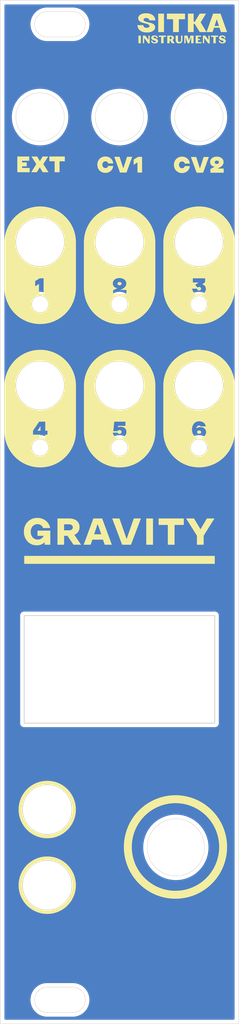
<source format=kicad_pcb>
(kicad_pcb (version 20211014) (generator pcbnew)

  (general
    (thickness 1.6)
  )

  (paper "A4")
  (layers
    (0 "F.Cu" signal)
    (31 "B.Cu" signal)
    (32 "B.Adhes" user "B.Adhesive")
    (33 "F.Adhes" user "F.Adhesive")
    (34 "B.Paste" user)
    (35 "F.Paste" user)
    (36 "B.SilkS" user "B.Silkscreen")
    (37 "F.SilkS" user "F.Silkscreen")
    (38 "B.Mask" user)
    (39 "F.Mask" user)
    (40 "Dwgs.User" user "User.Drawings")
    (41 "Cmts.User" user "User.Comments")
    (42 "Eco1.User" user "User.Eco1")
    (43 "Eco2.User" user "User.Eco2")
    (44 "Edge.Cuts" user)
    (45 "Margin" user)
    (46 "B.CrtYd" user "B.Courtyard")
    (47 "F.CrtYd" user "F.Courtyard")
    (48 "B.Fab" user)
    (49 "F.Fab" user)
    (50 "User.1" user)
    (51 "User.2" user)
    (52 "User.3" user)
    (53 "User.4" user)
    (54 "User.5" user)
    (55 "User.6" user)
    (56 "User.7" user)
    (57 "User.8" user)
    (58 "User.9" user)
  )

  (setup
    (pad_to_mask_clearance 0)
    (aux_axis_origin 60 31.75)
    (pcbplotparams
      (layerselection 0x00010fc_ffffffff)
      (disableapertmacros false)
      (usegerberextensions false)
      (usegerberattributes true)
      (usegerberadvancedattributes true)
      (creategerberjobfile true)
      (svguseinch false)
      (svgprecision 6)
      (excludeedgelayer true)
      (plotframeref false)
      (viasonmask false)
      (mode 1)
      (useauxorigin false)
      (hpglpennumber 1)
      (hpglpenspeed 20)
      (hpglpendiameter 15.000000)
      (dxfpolygonmode true)
      (dxfimperialunits true)
      (dxfusepcbnewfont true)
      (psnegative false)
      (psa4output false)
      (plotreference true)
      (plotvalue true)
      (plotinvisibletext false)
      (sketchpadsonfab false)
      (subtractmaskfromsilk false)
      (outputformat 1)
      (mirror false)
      (drillshape 0)
      (scaleselection 1)
      (outputdirectory "Gerbers/")
    )
  )

  (net 0 "")

  (gr_poly
    (pts
      (xy 63.628528 51.887472)
      (xy 62.73711 51.887472)
      (xy 62.73711 52.093661)
      (xy 63.315369 52.093661)
      (xy 63.315369 52.584587)
      (xy 62.73711 52.584587)
      (xy 62.73711 52.790776)
      (xy 63.685373 52.790776)
      (xy 63.685373 53.327177)
      (xy 62.129912 53.327177)
      (xy 62.129912 51.351587)
      (xy 63.628528 51.351587)
    ) (layer "F.SilkS") (width 0) (fill solid) (tstamp 071754c7-0916-448d-9342-57e016835f84))
  (gr_poly
    (pts
      (xy 75.471581 52.831111)
      (xy 75.482433 52.831111)
      (xy 75.945454 51.391922)
      (xy 76.600194 51.391922)
      (xy 75.880858 53.367512)
      (xy 75.062304 53.367512)
      (xy 74.342451 51.391922)
      (xy 75.011144 51.391922)
    ) (layer "F.SilkS") (width 0) (fill solid) (tstamp 077e59cb-027a-42f1-9716-c5de83e2352b))
  (gr_poly
    (pts
      (xy 81.460054 36.169712)
      (xy 81.483547 36.170632)
      (xy 81.506382 36.172166)
      (xy 81.528561 36.174314)
      (xy 81.550082 36.177076)
      (xy 81.570946 36.180451)
      (xy 81.591153 36.184441)
      (xy 81.610703 36.189045)
      (xy 81.629595 36.194262)
      (xy 81.647831 36.200094)
      (xy 81.665409 36.206541)
      (xy 81.682329 36.213601)
      (xy 81.698593 36.221276)
      (xy 81.714199 36.229566)
      (xy 81.729148 36.23847)
      (xy 81.74344 36.247989)
      (xy 81.756967 36.257885)
      (xy 81.769622 36.268265)
      (xy 81.781405 36.27913)
      (xy 81.792314 36.290479)
      (xy 81.802351 36.302313)
      (xy 81.811515 36.314631)
      (xy 81.819807 36.327434)
      (xy 81.827225 36.340722)
      (xy 81.833771 36.354494)
      (xy 81.839444 36.368752)
      (xy 81.844245 36.383494)
      (xy 81.848172 36.398722)
      (xy 81.851227 36.414435)
      (xy 81.853409 36.430633)
      (xy 81.854718 36.447316)
      (xy 81.855155 36.464484)
      (xy 81.854971 36.474246)
      (xy 81.85442 36.483878)
      (xy 81.853502 36.493381)
      (xy 81.852216 36.502754)
      (xy 81.850564 36.511999)
      (xy 81.848545 36.521114)
      (xy 81.846159 36.5301)
      (xy 81.843407 36.538957)
      (xy 81.840289 36.547684)
      (xy 81.836804 36.556282)
      (xy 81.832954 36.564751)
      (xy 81.828737 36.57309)
      (xy 81.824155 36.581301)
      (xy 81.819207 36.589382)
      (xy 81.813894 36.597333)
      (xy 81.808215 36.605155)
      (xy 81.802219 36.612649)
      (xy 81.795955 36.619959)
      (xy 81.789422 36.627085)
      (xy 81.78262 36.634029)
      (xy 81.77555 36.640789)
      (xy 81.768211 36.647366)
      (xy 81.760602 36.65376)
      (xy 81.752725 36.659971)
      (xy 81.744578 36.665999)
      (xy 81.736162 36.671843)
      (xy 81.727477 36.677505)
      (xy 81.718522 36.682983)
      (xy 81.709297 36.688278)
      (xy 81.699802 36.69339)
      (xy 81.690037 36.698319)
      (xy 81.680002 36.703065)
      (xy 81.944778 37.134774)
      (xy 81.602764 37.134774)
      (xy 81.372465 36.755522)
      (xy 81.315901 36.755522)
      (xy 81.315901 37.134774)
      (xy 81.015234 37.134774)
      (xy 81.015234 36.617612)
      (xy 81.315901 36.617612)
      (xy 81.434484 36.617612)
      (xy 81.441963 36.617461)
      (xy 81.449226 36.617007)
      (xy 81.456274 36.616251)
      (xy 81.463107 36.615193)
      (xy 81.469725 36.613832)
      (xy 81.476127 36.61217)
      (xy 81.482314 36.610206)
      (xy 81.488285 36.60794)
      (xy 81.494041 36.605372)
      (xy 81.499581 36.602502)
      (xy 81.504905 36.599332)
      (xy 81.510013 36.59586)
      (xy 81.514906 36.592086)
      (xy 81.519583 36.588012)
      (xy 81.524043 36.583637)
      (xy 81.528288 36.578961)
      (xy 81.532463 36.573843)
      (xy 81.536369 36.568489)
      (xy 81.540006 36.562898)
      (xy 81.543373 36.557071)
      (xy 81.546471 36.551007)
      (xy 81.549299 36.544706)
      (xy 81.551858 36.538168)
      (xy 81.554148 36.531394)
      (xy 81.556168 36.524382)
      (xy 81.557919 36.517134)
      (xy 81.559401 36.509648)
      (xy 81.560613 36.501925)
      (xy 81.561556 36.493965)
      (xy 81.562229 36.485767)
      (xy 81.562633 36.477332)
      (xy 81.562768 36.46866)
      (xy 81.562633 36.459991)
      (xy 81.562229 36.451571)
      (xy 81.561556 36.443398)
      (xy 81.560613 36.435473)
      (xy 81.559401 36.427796)
      (xy 81.557919 36.420367)
      (xy 81.556168 36.413186)
      (xy 81.554148 36.406252)
      (xy 81.551858 36.399566)
      (xy 81.549299 36.393128)
      (xy 81.546471 36.386938)
      (xy 81.543373 36.380995)
      (xy 81.540006 36.375301)
      (xy 81.536369 36.369854)
      (xy 81.532463 36.364655)
      (xy 81.528288 36.359704)
      (xy 81.524042 36.354861)
      (xy 81.51958 36.35033)
      (xy 81.514903 36.346112)
      (xy 81.51001 36.342206)
      (xy 81.504901 36.338612)
      (xy 81.499576 36.335331)
      (xy 81.494036 36.332362)
      (xy 81.48828 36.329706)
      (xy 81.482309 36.327362)
      (xy 81.476122 36.325331)
      (xy 81.469721 36.323612)
      (xy 81.463104 36.322205)
      (xy 81.456271 36.321111)
      (xy 81.449224 36.32033)
      (xy 81.441962 36.319861)
      (xy 81.434484 36.319705)
      (xy 81.315901 36.319705)
      (xy 81.315901 36.617612)
      (xy 81.015234 36.617612)
      (xy 81.015234 36.169406)
      (xy 81.435903 36.169405)
    ) (layer "F.SilkS") (width 0) (fill solid) (tstamp 0c82b546-515a-4fb4-be6c-5c552c95a7b1))
  (gr_poly
    (pts
      (xy 64.974699 51.927262)
      (xy 65.321965 51.351587)
      (xy 66.021664 51.351587)
      (xy 65.406715 52.302433)
      (xy 66.053186 53.327177)
      (xy 65.327649 53.327177)
      (xy 64.960747 52.717395)
      (xy 64.585576 53.327177)
      (xy 63.879676 53.327177)
      (xy 64.520464 52.305534)
      (xy 63.908098 51.351587)
      (xy 64.62795 51.351587)
    ) (layer "F.SilkS") (width 0) (fill solid) (tstamp 128f671d-0ff4-4544-adfa-1b3508ee7635))
  (gr_poly
    (pts
      (xy 80.845607 36.333509)
      (xy 80.547766 36.333509)
      (xy 80.547766 37.134774)
      (xy 80.244338 37.134774)
      (xy 80.244338 36.333509)
      (xy 79.946431 36.333509)
      (xy 79.946431 36.169406)
      (xy 80.845607 36.169406)
    ) (layer "F.SilkS") (width 0) (fill solid) (tstamp 192a5f1d-dcbd-4e2e-b14a-779c85f1f702))
  (gr_poly
    (pts
      (xy 83.094708 97.615455)
      (xy 81.934571 97.615455)
      (xy 81.934571 100.100574)
      (xy 81.086045 100.100574)
      (xy 81.086045 97.615455)
      (xy 79.92591 97.615455)
      (xy 79.92591 96.8)
      (xy 83.094708 96.8)
    ) (layer "F.SilkS") (width 0) (fill solid) (tstamp 2231d657-56f5-47bb-95a1-44e2b44949fc))
  (gr_circle (center 82.05 138.05) (end 88.05 138.05) (layer "F.SilkS") (width 1) (fill none) (tstamp 27a42063-36cb-405f-9130-beff536d6cf6))
  (gr_poly
    (pts
      (xy 65.246638 57.627633)
      (xy 65.47576 57.644947)
      (xy 65.701477 57.673465)
      (xy 65.923511 57.712906)
      (xy 66.141584 57.762994)
      (xy 66.355416 57.823448)
      (xy 66.564729 57.893991)
      (xy 66.769245 57.974344)
      (xy 66.968686 58.06423)
      (xy 67.162772 58.163368)
      (xy 67.351226 58.271481)
      (xy 67.533768 58.38829)
      (xy 67.710121 58.513517)
      (xy 67.880005 58.646883)
      (xy 68.043143 58.788109)
      (xy 68.199256 58.936918)
      (xy 68.348064 59.093031)
      (xy 68.489291 59.256169)
      (xy 68.622657 59.426053)
      (xy 68.747884 59.602406)
      (xy 68.864693 59.784948)
      (xy 68.972806 59.973402)
      (xy 69.071944 60.167488)
      (xy 69.161829 60.366929)
      (xy 69.242182 60.571445)
      (xy 69.312725 60.780758)
      (xy 69.37318 60.99459)
      (xy 69.423267 61.212662)
      (xy 69.462709 61.434696)
      (xy 69.491226 61.660413)
      (xy 69.50854 61.889535)
      (xy 69.514374 62.121783)
      (xy 69.514374 67.889391)
      (xy 69.50854 68.121639)
      (xy 69.491226 68.35076)
      (xy 69.462709 68.576477)
      (xy 69.423267 68.798511)
      (xy 69.37318 69.016583)
      (xy 69.312725 69.230415)
      (xy 69.242182 69.439728)
      (xy 69.161829 69.644244)
      (xy 69.071944 69.843685)
      (xy 68.972806 70.037771)
      (xy 68.864693 70.226224)
      (xy 68.747884 70.408767)
      (xy 68.622657 70.585119)
      (xy 68.489291 70.755004)
      (xy 68.348064 70.918142)
      (xy 68.199256 71.074254)
      (xy 68.043143 71.223063)
      (xy 67.880005 71.36429)
      (xy 67.710121 71.497656)
      (xy 67.533768 71.622883)
      (xy 67.351226 71.739692)
      (xy 67.162772 71.847805)
      (xy 66.968686 71.946943)
      (xy 66.769245 72.036828)
      (xy 66.564729 72.117182)
      (xy 66.355416 72.187725)
      (xy 66.141584 72.248179)
      (xy 65.923511 72.298267)
      (xy 65.701477 72.337708)
      (xy 65.47576 72.366226)
      (xy 65.246638 72.38354)
      (xy 65.01439 72.389374)
      (xy 64.782142 72.38354)
      (xy 64.55302 72.366226)
      (xy 64.327303 72.337708)
      (xy 64.105269 72.298267)
      (xy 63.887197 72.248179)
      (xy 63.673365 72.187725)
      (xy 63.464052 72.117182)
      (xy 63.259536 72.036828)
      (xy 63.060095 71.946943)
      (xy 62.866009 71.847805)
      (xy 62.677555 71.739692)
      (xy 62.495013 71.622883)
      (xy 62.31866 71.497656)
      (xy 62.148776 71.36429)
      (xy 61.985638 71.223063)
      (xy 61.829525 71.074254)
      (xy 61.680716 70.918142)
      (xy 61.53949 70.755004)
      (xy 61.406124 70.585119)
      (xy 61.280897 70.408767)
      (xy 61.164088 70.226224)
      (xy 61.055975 70.037771)
      (xy 60.985399 69.899603)
      (xy 63.949855 69.899603)
      (xy 63.951142 69.951673)
      (xy 63.954987 70.003391)
      (xy 63.961354 70.054669)
      (xy 63.970207 70.105422)
      (xy 63.981511 70.155563)
      (xy 63.99523 70.205006)
      (xy 64.011328 70.253666)
      (xy 64.029769 70.301456)
      (xy 64.050519 70.34829)
      (xy 64.07354 70.394082)
      (xy 64.098799 70.438746)
      (xy 64.126258 70.482196)
      (xy 64.155883 70.524345)
      (xy 64.187638 70.565109)
      (xy 64.221486 70.604399)
      (xy 64.257393 70.642132)
      (xy 64.295125 70.678039)
      (xy 64.334416 70.711887)
      (xy 64.375178 70.743642)
      (xy 64.417327 70.773267)
      (xy 64.460776 70.800726)
      (xy 64.505438 70.825984)
      (xy 64.551228 70.849006)
      (xy 64.59806 70.869755)
      (xy 64.645846 70.888197)
      (xy 64.694501 70.904295)
      (xy 64.74394 70.918013)
      (xy 64.794074 70.929317)
      (xy 64.84482 70.93817)
      (xy 64.896089 70.944536)
      (xy 64.947797 70.948381)
      (xy 64.999856 70.949669)
      (xy 65.051927 70.948385)
      (xy 65.103645 70.944543)
      (xy 65.154923 70.938179)
      (xy 65.205676 70.929329)
      (xy 65.255818 70.918029)
      (xy 65.305262 70.904313)
      (xy 65.353923 70.888218)
      (xy 65.401714 70.86978)
      (xy 65.448549 70.849033)
      (xy 65.494342 70.826014)
      (xy 65.539007 70.800759)
      (xy 65.582459 70.773302)
      (xy 65.62461 70.74368)
      (xy 65.665375 70.711928)
      (xy 65.704668 70.678082)
      (xy 65.742402 70.642177)
      (xy 65.778311 70.604448)
      (xy 65.812162 70.565159)
      (xy 65.84392 70.524398)
      (xy 65.873547 70.482249)
      (xy 65.901009 70.4388)
      (xy 65.92627 70.394137)
      (xy 65.949295 70.348344)
      (xy 65.970048 70.301509)
      (xy 65.988492 70.253717)
      (xy 66.004593 70.205054)
      (xy 66.018315 70.155606)
      (xy 66.029622 70.105459)
      (xy 66.038478 70.054699)
      (xy 66.044848 70.003413)
      (xy 66.048696 69.951685)
      (xy 66.049987 69.899603)
      (xy 66.0487 69.847532)
      (xy 66.044855 69.795815)
      (xy 66.038488 69.744536)
      (xy 66.029635 69.693784)
      (xy 66.018331 69.643643)
      (xy 66.004612 69.594199)
      (xy 65.988514 69.54554)
      (xy 65.970073 69.49775)
      (xy 65.949323 69.450916)
      (xy 65.926301 69.405124)
      (xy 65.901043 69.36046)
      (xy 65.873584 69.317011)
      (xy 65.843959 69.274861)
      (xy 65.812204 69.234098)
      (xy 65.778356 69.194808)
      (xy 65.742449 69.157076)
      (xy 65.704717 69.121169)
      (xy 65.665426 69.087321)
      (xy 65.624663 69.055566)
      (xy 65.582514 69.025942)
      (xy 65.539064 68.998482)
      (xy 65.4944 68.973224)
      (xy 65.448608 68.950202)
      (xy 65.401774 68.929453)
      (xy 65.353984 68.911011)
      (xy 65.305325 68.894913)
      (xy 65.255881 68.881195)
      (xy 65.20574 68.869891)
      (xy 65.154988 68.861038)
      (xy 65.103709 68.854671)
      (xy 65.051992 68.850826)
      (xy 64.999952 68.849539)
      (xy 64.947913 68.850823)
      (xy 64.896196 68.854665)
      (xy 64.844917 68.861028)
      (xy 64.794164 68.869878)
      (xy 64.744022 68.881179)
      (xy 64.694578 68.894894)
      (xy 64.645918 68.910989)
      (xy 64.598127 68.929428)
      (xy 64.551292 68.950174)
      (xy 64.505499 68.973193)
      (xy 64.460833 68.998449)
      (xy 64.417382 69.025905)
      (xy 64.375231 69.055528)
      (xy 64.334466 69.087279)
      (xy 64.295173 69.121125)
      (xy 64.257439 69.15703)
      (xy 64.22153 69.19476)
      (xy 64.187679 69.234048)
      (xy 64.155922 69.27481)
      (xy 64.126294 69.316958)
      (xy 64.098832 69.360407)
      (xy 64.073571 69.405071)
      (xy 64.050546 69.450863)
      (xy 64.029794 69.497698)
      (xy 64.011349 69.545491)
      (xy 63.995249 69.594153)
      (xy 63.981527 69.643601)
      (xy 63.97022 69.693748)
      (xy 63.961364 69.744507)
      (xy 63.954994 69.795794)
      (xy 63.951146 69.847521)
      (xy 63.949855 69.899603)
      (xy 60.985399 69.899603)
      (xy 60.956837 69.843685)
      (xy 60.866951 69.644244)
      (xy 60.786598 69.439728)
      (xy 60.716055 69.230415)
      (xy 60.655601 69.016583)
      (xy 60.617233 68.849539)
      (xy 64.999921 68.849539)
      (xy 64.999952 68.849539)
      (xy 64.999984 68.849539)
      (xy 64.999921 68.849539)
      (xy 60.617233 68.849539)
      (xy 60.605513 68.798511)
      (xy 60.566072 68.576477)
      (xy 60.537554 68.35076)
      (xy 60.52024 68.121639)
      (xy 60.514406 67.889391)
      (xy 60.514406 67.645994)
      (xy 64.381354 67.645994)
      (xy 64.860911 67.349371)
      (xy 64.860911 68.622162)
      (xy 65.439687 68.622162)
      (xy 65.439687 66.646572)
      (xy 64.945661 66.646572)
      (xy 64.381354 66.993837)
      (xy 64.381354 67.645994)
      (xy 60.514406 67.645994)
      (xy 60.514406 62.121783)
      (xy 60.514965 62.099561)
      (xy 61.949977 62.099561)
      (xy 61.953948 62.256509)
      (xy 61.965729 62.411397)
      (xy 61.985127 62.564033)
      (xy 62.01195 62.714226)
      (xy 62.046009 62.861783)
      (xy 62.087109 63.006513)
      (xy 62.135061 63.148225)
      (xy 62.189672 63.286727)
      (xy 62.250751 63.421827)
      (xy 62.318107 63.553333)
      (xy 62.391546 63.681055)
      (xy 62.470879 63.8048)
      (xy 62.555913 63.924376)
      (xy 62.646457 64.039593)
      (xy 62.742319 64.150259)
      (xy 62.843308 64.256181)
      (xy 62.949232 64.357168)
      (xy 63.059898 64.453029)
      (xy 63.175117 64.543572)
      (xy 63.294695 64.628606)
      (xy 63.418443 64.707938)
      (xy 63.546166 64.781377)
      (xy 63.677676 64.848732)
      (xy 63.812778 64.909811)
      (xy 63.951283 64.964422)
      (xy 64.092998 65.012373)
      (xy 64.237732 65.053474)
      (xy 64.385293 65.087532)
      (xy 64.53549 65.114356)
      (xy 64.688131 65.133754)
      (xy 64.843024 65.145534)
      (xy 64.999977 65.149505)
      (xy 65.156926 65.145531)
      (xy 65.311813 65.133748)
      (xy 65.464449 65.114347)
      (xy 65.614641 65.087521)
      (xy 65.762198 65.05346)
      (xy 65.906927 65.012357)
      (xy 66.048638 64.964403)
      (xy 66.187139 64.909789)
      (xy 66.322237 64.848709)
      (xy 66.453743 64.781352)
      (xy 66.581463 64.707911)
      (xy 66.705206 64.628577)
      (xy 66.824781 64.543542)
      (xy 66.939996 64.452998)
      (xy 67.05066 64.357136)
      (xy 67.15658 64.256148)
      (xy 67.257565 64.150225)
      (xy 67.353424 64.03956)
      (xy 67.443965 63.924343)
      (xy 67.528996 63.804767)
      (xy 67.608326 63.681023)
      (xy 67.681763 63.553303)
      (xy 67.749115 63.421797)
      (xy 67.810191 63.286699)
      (xy 67.8648 63.1482)
      (xy 67.912749 63.00649)
      (xy 67.953847 62.861763)
      (xy 67.987902 62.714209)
      (xy 68.014723 62.56402)
      (xy 68.034118 62.411388)
      (xy 68.045896 62.256505)
      (xy 68.049864 62.099562)
      (xy 68.045892 61.942613)
      (xy 68.034112 61.787725)
      (xy 68.014714 61.635089)
      (xy 67.98789 61.484897)
      (xy 67.953832 61.33734)
      (xy 67.912731 61.19261)
      (xy 67.86478 61.050898)
      (xy 67.810169 60.912396)
      (xy 67.74909 60.777297)
      (xy 67.681735 60.64579)
      (xy 67.608296 60.518069)
      (xy 67.528964 60.394324)
      (xy 67.443931 60.274747)
      (xy 67.353388 60.159531)
      (xy 67.257527 60.048866)
      (xy 67.156539 59.942944)
      (xy 67.050617 59.841956)
      (xy 66.939952 59.746095)
      (xy 66.824736 59.655552)
      (xy 66.705159 59.570519)
      (xy 66.581414 59.491187)
      (xy 66.453693 59.417748)
      (xy 66.322186 59.350393)
      (xy 66.187087 59.289314)
      (xy 66.048585 59.234703)
      (xy 65.906873 59.186752)
      (xy 65.762143 59.145651)
      (xy 65.614586 59.111593)
      (xy 65.464394 59.084769)
      (xy 65.311757 59.065371)
      (xy 65.156869 59.053591)
      (xy 64.999921 59.04962)
      (xy 64.999862 59.04962)
      (xy 64.842914 59.053594)
      (xy 64.688026 59.065377)
      (xy 64.53539 59.084778)
      (xy 64.385198 59.111605)
      (xy 64.237642 59.145666)
      (xy 64.092912 59.186769)
      (xy 63.951202 59.234723)
      (xy 63.812701 59.289336)
      (xy 63.677603 59.350417)
      (xy 63.546097 59.417774)
      (xy 63.418377 59.491215)
      (xy 63.294634 59.570549)
      (xy 63.175059 59.655583)
      (xy 63.059844 59.746127)
      (xy 62.949181 59.841989)
      (xy 62.843261 59.942977)
      (xy 62.742275 60.0489)
      (xy 62.646416 60.159565)
      (xy 62.555876 60.274782)
      (xy 62.470845 60.394358)
      (xy 62.391515 60.518102)
      (xy 62.318078 60.645822)
      (xy 62.250726 60.777327)
      (xy 62.18965 60.912425)
      (xy 62.135041 61.050924)
      (xy 62.087092 61.192633)
      (xy 62.045994 61.337361)
      (xy 62.011939 61.484914)
      (xy 61.985118 61.635103)
      (xy 61.965723 61.787734)
      (xy 61.953945 61.942618)
      (xy 61.949977 62.099561)
      (xy 60.514965 62.099561)
      (xy 60.52024 61.889535)
      (xy 60.537554 61.660413)
      (xy 60.566072 61.434696)
      (xy 60.605513 61.212662)
      (xy 60.655601 60.99459)
      (xy 60.716055 60.780758)
      (xy 60.786598 60.571445)
      (xy 60.866951 60.366929)
      (xy 60.956837 60.167488)
      (xy 61.055975 59.973402)
      (xy 61.164088 59.784948)
      (xy 61.280897 59.602406)
      (xy 61.406124 59.426053)
      (xy 61.53949 59.256169)
      (xy 61.680716 59.093031)
      (xy 61.829525 58.936918)
      (xy 61.985638 58.788109)
      (xy 62.148776 58.646883)
      (xy 62.31866 58.513517)
      (xy 62.495013 58.38829)
      (xy 62.677555 58.271481)
      (xy 62.866009 58.163368)
      (xy 63.060095 58.06423)
      (xy 63.259536 57.974344)
      (xy 63.464052 57.893991)
      (xy 63.673365 57.823448)
      (xy 63.887197 57.762994)
      (xy 64.105269 57.712906)
      (xy 64.327303 57.673465)
      (xy 64.55302 57.644947)
      (xy 64.782142 57.627633)
      (xy 65.01439 57.621799)
    ) (layer "F.SilkS") (width 0) (fill solid) (tstamp 283e6d72-d60d-49ad-b602-c6f2dda375c3))
  (gr_poly
    (pts
      (xy 82.37225 36.730674)
      (xy 82.372576 36.751251)
      (xy 82.372983 36.761199)
      (xy 82.373552 36.770921)
      (xy 82.374283 36.780415)
      (xy 82.375177 36.789684)
      (xy 82.376232 36.798726)
      (xy 82.377449 36.807541)
      (xy 82.378828 36.816131)
      (xy 82.380368 36.824494)
      (xy 82.382069 36.832631)
      (xy 82.383932 36.840543)
      (xy 82.385955 36.848228)
      (xy 82.38814 36.855688)
      (xy 82.390485 36.862922)
      (xy 82.39299 36.869931)
      (xy 82.395819 36.876541)
      (xy 82.398788 36.882926)
      (xy 82.401895 36.889085)
      (xy 82.405142 36.895019)
      (xy 82.408527 36.900727)
      (xy 82.412053 36.90621)
      (xy 82.415718 36.911466)
      (xy 82.419523 36.916496)
      (xy 82.423467 36.9213)
      (xy 82.427552 36.925878)
      (xy 82.431777 36.930229)
      (xy 82.436142 36.934353)
      (xy 82.440648 36.938251)
      (xy 82.445295 36.941922)
      (xy 82.450082 36.945365)
      (xy 82.45501 36.948582)
      (xy 82.460263 36.951586)
      (xy 82.465677 36.954396)
      (xy 82.471253 36.957011)
      (xy 82.476991 36.959432)
      (xy 82.48289 36.961659)
      (xy 82.48895 36.963692)
      (xy 82.495173 36.965531)
      (xy 82.501556 36.967176)
      (xy 82.508102 36.968627)
      (xy 82.514809 36.969884)
      (xy 82.521677 36.970947)
      (xy 82.528707 36.971817)
      (xy 82.535899 36.972494)
      (xy 82.543252 36.972977)
      (xy 82.550767 36.973267)
      (xy 82.558443 36.973363)
      (xy 82.565792 36.973245)
      (xy 82.573012 36.972891)
      (xy 82.580103 36.9723)
      (xy 82.587066 36.971473)
      (xy 82.593899 36.970409)
      (xy 82.600604 36.969108)
      (xy 82.607179 36.967571)
      (xy 82.613625 36.965796)
      (xy 82.619942 36.963785)
      (xy 82.626129 36.961536)
      (xy 82.632187 36.959051)
      (xy 82.638115 36.956328)
      (xy 82.643913 36.953367)
      (xy 82.649582 36.950169)
      (xy 82.65512 36.946734)
      (xy 82.660529 36.94306)
      (xy 82.665797 36.938998)
      (xy 82.670915 36.934742)
      (xy 82.675881 36.930292)
      (xy 82.680697 36.925647)
      (xy 82.685361 36.920808)
      (xy 82.689875 36.915775)
      (xy 82.694238 36.910548)
      (xy 82.69845 36.905127)
      (xy 82.702511 36.899511)
      (xy 82.706422 36.893702)
      (xy 82.710182 36.887699)
      (xy 82.713791 36.881503)
      (xy 82.717249 36.875112)
      (xy 82.720556 36.868528)
      (xy 82.723713 36.861751)
      (xy 82.726719 36.85478)
      (xy 82.729558 36.847631)
      (xy 82.732213 36.840322)
      (xy 82.734685 36.832852)
      (xy 82.736974 36.825221)
      (xy 82.739079 36.817428)
      (xy 82.741001 36.809475)
      (xy 82.742739 36.80136)
      (xy 82.744295 36.793083)
      (xy 82.745667 36.784645)
      (xy 82.746856 36.776046)
      (xy 82.747863 36.767284)
      (xy 82.748686 36.758361)
      (xy 82.749326 36.749275)
      (xy 82.749783 36.740027)
      (xy 82.750149 36.721045)
      (xy 82.750149 36.169406)
      (xy 82.919775 36.169406)
      (xy 82.919775 36.729259)
      (xy 82.919575 36.745502)
      (xy 82.918977 36.761476)
      (xy 82.917979 36.777182)
      (xy 82.916583 36.79262)
      (xy 82.914787 36.807789)
      (xy 82.912593 36.822689)
      (xy 82.91 36.83732)
      (xy 82.907009 36.851681)
      (xy 82.903619 36.865774)
      (xy 82.89983 36.879596)
      (xy 82.895643 36.89315)
      (xy 82.891058 36.906433)
      (xy 82.886075 36.919446)
      (xy 82.880693 36.932189)
      (xy 82.874913 36.944662)
      (xy 82.868735 36.956865)
      (xy 82.862185 36.968592)
      (xy 82.855289 36.979985)
      (xy 82.848049 36.991044)
      (xy 82.840464 37.001768)
      (xy 82.832534 37.012158)
      (xy 82.824259 37.022214)
      (xy 82.815639 37.031936)
      (xy 82.806674 37.041323)
      (xy 82.797365 37.050377)
      (xy 82.78771 37.059096)
      (xy 82.777711 37.067482)
      (xy 82.767367 37.075534)
      (xy 82.756679 37.083252)
      (xy 82.745645 37.090637)
      (xy 82.734267 37.097687)
      (xy 82.722545 37.104405)
      (xy 82.710688 37.110584)
      (xy 82.698562 37.116364)
      (xy 82.686167 37.121747)
      (xy 82.673503 37.126731)
      (xy 82.660571 37.131317)
      (xy 82.647369 37.135504)
      (xy 82.633897 37.139292)
      (xy 82.620157 37.142682)
      (xy 82.606147 37.145674)
      (xy 82.591867 37.148266)
      (xy 82.577318 37.15046)
      (xy 82.562499 37.152255)
      (xy 82.547411 37.153652)
      (xy 82.532053 37.154649)
      (xy 82.516424 37.155248)
      (xy 82.500526 37.155447)
      (xy 82.484279 37.155248)
      (xy 82.468289 37.154649)
      (xy 82.452558 37.153652)
      (xy 82.437084 37.152255)
      (xy 82.421869 37.15046)
      (xy 82.406913 37.148266)
      (xy 82.392215 37.145673)
      (xy 82.377775 37.142682)
      (xy 82.363594 37.139292)
      (xy 82.349672 37.135503)
      (xy 82.336008 37.131316)
      (xy 82.322604 37.12673)
      (xy 82.309458 37.121747)
      (xy 82.296572 37.116364)
      (xy 82.283945 37.110584)
      (xy 82.271577 37.104405)
      (xy 82.259676 37.09786)
      (xy 82.248111 37.090981)
      (xy 82.23688 37.083769)
      (xy 82.225983 37.076223)
      (xy 82.215421 37.068344)
      (xy 82.205192 37.060131)
      (xy 82.195298 37.051584)
      (xy 82.185739 37.042703)
      (xy 82.176513 37.033488)
      (xy 82.167621 37.023939)
      (xy 82.159063 37.014056)
      (xy 82.150838 37.003839)
      (xy 82.142947 36.993288)
      (xy 82.13539 36.982402)
      (xy 82.128166 36.971181)
      (xy 82.121276 36.959626)
      (xy 82.11493 36.947613)
      (xy 82.108993 36.935362)
      (xy 82.103466 36.922874)
      (xy 82.09835 36.910149)
      (xy 82.093642 36.897186)
      (xy 82.089345 36.883987)
      (xy 82.085457 36.87055)
      (xy 82.081978 36.856876)
      (xy 82.078909 36.842965)
      (xy 82.07625 36.828818)
      (xy 82.073999 36.814433)
      (xy 82.072158 36.799811)
      (xy 82.070726 36.784953)
      (xy 82.069704 36.769858)
      (xy 82.06909 36.754526)
      (xy 82.068886 36.738957)
      (xy 82.068886 36.169406)
      (xy 82.37225 36.169406)
    ) (layer "F.SilkS") (width 0) (fill solid) (tstamp 291adf6d-e12d-4018-b99b-a93bba2bfae9))
  (gr_poly
    (pts
      (xy 87.288148 51.368776)
      (xy 87.317891 51.369797)
      (xy 87.347236 51.371498)
      (xy 87.376184 51.37388)
      (xy 87.404736 51.376944)
      (xy 87.43289 51.38069)
      (xy 87.460647 51.385119)
      (xy 87.488007 51.390231)
      (xy 87.51497 51.396026)
      (xy 87.541537 51.402505)
      (xy 87.567706 51.409669)
      (xy 87.593479 51.417517)
      (xy 87.618856 51.426051)
      (xy 87.643836 51.435271)
      (xy 87.668419 51.445177)
      (xy 87.692606 51.45577)
      (xy 87.716618 51.466973)
      (xy 87.73997 51.478708)
      (xy 87.762663 51.490975)
      (xy 87.784695 51.503774)
      (xy 87.806067 51.517104)
      (xy 87.826779 51.530965)
      (xy 87.846829 51.545356)
      (xy 87.866218 51.560276)
      (xy 87.884946 51.575726)
      (xy 87.903012 51.591704)
      (xy 87.920416 51.608211)
      (xy 87.937158 51.625245)
      (xy 87.953237 51.642806)
      (xy 87.968654 51.660894)
      (xy 87.983407 51.679509)
      (xy 87.997497 51.698649)
      (xy 88.010826 51.718205)
      (xy 88.023294 51.738067)
      (xy 88.034903 51.758236)
      (xy 88.045652 51.778713)
      (xy 88.055541 51.799497)
      (xy 88.06457 51.820588)
      (xy 88.07274 51.841988)
      (xy 88.080049 51.863696)
      (xy 88.086499 51.885712)
      (xy 88.092089 51.908038)
      (xy 88.096819 51.930673)
      (xy 88.100688 51.953617)
      (xy 88.103698 51.976872)
      (xy 88.105848 52.000436)
      (xy 88.107138 52.024312)
      (xy 88.107568 52.048498)
      (xy 88.10738 52.064331)
      (xy 88.106815 52.080079)
      (xy 88.105874 52.095742)
      (xy 88.104557 52.111319)
      (xy 88.102864 52.12681)
      (xy 88.100796 52.142214)
      (xy 88.098353 52.157531)
      (xy 88.095534 52.17276)
      (xy 88.09234 52.187901)
      (xy 88.088772 52.202953)
      (xy 88.08483 52.217916)
      (xy 88.080513 52.23279)
      (xy 88.075822 52.247573)
      (xy 88.070758 52.262265)
      (xy 88.06532 52.276867)
      (xy 88.059509 52.291377)
      (xy 88.053689 52.305774)
      (xy 88.047517 52.320039)
      (xy 88.040994 52.33417)
      (xy 88.034119 52.348169)
      (xy 88.026893 52.362036)
      (xy 88.019314 52.375769)
      (xy 88.011383 52.389371)
      (xy 88.0031 52.402839)
      (xy 87.994464 52.416176)
      (xy 87.985475 52.42938)
      (xy 87.976132 52.442452)
      (xy 87.966437 52.455393)
      (xy 87.956388 52.468201)
      (xy 87.945985 52.480877)
      (xy 87.935228 52.493422)
      (xy 87.924117 52.505835)
      (xy 87.912674 52.517752)
      (xy 87.900922 52.529513)
      (xy 87.888861 52.541119)
      (xy 87.876491 52.552568)
      (xy 87.863813 52.563863)
      (xy 87.850825 52.575003)
      (xy 87.823925 52.596818)
      (xy 87.795789 52.618015)
      (xy 87.766419 52.638596)
      (xy 87.735814 52.658563)
      (xy 87.703975 52.677917)
      (xy 87.700405 52.68069)
      (xy 87.69675 52.683367)
      (xy 87.693007 52.68595)
      (xy 87.689178 52.688441)
      (xy 87.68526 52.690844)
      (xy 87.681253 52.693163)
      (xy 87.677156 52.695398)
      (xy 87.672969 52.697554)
      (xy 87.638863 52.714607)
      (xy 87.348442 52.863952)
      (xy 88.124105 52.863952)
      (xy 88.124105 53.386401)
      (xy 86.447721 53.386401)
      (xy 86.447721 52.915112)
      (xy 86.992391 52.635542)
      (xy 86.978438 52.635542)
      (xy 86.976999 52.634839)
      (xy 86.975481 52.634129)
      (xy 86.973879 52.633416)
      (xy 86.97219 52.6327)
      (xy 86.970409 52.631985)
      (xy 86.968534 52.631271)
      (xy 86.966561 52.630562)
      (xy 86.964486 52.629858)
      (xy 86.940759 52.625414)
      (xy 86.917559 52.62055)
      (xy 86.894884 52.615264)
      (xy 86.872737 52.609559)
      (xy 86.851116 52.603434)
      (xy 86.830023 52.596889)
      (xy 86.809458 52.589925)
      (xy 86.789422 52.582542)
      (xy 86.769915 52.57474)
      (xy 86.750938 52.566519)
      (xy 86.732491 52.55788)
      (xy 86.714575 52.548823)
      (xy 86.697189 52.539348)
      (xy 86.680336 52.529455)
      (xy 86.664014 52.519145)
      (xy 86.648225 52.508418)
      (xy 86.633302 52.49735)
      (xy 86.618869 52.486019)
      (xy 86.604925 52.474425)
      (xy 86.591471 52.462568)
      (xy 86.578505 52.450446)
      (xy 86.566026 52.438061)
      (xy 86.554034 52.425412)
      (xy 86.542528 52.412498)
      (xy 86.531507 52.399319)
      (xy 86.52097 52.385876)
      (xy 86.510917 52.372168)
      (xy 86.501346 52.358195)
      (xy 86.492258 52.343956)
      (xy 86.48365 52.329452)
      (xy 86.475523 52.314682)
      (xy 86.467875 52.299646)
      (xy 86.461036 52.284068)
      (xy 86.45463 52.268379)
      (xy 86.448657 52.252578)
      (xy 86.44312 52.236667)
      (xy 86.438018 52.220645)
      (xy 86.433354 52.204512)
      (xy 86.429129 52.188269)
      (xy 86.425343 52.171915)
      (xy 86.421999 52.155451)
      (xy 86.419096 52.138877)
      (xy 86.416637 52.122193)
      (xy 86.414622 52.105399)
      (xy 86.413053 52.088496)
      (xy 86.411931 52.071483)
      (xy 86.411921 52.071236)
      (xy 86.998075 52.071236)
      (xy 86.998196 52.078942)
      (xy 86.998559 52.086538)
      (xy 86.999163 52.094024)
      (xy 87.00001 52.1014)
      (xy 87.001099 52.108665)
      (xy 87.002429 52.11582)
      (xy 87.004003 52.122865)
      (xy 87.005818 52.1298)
      (xy 87.007876 52.136624)
      (xy 87.010177 52.143338)
      (xy 87.01272 52.149942)
      (xy 87.015507 52.156436)
      (xy 87.018536 52.162819)
      (xy 87.021808 52.169092)
      (xy 87.025323 52.175255)
      (xy 87.029081 52.181307)
      (xy 87.033404 52.187216)
      (xy 87.037906 52.192949)
      (xy 87.042587 52.198505)
      (xy 87.047446 52.203885)
      (xy 87.052483 52.209089)
      (xy 87.057697 52.214116)
      (xy 87.063088 52.218967)
      (xy 87.068655 52.223642)
      (xy 87.074399 52.22814)
      (xy 87.080319 52.232462)
      (xy 87.086415 52.236607)
      (xy 87.092686 52.240576)
      (xy 87.099132 52.244368)
      (xy 87.105752 52.247984)
      (xy 87.112547 52.251424)
      (xy 87.119515 52.254687)
      (xy 87.126989 52.257762)
      (xy 87.134594 52.260637)
      (xy 87.142329 52.263312)
      (xy 87.150196 52.265787)
      (xy 87.158194 52.268063)
      (xy 87.166324 52.27014)
      (xy 87.174585 52.272018)
      (xy 87.182979 52.273698)
      (xy 87.191505 52.275179)
      (xy 87.200163 52.276462)
      (xy 87.208954 52.277546)
      (xy 87.217878 52.278433)
      (xy 87.226935 52.279123)
      (xy 87.236126 52.279615)
      (xy 87.245449 52.27991)
      (xy 87.254907 52.280009)
      (xy 87.26471 52.27991)
      (xy 87.274362 52.279615)
      (xy 87.283864 52.279123)
      (xy 87.293215 52.278433)
      (xy 87.302413 52.277546)
      (xy 87.311459 52.276462)
      (xy 87.320352 52.275179)
      (xy 87.329092 52.273698)
      (xy 87.337677 52.272018)
      (xy 87.346107 52.27014)
      (xy 87.354381 52.268063)
      (xy 87.362499 52.265787)
      (xy 87.370461 52.263312)
      (xy 87.378265 52.260637)
      (xy 87.385912 52.257762)
      (xy 87.3934 52.254687)
      (xy 87.4007 52.251424)
      (xy 87.407782 52.247984)
      (xy 87.414645 52.244368)
      (xy 87.42129 52.240576)
      (xy 87.427716 52.236607)
      (xy 87.433922 52.232462)
      (xy 87.439908 52.22814)
      (xy 87.445674 52.223642)
      (xy 87.45122 52.218967)
      (xy 87.456545 52.214116)
      (xy 87.461648 52.209089)
      (xy 87.46653 52.203885)
      (xy 87.47119 52.198505)
      (xy 87.475627 52.192949)
      (xy 87.479842 52.187216)
      (xy 87.483834 52.181307)
      (xy 87.487932 52.175255)
      (xy 87.49176 52.169092)
      (xy 87.495319 52.162818)
      (xy 87.498608 52.156435)
      (xy 87.50163 52.149941)
      (xy 87.504385 52.143337)
      (xy 87.506873 52.136623)
      (xy 87.509096 52.129798)
      (xy 87.511055 52.122864)
      (xy 87.512749 52.115819)
      (xy 87.514181 52.108664)
      (xy 87.51535 52.101398)
      (xy 87.516258 52.094023)
      (xy 87.516906 52.086538)
      (xy 87.517294 52.078942)
      (xy 87.517423 52.071236)
      (xy 87.517294 52.063538)
      (xy 87.516906 52.055968)
      (xy 87.516258 52.048525)
      (xy 87.51535 52.041212)
      (xy 87.514181 52.034027)
      (xy 87.512749 52.026973)
      (xy 87.511055 52.02005)
      (xy 87.509096 52.013258)
      (xy 87.506873 52.006599)
      (xy 87.504385 52.000073)
      (xy 87.50163 51.99368)
      (xy 87.498608 51.987422)
      (xy 87.495319 51.9813)
      (xy 87.49176 51.975313)
      (xy 87.487932 51.969462)
      (xy 87.483834 51.963749)
      (xy 87.479842 51.95784)
      (xy 87.475627 51.952107)
      (xy 87.47119 51.94655)
      (xy 87.46653 51.94117)
      (xy 87.461648 51.935967)
      (xy 87.456545 51.930939)
      (xy 87.45122 51.926088)
      (xy 87.445674 51.921414)
      (xy 87.439908 51.916916)
      (xy 87.433922 51.912594)
      (xy 87.427716 51.908449)
      (xy 87.42129 51.90448)
      (xy 87.414645 51.900687)
      (xy 87.407782 51.897071)
      (xy 87.4007 51.893631)
      (xy 87.3934 51.890368)
      (xy 87.385912 51.887293)
      (xy 87.378265 51.884418)
      (xy 87.37046 51.881744)
      (xy 87.362498 51.879268)
      (xy 87.35438 51.876992)
      (xy 87.346105 51.874915)
      (xy 87.337675 51.873037)
      (xy 87.32909 51.871358)
      (xy 87.320351 51.869877)
      (xy 87.311458 51.868594)
      (xy 87.302412 51.867509)
      (xy 87.293214 51.866622)
      (xy 87.283863 51.865933)
      (xy 87.274362 51.86544)
      (xy 87.26471 51.865145)
      (xy 87.254907 51.865047)
      (xy 87.245449 51.865145)
      (xy 87.236125 51.86544)
      (xy 87.226934 51.865933)
      (xy 87.217877 51.866622)
      (xy 87.208953 51.867509)
      (xy 87.200162 51.868594)
      (xy 87.191503 51.869877)
      (xy 87.182978 51.871358)
      (xy 87.174584 51.873037)
      (xy 87.166322 51.874915)
      (xy 87.158193 51.876992)
      (xy 87.150195 51.879268)
      (xy 87.142328 51.881744)
      (xy 87.134593 51.884418)
      (xy 87.126989 51.887293)
      (xy 87.119515 51.890368)
      (xy 87.112547 51.893631)
      (xy 87.105752 51.897071)
      (xy 87.099132 51.900687)
      (xy 87.092686 51.90448)
      (xy 87.086415 51.908449)
      (xy 87.080319 51.912594)
      (xy 87.074399 51.916916)
      (xy 87.068655 51.921414)
      (xy 87.063088 51.926088)
      (xy 87.057697 51.930939)
      (xy 87.052483 51.935967)
      (xy 87.047446 51.94117)
      (xy 87.042587 51.94655)
      (xy 87.037906 51.952107)
      (xy 87.033404 51.95784)
      (xy 87.029081 51.963749)
      (xy 87.025323 51.969462)
      (xy 87.021808 51.975312)
      (xy 87.018536 51.981299)
      (xy 87.015507 51.987421)
      (xy 87.01272 51.993679)
      (xy 87.010177 52.000071)
      (xy 87.007876 52.006597)
      (xy 87.005818 52.013257)
      (xy 87.004003 52.020048)
      (xy 87.002429 52.026971)
      (xy 87.001099 52.034026)
      (xy 87.00001 52.04121)
      (xy 86.999163 52.048524)
      (xy 86.998559 52.055967)
      (xy 86.998196 52.063538)
      (xy 86.998075 52.071236)
      (xy 86.411921 52.071236)
      (xy 86.411256 52.05436)
      (xy 86.411031 52.037129)
      (xy 86.411422 52.015687)
      (xy 86.412594 51.9944)
      (xy 86.414545 51.973268)
      (xy 86.417274 51.952291)
      (xy 86.42078 51.931468)
      (xy 86.425061 51.9108)
      (xy 86.430117 51.890286)
      (xy 86.435946 51.869927)
      (xy 86.442546 51.849721)
      (xy 86.449917 51.829671)
      (xy 86.458057 51.809774)
      (xy 86.466965 51.790032)
      (xy 86.47664 51.770443)
      (xy 86.487079 51.751009)
      (xy 86.498283 51.731728)
      (xy 86.51025 51.712601)
      (xy 86.52295 51.693775)
      (xy 86.536354 51.675396)
      (xy 86.550464 51.657464)
      (xy 86.565279 51.639977)
      (xy 86.5808 51.622935)
      (xy 86.597025 51.606336)
      (xy 86.613956 51.59018)
      (xy 86.631592 51.574467)
      (xy 86.649934 51.559194)
      (xy 86.668981 51.544361)
      (xy 86.688734 51.529967)
      (xy 86.709193 51.516012)
      (xy 86.730358 51.502494)
      (xy 86.752228 51.489412)
      (xy 86.774805 51.476766)
      (xy 86.798088 51.464555)
      (xy 86.822373 51.452933)
      (xy 86.847252 51.442057)
      (xy 86.872724 51.431929)
      (xy 86.89879 51.422547)
      (xy 86.92545 51.413914)
      (xy 86.952704 51.406029)
      (xy 86.980553 51.398892)
      (xy 87.008998 51.392505)
      (xy 87.038037 51.386868)
      (xy 87.067672 51.381981)
      (xy 87.097903 51.377844)
      (xy 87.128731 51.374458)
      (xy 87.160154 51.371824)
      (xy 87.192175 51.369942)
      (xy 87.224793 51.368813)
      (xy 87.258008 51.368436)
    ) (layer "F.SilkS") (width 0) (fill solid) (tstamp 353b9c5a-ac4e-4eb5-b3e9-ae05f4ac0c94))
  (gr_poly
    (pts
      (xy 85.253663 57.62803)
      (xy 85.482785 57.645344)
      (xy 85.708502 57.673862)
      (xy 85.930536 57.713303)
      (xy 86.148609 57.763391)
      (xy 86.362441 57.823845)
      (xy 86.571754 57.894388)
      (xy 86.77627 57.974741)
      (xy 86.975711 58.064627)
      (xy 87.169797 58.163765)
      (xy 87.358251 58.271878)
      (xy 87.540793 58.388687)
      (xy 87.717146 58.513914)
      (xy 87.88703 58.64728)
      (xy 88.050168 58.788506)
      (xy 88.206281 58.937315)
      (xy 88.355089 59.093428)
      (xy 88.496316 59.256566)
      (xy 88.629682 59.42645)
      (xy 88.754909 59.602803)
      (xy 88.871718 59.785345)
      (xy 88.979831 59.973799)
      (xy 89.078969 60.167885)
      (xy 89.168854 60.367326)
      (xy 89.249207 60.571842)
      (xy 89.31975 60.781155)
      (xy 89.380205 60.994987)
      (xy 89.430292 61.213059)
      (xy 89.469734 61.435093)
      (xy 89.498251 61.66081)
      (xy 89.515565 61.889932)
      (xy 89.521399 62.12218)
      (xy 89.521399 67.889788)
      (xy 89.515565 68.122036)
      (xy 89.498251 68.351157)
      (xy 89.469734 68.576874)
      (xy 89.430292 68.798908)
      (xy 89.380205 69.01698)
      (xy 89.31975 69.230812)
      (xy 89.249207 69.440125)
      (xy 89.168854 69.644641)
      (xy 89.078969 69.844082)
      (xy 88.979831 70.038168)
      (xy 88.871718 70.226621)
      (xy 88.754909 70.409164)
      (xy 88.629682 70.585516)
      (xy 88.496316 70.755401)
      (xy 88.355089 70.918539)
      (xy 88.206281 71.074651)
      (xy 88.050168 71.22346)
      (xy 87.88703 71.364687)
      (xy 87.717146 71.498053)
      (xy 87.540793 71.62328)
      (xy 87.358251 71.740089)
      (xy 87.169797 71.848202)
      (xy 86.975711 71.94734)
      (xy 86.77627 72.037225)
      (xy 86.571754 72.117579)
      (xy 86.362441 72.188122)
      (xy 86.148609 72.248576)
      (xy 85.930536 72.298664)
      (xy 85.708502 72.338105)
      (xy 85.482785 72.366623)
      (xy 85.253663 72.383937)
      (xy 85.021415 72.389771)
      (xy 84.789167 72.383937)
      (xy 84.560045 72.366623)
      (xy 84.334328 72.338105)
      (xy 84.112294 72.298664)
      (xy 83.894222 72.248576)
      (xy 83.68039 72.188122)
      (xy 83.471077 72.117579)
      (xy 83.266561 72.037225)
      (xy 83.06712 71.94734)
      (xy 82.873034 71.848202)
      (xy 82.68458 71.740089)
      (xy 82.502038 71.62328)
      (xy 82.325685 71.498053)
      (xy 82.155801 71.364687)
      (xy 81.992663 71.22346)
      (xy 81.83655 71.074651)
      (xy 81.687741 70.918539)
      (xy 81.546515 70.755401)
      (xy 81.413149 70.585516)
      (xy 81.287922 70.409164)
      (xy 81.171113 70.226621)
      (xy 81.063 70.038168)
      (xy 80.992424 69.9)
      (xy 83.95688 69.9)
      (xy 83.958167 69.95207)
      (xy 83.962012 70.003788)
      (xy 83.968379 70.055066)
      (xy 83.977232 70.105819)
      (xy 83.988536 70.15596)
      (xy 84.002255 70.205403)
      (xy 84.018353 70.254063)
      (xy 84.036794 70.301853)
      (xy 84.057544 70.348687)
      (xy 84.080565 70.394479)
      (xy 84.105824 70.439143)
      (xy 84.133283 70.482593)
      (xy 84.162908 70.524742)
      (xy 84.194663 70.565506)
      (xy 84.228511 70.604796)
      (xy 84.264418 70.642529)
      (xy 84.30215 70.678436)
      (xy 84.341441 70.712284)
      (xy 84.382203 70.744039)
      (xy 84.424352 70.773664)
      (xy 84.467801 70.801123)
      (xy 84.512463 70.826381)
      (xy 84.558253 70.849403)
      (xy 84.605085 70.870152)
      (xy 84.652871 70.888594)
      (xy 84.701526 70.904692)
      (xy 84.750965 70.91841)
      (xy 84.801099 70.929714)
      (xy 84.851845 70.938567)
      (xy 84.903114 70.944933)
      (xy 84.954822 70.948778)
      (xy 85.006881 70.950066)
      (xy 85.058952 70.948782)
      (xy 85.11067 70.94494)
      (xy 85.161948 70.938576)
      (xy 85.212701 70.929726)
      (xy 85.262843 70.918426)
      (xy 85.312287 70.90471)
      (xy 85.360948 70.888615)
      (xy 85.408739 70.870177)
      (xy 85.455574 70.84943)
      (xy 85.501367 70.826411)
      (xy 85.546032 70.801156)
      (xy 85.589484 70.773699)
      (xy 85.631635 70.744077)
      (xy 85.6724 70.712325)
      (xy 85.711693 70.678479)
      (xy 85.749427 70.642574)
      (xy 85.785336 70.604845)
      (xy 85.819187 70.565556)
      (xy 85.850945 70.524795)
      (xy 85.880572 70.482646)
      (xy 85.908034 70.439197)
      (xy 85.933295 70.394534)
      (xy 85.95632 70.348741)
      (xy 85.977073 70.301906)
      (xy 85.995517 70.254114)
      (xy 86.011618 70.205451)
      (xy 86.02534 70.156003)
      (xy 86.036647 70.105856)
      (xy 86.045503 70.055096)
      (xy 86.051873 70.00381)
      (xy 86.055721 69.952082)
      (xy 86.057012 69.9)
      (xy 86.055725 69.847929)
      (xy 86.05188 69.796212)
      (xy 86.045513 69.744933)
      (xy 86.03666 69.694181)
      (xy 86.025356 69.64404)
      (xy 86.011637 69.594596)
      (xy 85.995539 69.545937)
      (xy 85.977098 69.498147)
      (xy 85.956348 69.451313)
      (xy 85.933326 69.405521)
      (xy 85.908068 69.360857)
      (xy 85.880609 69.317408)
      (xy 85.850984 69.275258)
      (xy 85.819229 69.234495)
      (xy 85.785381 69.195205)
      (xy 85.749474 69.157473)
      (xy 85.711742 69.121566)
      (xy 85.672451 69.087718)
      (xy 85.631688 69.055963)
      (xy 85.589539 69.026339)
      (xy 85.546089 68.998879)
      (xy 85.501425 68.973621)
      (xy 85.455633 68.950599)
      (xy 85.408799 68.92985)
      (xy 85.361009 68.911408)
      (xy 85.31235 68.89531)
      (xy 85.262906 68.881592)
      (xy 85.212765 68.870288)
      (xy 85.162013 68.861435)
      (xy 85.110734 68.855068)
      (xy 85.059017 68.851223)
      (xy 85.006977 68.849936)
      (xy 84.954938 68.85122)
      (xy 84.903221 68.855062)
      (xy 84.851942 68.861425)
      (xy 84.801189 68.870275)
      (xy 84.751047 68.881576)
      (xy 84.701603 68.895291)
      (xy 84.652943 68.911386)
      (xy 84.605152 68.929825)
      (xy 84.558317 68.950571)
      (xy 84.512524 68.97359)
      (xy 84.467858 68.998846)
      (xy 84.424407 69.026302)
      (xy 84.382256 69.055925)
      (xy 84.341491 69.087676)
      (xy 84.302198 69.121522)
      (xy 84.264464 69.157427)
      (xy 84.228555 69.195157)
      (xy 84.194704 69.234445)
      (xy 84.162947 69.275207)
      (xy 84.133319 69.317355)
      (xy 84.105857 69.360804)
      (xy 84.080596 69.405468)
      (xy 84.057571 69.45126)
      (xy 84.036819 69.498095)
      (xy 84.018374 69.545888)
      (xy 84.002274 69.59455)
      (xy 83.988552 69.643998)
      (xy 83.977245 69.694145)
      (xy 83.968389 69.744904)
      (xy 83.962019 69.796191)
      (xy 83.958171 69.847918)
      (xy 83.95688 69.9)
      (xy 80.992424 69.9)
      (xy 80.963862 69.844082)
      (xy 80.873976 69.644641)
      (xy 80.793623 69.440125)
      (xy 80.72308 69.230812)
      (xy 80.662626 69.01698)
      (xy 80.624258 68.849936)
      (xy 85.006946 68.849936)
      (xy 85.006977 68.849936)
      (xy 85.007009 68.849936)
      (xy 85.006946 68.849936)
      (xy 80.624258 68.849936)
      (xy 80.612538 68.798908)
      (xy 80.573097 68.576874)
      (xy 80.544579 68.351157)
      (xy 80.527265 68.122036)
      (xy 80.522898 67.948181)
      (xy 84.16617 67.948181)
      (xy 84.167629 67.97445)
      (xy 84.169888 68.00034)
      (xy 84.172947 68.025853)
      (xy 84.176804 68.050987)
      (xy 84.181459 68.075745)
      (xy 84.18691 68.100126)
      (xy 84.193157 68.124131)
      (xy 84.200198 68.147761)
      (xy 84.208034 68.171016)
      (xy 84.216662 68.193897)
      (xy 84.226082 68.216404)
      (xy 84.236292 68.238538)
      (xy 84.247293 68.260299)
      (xy 84.259083 68.281689)
      (xy 84.271661 68.302706)
      (xy 84.285026 68.323353)
      (xy 84.299102 68.34353)
      (xy 84.313813 68.363139)
      (xy 84.329161 68.382179)
      (xy 84.345145 68.40065)
      (xy 84.361766 68.41855)
      (xy 84.379026 68.435879)
      (xy 84.396923 68.452636)
      (xy 84.41546 68.468821)
      (xy 84.434636 68.484432)
      (xy 84.454452 68.49947)
      (xy 84.474908 68.513933)
      (xy 84.496006 68.52782)
      (xy 84.517745 68.541131)
      (xy 84.540126 68.553866)
      (xy 84.56315 68.566022)
      (xy 84.586817 68.577601)
      (xy 84.61138 68.588193)
      (xy 84.636384 68.598099)
      (xy 84.661831 68.607319)
      (xy 84.68772 68.615853)
      (xy 84.71405 68.623701)
      (xy 84.740822 68.630865)
      (xy 84.768035 68.637344)
      (xy 84.795689 68.643139)
      (xy 84.823784 68.648251)
      (xy 84.85232 68.652679)
      (xy 84.881297 68.656425)
      (xy 84.910714 68.659489)
      (xy 84.940571 68.661871)
      (xy 84.970869 68.663572)
      (xy 85.001606 68.664592)
      (xy 85.032784 68.664932)
      (xy 85.063608 68.664601)
      (xy 85.093992 68.663606)
      (xy 85.123934 68.661949)
      (xy 85.153437 68.659628)
      (xy 85.182498 68.656646)
      (xy 85.211119 68.653001)
      (xy 85.239298 68.648694)
      (xy 85.267037 68.643726)
      (xy 85.294335 68.638096)
      (xy 85.321191 68.631805)
      (xy 85.347607 68.624852)
      (xy 85.373581 68.617239)
      (xy 85.399115 68.608966)
      (xy 85.424207 68.600031)
      (xy 85.448857 68.590437)
      (xy 85.473067 68.580183)
      (xy 85.496711 68.568981)
      (xy 85.519668 68.557246)
      (xy 85.541937 68.544979)
      (xy 85.563519 68.53218)
      (xy 85.584415 68.51885)
      (xy 85.604625 68.504989)
      (xy 85.624151 68.490598)
      (xy 85.642992 68.475678)
      (xy 85.66115 68.460228)
      (xy 85.678625 68.44425)
      (xy 85.695418 68.427743)
      (xy 85.71153 68.410709)
      (xy 85.72696 68.393148)
      (xy 85.74171 68.37506)
      (xy 85.755781 68.356445)
      (xy 85.769173 68.337305)
      (xy 85.782162 68.317741)
      (xy 85.794319 68.297853)
      (xy 85.805642 68.27764)
      (xy 85.816131 68.257102)
      (xy 85.825784 68.236237)
      (xy 85.834602 68.215044)
      (xy 85.842583 68.193523)
      (xy 85.849728 68.171672)
      (xy 85.856034 68.14949)
      (xy 85.861502 68.126976)
      (xy 85.866131 68.10413)
      (xy 85.869919 68.08095)
      (xy 85.872867 68.057435)
      (xy 85.874974 68.033584)
      (xy 85.876238 68.009396)
      (xy 85.87666 67.984871)
      (xy 85.876435 67.966987)
      (xy 85.875761 67.949317)
      (xy 85.874639 67.931862)
      (xy 85.87307 67.914624)
      (xy 85.871056 67.897603)
      (xy 85.868597 67.880799)
      (xy 85.865695 67.864215)
      (xy 85.86235 67.84785)
      (xy 85.858565 67.831706)
      (xy 85.85434 67.815783)
      (xy 85.849676 67.800082)
      (xy 85.844574 67.784604)
      (xy 85.839036 67.76935)
      (xy 85.833063 67.754321)
      (xy 85.826656 67.739517)
      (xy 85.819816 67.724939)
      (xy 85.812928 67.71027)
      (xy 85.805669 67.695895)
      (xy 85.798039 67.681814)
      (xy 85.790037 67.668025)
      (xy 85.781662 67.654528)
      (xy 85.772914 67.64132)
      (xy 85.763792 67.628402)
      (xy 85.754296 67.615771)
      (xy 85.744425 67.603427)
      (xy 85.734179 67.591369)
      (xy 85.723557 67.579595)
      (xy 85.712558 67.568104)
      (xy 85.701182 67.556895)
      (xy 85.689429 67.545967)
      (xy 85.677297 67.535319)
      (xy 85.664787 67.52495)
      (xy 85.651945 67.514893)
      (xy 85.638818 67.505181)
      (xy 85.625407 67.495817)
      (xy 85.611711 67.486801)
      (xy 85.597729 67.478133)
      (xy 85.583462 67.469816)
      (xy 85.568909 67.461849)
      (xy 85.55407 67.454235)
      (xy 85.538943 67.446973)
      (xy 85.52353 67.440065)
      (xy 85.50783 67.433511)
      (xy 85.491842 67.427313)
      (xy 85.475566 67.421471)
      (xy 85.459002 67.415987)
      (xy 85.44215 67.410862)
      (xy 85.425008 67.406096)
      (xy 85.421908 67.406096)
      (xy 85.421899 67.405759)
      (xy 85.421873 67.405448)
      (xy 85.421854 67.405303)
      (xy 85.421829 67.405164)
      (xy 85.4218 67.405031)
      (xy 85.421767 67.404904)
      (xy 85.421728 67.404783)
      (xy 85.421685 67.404669)
      (xy 85.421636 67.40456)
      (xy 85.421582 67.404457)
      (xy 85.421524 67.40436)
      (xy 85.42146 67.404269)
      (xy 85.421391 67.404183)
      (xy 85.421316 67.404103)
      (xy 85.421236 67.404029)
      (xy 85.42115 67.403959)
      (xy 85.421059 67.403895)
      (xy 85.420962 67.403837)
      (xy 85.420859 67.403783)
      (xy 85.42075 67.403734)
      (xy 85.420636 67.403691)
      (xy 85.420515 67.403652)
      (xy 85.420389 67.403619)
      (xy 85.420256 67.40359)
      (xy 85.420117 67.403565)
      (xy 85.419971 67.403546)
      (xy 85.419661 67.40352)
      (xy 85.419324 67.403511)
      (xy 85.413639 67.403511)
      (xy 85.780542 67.135311)
      (xy 85.780542 66.646969)
      (xy 84.236967 66.646969)
      (xy 84.236967 67.169417)
      (xy 84.961987 67.169417)
      (xy 84.550126 67.465523)
      (xy 84.820911 67.812788)
      (xy 84.863285 67.781782)
      (xy 84.872548 67.775597)
      (xy 84.88199 67.769745)
      (xy 84.89161 67.764232)
      (xy 84.901407 67.759065)
      (xy 84.911381 67.754251)
      (xy 84.92153 67.749796)
      (xy 84.931853 67.745707)
      (xy 84.94235 67.741991)
      (xy 84.953643 67.738691)
      (xy 84.964945 67.735844)
      (xy 84.976253 67.733444)
      (xy 84.987564 67.731489)
      (xy 84.998876 67.729975)
      (xy 85.010185 67.728898)
      (xy 85.021489 67.728255)
      (xy 85.032784 67.728041)
      (xy 85.045354 67.728291)
      (xy 85.057662 67.729041)
      (xy 85.069709 67.730294)
      (xy 85.081494 67.732048)
      (xy 85.093016 67.734306)
      (xy 85.104275 67.737069)
      (xy 85.11527 67.740336)
      (xy 85.126001 67.74411)
      (xy 85.136468 67.748391)
      (xy 85.146669 67.75318)
      (xy 85.156605 67.758478)
      (xy 85.166275 67.764286)
      (xy 85.175678 67.770605)
      (xy 85.184814 67.777435)
      (xy 85.193683 67.784778)
      (xy 85.202283 67.792635)
      (xy 85.210484 67.800529)
      (xy 85.218156 67.808689)
      (xy 85.225297 67.817116)
      (xy 85.231909 67.825808)
      (xy 85.237992 67.834766)
      (xy 85.243545 67.843989)
      (xy 85.248569 67.853478)
      (xy 85.253063 67.863231)
      (xy 85.257029 67.873249)
      (xy 85.260465 67.883532)
      (xy 85.263372 67.894078)
      (xy 85.265751 67.904889)
      (xy 85.267601 67.915963)
      (xy 85.268922 67.927301)
      (xy 85.269715 67.938902)
      (xy 85.269979 67.950766)
      (xy 85.269858 67.958825)
      (xy 85.269495 67.966775)
      (xy 85.268891 67.974615)
      (xy 85.268044 67.982346)
      (xy 85.266955 67.989967)
      (xy 85.265625 67.997478)
      (xy 85.264051 68.00488)
      (xy 85.262236 68.012171)
      (xy 85.260178 68.019352)
      (xy 85.257877 68.026422)
      (xy 85.255334 68.033382)
      (xy 85.252547 68.040232)
      (xy 85.249518 68.046971)
      (xy 85.246246 68.053598)
      (xy 85.242731 68.060115)
      (xy 85.238973 68.066521)
      (xy 85.23499 68.072783)
      (xy 85.230801 68.07887)
      (xy 85.226407 68.084781)
      (xy 85.221809 68.090517)
      (xy 85.217008 68.096076)
      (xy 85.212006 68.10146)
      (xy 85.206803 68.106667)
      (xy 85.201401 68.111698)
      (xy 85.1958 68.116553)
      (xy 85.190001 68.121231)
      (xy 85.184007 68.125732)
      (xy 85.177816 68.130057)
      (xy 85.171432 68.134204)
      (xy 85.164854 68.138175)
      (xy 85.158084 68.141968)
      (xy 85.151123 68.145584)
      (xy 85.144003 68.149004)
      (xy 85.136753 68.152207)
      (xy 85.129373 68.155194)
      (xy 85.121861 68.157963)
      (xy 85.114219 68.160513)
      (xy 85.106446 68.162845)
      (xy 85.098541 68.164958)
      (xy 85.090504 68.166851)
      (xy 85.082334 68.168524)
      (xy 85.074032 68.169975)
      (xy 85.065597 68.171205)
      (xy 85.057029 68.172212)
      (xy 85.048327 68.172997)
      (xy 85.03949 68.173558)
      (xy 85.03052 68.173895)
      (xy 85.021415 68.174008)
      (xy 85.012642 68.173895)
      (xy 85.003958 68.173558)
      (xy 84.995365 68.172997)
      (xy 84.986862 68.172212)
      (xy 84.978449 68.171205)
      (xy 84.970124 68.169975)
      (xy 84.961888 68.168524)
      (xy 84.953741 68.166851)
      (xy 84.945682 68.164958)
      (xy 84.937711 68.162845)
      (xy 84.929827 68.160513)
      (xy 84.92203 68.157963)
      (xy 84.91432 68.155194)
      (xy 84.906696 68.152207)
      (xy 84.899159 68.149004)
      (xy 84.891707 68.145584)
      (xy 84.88473 68.141968)
      (xy 84.87791 68.138175)
      (xy 84.871247 68.134204)
      (xy 84.864739 68.130057)
      (xy 84.858387 68.125732)
      (xy 84.85219 68.121231)
      (xy 84.846148 68.116553)
      (xy 84.840261 68.111698)
      (xy 84.834528 68.106667)
      (xy 84.828949 68.10146)
      (xy 84.823524 68.096076)
      (xy 84.818252 68.090517)
      (xy 84.813133 68.084781)
      (xy 84.808166 68.07887)
      (xy 84.803352 68.072783)
      (xy 84.79869 68.066521)
      (xy 84.794214 68.060106)
      (xy 84.789952 68.053564)
      (xy 84.785904 68.046893)
      (xy 84.782071 68.040092)
      (xy 84.778455 68.033161)
      (xy 84.775055 68.0261)
      (xy 84.771874 68.018907)
      (xy 84.768912 68.011583)
      (xy 84.766171 68.004127)
      (xy 84.76365 67.996538)
      (xy 84.76135 67.988815)
      (xy 84.759274 67.980959)
      (xy 84.757421 67.972968)
      (xy 84.755793 67.964841)
      (xy 84.754391 67.956579)
      (xy 84.753215 67.948181)
      (xy 84.16617 67.948181)
      (xy 80.522898 67.948181)
      (xy 80.521431 67.889788)
      (xy 80.521431 62.12218)
      (xy 80.52199 62.099958)
      (xy 81.957002 62.099958)
      (xy 81.960973 62.256906)
      (xy 81.972754 62.411794)
      (xy 81.992152 62.56443)
      (xy 82.018975 62.714623)
      (xy 82.053034 62.86218)
      (xy 82.094134 63.00691)
      (xy 82.142086 63.148622)
      (xy 82.196697 63.287124)
      (xy 82.257776 63.422224)
      (xy 82.325132 63.55373)
      (xy 82.398571 63.681452)
      (xy 82.477904 63.805197)
      (xy 82.562938 63.924773)
      (xy 82.653482 64.03999)
      (xy 82.749344 64.150656)
      (xy 82.850333 64.256578)
      (xy 82.956257 64.357565)
      (xy 83.066923 64.453426)
      (xy 83.182142 64.543969)
      (xy 83.30172 64.629003)
      (xy 83.425468 64.708335)
      (xy 83.553191 64.781774)
      (xy 83.684701 64.849129)
      (xy 83.819803 64.910208)
      (xy 83.958308 64.964819)
      (xy 84.100023 65.01277)
      (xy 84.244757 65.053871)
      (xy 84.392318 65.087929)
      (xy 84.542515 65.114753)
      (xy 84.695156 65.134151)
      (xy 84.850049 65.145931)
      (xy 85.007002 65.149902)
      (xy 85.163951 65.145928)
      (xy 85.318838 65.134145)
      (xy 85.471474 65.114744)
      (xy 85.621666 65.087918)
      (xy 85.769223 65.053857)
      (xy 85.913952 65.012754)
      (xy 86.055663 64.9648)
      (xy 86.194164 64.910186)
      (xy 86.329262 64.849106)
      (xy 86.460768 64.781749)
      (xy 86.588488 64.708308)
      (xy 86.712231 64.628974)
      (xy 86.831806 64.543939)
      (xy 86.947021 64.453395)
      (xy 87.057685 64.357533)
      (xy 87.163605 64.256545)
      (xy 87.26459 64.150622)
      (xy 87.360449 64.039957)
      (xy 87.45099 63.92474)
      (xy 87.536021 63.805164)
      (xy 87.615351 63.68142)
      (xy 87.688788 63.5537)
      (xy 87.75614 63.422194)
      (xy 87.817216 63.287096)
      (xy 87.871825 63.148597)
      (xy 87.919774 63.006887)
      (xy 87.960872 62.86216)
      (xy 87.994927 62.714606)
      (xy 88.021748 62.564417)
      (xy 88.041143 62.411785)
      (xy 88.052921 62.256902)
      (xy 88.056889 62.099959)
      (xy 88.052917 61.94301)
      (xy 88.041137 61.788122)
      (xy 88.021739 61.635486)
      (xy 87.994915 61.485294)
      (xy 87.960857 61.337737)
      (xy 87.919756 61.193007)
      (xy 87.871805 61.051295)
      (xy 87.817194 60.912793)
      (xy 87.756115 60.777694)
      (xy 87.68876 60.646187)
      (xy 87.615321 60.518466)
      (xy 87.535989 60.394721)
      (xy 87.450956 60.275144)
      (xy 87.360413 60.159928)
      (xy 87.264552 60.049263)
      (xy 87.163564 59.943341)
      (xy 87.057642 59.842353)
      (xy 86.946977 59.746492)
      (xy 86.831761 59.655949)
      (xy 86.712184 59.570916)
      (xy 86.588439 59.491584)
      (xy 86.460718 59.418145)
      (xy 86.329211 59.35079)
      (xy 86.194112 59.289711)
      (xy 86.05561 59.2351)
      (xy 85.913898 59.187149)
      (xy 85.769168 59.146048)
      (xy 85.621611 59.11199)
      (xy 85.471419 59.085166)
      (xy 85.318782 59.065768)
      (xy 85.163894 59.053988)
      (xy 85.006946 59.050017)
      (xy 85.006887 59.050017)
      (xy 84.849939 59.053991)
      (xy 84.695051 59.065774)
      (xy 84.542415 59.085175)
      (xy 84.392223 59.112002)
      (xy 84.244667 59.146063)
      (xy 84.099937 59.187166)
      (xy 83.958227 59.23512)
      (xy 83.819726 59.289733)
      (xy 83.684628 59.350814)
      (xy 83.553122 59.418171)
      (xy 83.425402 59.491612)
      (xy 83.301659 59.570946)
      (xy 83.182084 59.65598)
      (xy 83.066869 59.746524)
      (xy 82.956206 59.842386)
      (xy 82.850286 59.943374)
      (xy 82.7493 60.049297)
      (xy 82.653441 60.159962)
      (xy 82.562901 60.275179)
      (xy 82.47787 60.394755)
      (xy 82.39854 60.518499)
      (xy 82.325103 60.646219)
      (xy 82.257751 60.777724)
      (xy 82.196675 60.912822)
      (xy 82.142066 61.051321)
      (xy 82.094117 61.19303)
      (xy 82.053019 61.337758)
      (xy 82.018964 61.485311)
      (xy 81.992143 61.6355)
      (xy 81.972748 61.788131)
      (xy 81.96097 61.943015)
      (xy 81.957002 62.099958)
      (xy 80.52199 62.099958)
      (xy 80.527265 61.889932)
      (xy 80.544579 61.66081)
      (xy 80.573097 61.435093)
      (xy 80.612538 61.213059)
      (xy 80.662626 60.994987)
      (xy 80.72308 60.781155)
      (xy 80.793623 60.571842)
      (xy 80.873976 60.367326)
      (xy 80.963862 60.167885)
      (xy 81.063 59.973799)
      (xy 81.171113 59.785345)
      (xy 81.287922 59.602803)
      (xy 81.413149 59.42645)
      (xy 81.546515 59.256566)
      (xy 81.687741 59.093428)
      (xy 81.83655 58.937315)
      (xy 81.992663 58.788506)
      (xy 82.155801 58.64728)
      (xy 82.325685 58.513914)
      (xy 82.502038 58.388687)
      (xy 82.68458 58.271878)
      (xy 82.873034 58.163765)
      (xy 83.06712 58.064627)
      (xy 83.266561 57.974741)
      (xy 83.471077 57.894388)
      (xy 83.68039 57.823845)
      (xy 83.894222 57.763391)
      (xy 84.112294 57.713303)
      (xy 84.334328 57.673862)
      (xy 84.560045 57.645344)
      (xy 84.789167 57.62803)
      (xy 85.021415 57.622196)
    ) (layer "F.SilkS") (width 0) (fill solid) (tstamp 39047179-c0eb-4b7a-8343-ea8301c3c937))
  (gr_poly
    (pts
      (xy 75.246372 57.636556)
      (xy 75.475494 57.65387)
      (xy 75.701211 57.682388)
      (xy 75.923245 57.721829)
      (xy 76.141318 57.771917)
      (xy 76.35515 57.832371)
      (xy 76.564463 57.902914)
      (xy 76.768979 57.983267)
      (xy 76.96842 58.073153)
      (xy 77.162506 58.172291)
      (xy 77.35096 58.280404)
      (xy 77.533502 58.397213)
      (xy 77.709855 58.52244)
      (xy 77.879739 58.655806)
      (xy 78.042877 58.797032)
      (xy 78.19899 58.945841)
      (xy 78.347798 59.101954)
      (xy 78.489025 59.265092)
      (xy 78.622391 59.434976)
      (xy 78.747618 59.611329)
      (xy 78.864427 59.793871)
      (xy 78.97254 59.982325)
      (xy 79.071678 60.176411)
      (xy 79.161563 60.375852)
      (xy 79.241916 60.580368)
      (xy 79.312459 60.789681)
      (xy 79.372914 61.003513)
      (xy 79.423001 61.221585)
      (xy 79.462443 61.443619)
      (xy 79.49096 61.669336)
      (xy 79.508274 61.898458)
      (xy 79.514108 62.130706)
      (xy 79.514108 67.898314)
      (xy 79.508274 68.130562)
      (xy 79.49096 68.359683)
      (xy 79.462443 68.5854)
      (xy 79.423001 68.807434)
      (xy 79.372914 69.025506)
      (xy 79.312459 69.239338)
      (xy 79.241916 69.448651)
      (xy 79.161563 69.653167)
      (xy 79.071678 69.852608)
      (xy 78.97254 70.046694)
      (xy 78.864427 70.235147)
      (xy 78.747618 70.41769)
      (xy 78.622391 70.594042)
      (xy 78.489025 70.763927)
      (xy 78.347798 70.927065)
      (xy 78.19899 71.083177)
      (xy 78.042877 71.231986)
      (xy 77.879739 71.373213)
      (xy 77.709855 71.506579)
      (xy 77.533502 71.631806)
      (xy 77.35096 71.748615)
      (xy 77.162506 71.856728)
      (xy 76.96842 71.955866)
      (xy 76.768979 72.045751)
      (xy 76.564463 72.126105)
      (xy 76.35515 72.196648)
      (xy 76.141318 72.257102)
      (xy 75.923245 72.30719)
      (xy 75.701211 72.346631)
      (xy 75.475494 72.375149)
      (xy 75.246372 72.392463)
      (xy 75.014124 72.398297)
      (xy 74.781876 72.392463)
      (xy 74.552754 72.375149)
      (xy 74.327037 72.346631)
      (xy 74.105003 72.30719)
      (xy 73.886931 72.257102)
      (xy 73.673099 72.196648)
      (xy 73.463786 72.126105)
      (xy 73.25927 72.045751)
      (xy 73.059829 71.955866)
      (xy 72.865743 71.856728)
      (xy 72.677289 71.748615)
      (xy 72.494747 71.631806)
      (xy 72.318394 71.506579)
      (xy 72.14851 71.373213)
      (xy 71.985372 71.231986)
      (xy 71.829259 71.083177)
      (xy 71.68045 70.927065)
      (xy 71.539224 70.763927)
      (xy 71.405858 70.594042)
      (xy 71.280631 70.41769)
      (xy 71.163822 70.235147)
      (xy 71.055709 70.046694)
      (xy 70.985133 69.908526)
      (xy 73.949589 69.908526)
      (xy 73.950876 69.960596)
      (xy 73.954721 70.012314)
      (xy 73.961088 70.063592)
      (xy 73.969941 70.114345)
      (xy 73.981245 70.164486)
      (xy 73.994964 70.213929)
      (xy 74.011062 70.262589)
      (xy 74.029503 70.310379)
      (xy 74.050253 70.357213)
      (xy 74.073274 70.403005)
      (xy 74.098533 70.447669)
      (xy 74.125992 70.491119)
      (xy 74.155617 70.533268)
      (xy 74.187372 70.574032)
      (xy 74.22122 70.613322)
      (xy 74.257127 70.651055)
      (xy 74.294859 70.686962)
      (xy 74.33415 70.72081)
      (xy 74.374912 70.752565)
      (xy 74.417061 70.78219)
      (xy 74.46051 70.809649)
      (xy 74.505172 70.834907)
      (xy 74.550962 70.857929)
      (xy 74.597794 70.878678)
      (xy 74.64558 70.89712)
      (xy 74.694235 70.913218)
      (xy 74.743674 70.926936)
      (xy 74.793808 70.93824)
      (xy 74.844554 70.947093)
      (xy 74.895823 70.953459)
      (xy 74.947531 70.957304)
      (xy 74.99959 70.958592)
      (xy 75.051661 70.957308)
      (xy 75.103379 70.953466)
      (xy 75.154657 70.947102)
      (xy 75.20541 70.938252)
      (xy 75.255552 70.926952)
      (xy 75.304996 70.913236)
      (xy 75.353657 70.897141)
      (xy 75.401448 70.878703)
      (xy 75.448283 70.857956)
      (xy 75.494076 70.834937)
      (xy 75.538741 70.809682)
      (xy 75.582193 70.782225)
      (xy 75.624344 70.752603)
      (xy 75.665109 70.720851)
      (xy 75.704402 70.687005)
      (xy 75.742136 70.6511)
      (xy 75.778045 70.613371)
      (xy 75.811896 70.574082)
      (xy 75.843654 70.533321)
      (xy 75.873281 70.491172)
      (xy 75.900743 70.447723)
      (xy 75.926004 70.40306)
      (xy 75.949029 70.357267)
      (xy 75.969782 70.310432)
      (xy 75.988226 70.26264)
      (xy 76.004327 70.213977)
      (xy 76.018049 70.164529)
      (xy 76.029356 70.114382)
      (xy 76.038212 70.063622)
      (xy 76.044582 70.012336)
      (xy 76.04843 69.960608)
      (xy 76.049721 69.908526)
      (xy 76.048434 69.856455)
      (xy 76.044589 69.804738)
      (xy 76.038222 69.753459)
      (xy 76.029369 69.702707)
      (xy 76.018065 69.652566)
      (xy 76.004346 69.603122)
      (xy 75.988248 69.554463)
      (xy 75.969807 69.506673)
      (xy 75.949057 69.459839)
      (xy 75.926035 69.414047)
      (xy 75.900777 69.369383)
      (xy 75.873318 69.325934)
      (xy 75.843693 69.283784)
      (xy 75.811938 69.243021)
      (xy 75.77809 69.203731)
      (xy 75.742183 69.165999)
      (xy 75.704451 69.130092)
      (xy 75.66516 69.096244)
      (xy 75.624397 69.064489)
      (xy 75.582248 69.034865)
      (xy 75.538798 69.007405)
      (xy 75.494134 68.982147)
      (xy 75.448342 68.959125)
      (xy 75.401508 68.938376)
      (xy 75.353718 68.919934)
      (xy 75.305059 68.903836)
      (xy 75.255615 68.890118)
      (xy 75.205474 68.878814)
      (xy 75.154722 68.869961)
      (xy 75.103443 68.863594)
      (xy 75.051726 68.859749)
      (xy 74.999686 68.858462)
      (xy 74.947647 68.859746)
      (xy 74.89593 68.863588)
      (xy 74.844651 68.869951)
      (xy 74.793898 68.878801)
      (xy 74.743756 68.890102)
      (xy 74.694312 68.903817)
      (xy 74.645652 68.919912)
      (xy 74.597861 68.938351)
      (xy 74.551026 68.959097)
      (xy 74.505233 68.982116)
      (xy 74.460567 69.007372)
      (xy 74.417116 69.034828)
      (xy 74.374965 69.064451)
      (xy 74.3342 69.096202)
      (xy 74.294907 69.130048)
      (xy 74.257173 69.165953)
      (xy 74.221264 69.203683)
      (xy 74.187413 69.242971)
      (xy 74.155656 69.283733)
      (xy 74.126028 69.325881)
      (xy 74.098566 69.36933)
      (xy 74.073305 69.413994)
      (xy 74.05028 69.459786)
      (xy 74.029528 69.506621)
      (xy 74.011083 69.554414)
      (xy 73.994983 69.603076)
      (xy 73.981261 69.652524)
      (xy 73.969954 69.702671)
      (xy 73.961098 69.75343)
      (xy 73.954728 69.804717)
      (xy 73.95088 69.856444)
      (xy 73.949589 69.908526)
      (xy 70.985133 69.908526)
      (xy 70.956571 69.852608)
      (xy 70.866685 69.653167)
      (xy 70.786332 69.448651)
      (xy 70.715789 69.239338)
      (xy 70.655335 69.025506)
      (xy 70.616967 68.858462)
      (xy 74.999655 68.858462)
      (xy 74.999686 68.858462)
      (xy 74.999718 68.858462)
      (xy 74.999655 68.858462)
      (xy 70.616967 68.858462)
      (xy 70.605247 68.807434)
      (xy 70.565806 68.5854)
      (xy 70.537288 68.359683)
      (xy 70.519974 68.130562)
      (xy 70.51414 67.898314)
      (xy 70.51414 67.28233)
      (xy 74.157329 67.28233)
      (xy 74.157554 67.299561)
      (xy 74.158228 67.316683)
      (xy 74.15935 67.333696)
      (xy 74.160919 67.3506)
      (xy 74.162933 67.367394)
      (xy 74.165392 67.384077)
      (xy 74.168294 67.400652)
      (xy 74.171638 67.417116)
      (xy 74.175424 67.433469)
      (xy 74.179649 67.449713)
      (xy 74.184313 67.465845)
      (xy 74.189414 67.481867)
      (xy 74.194952 67.497779)
      (xy 74.200925 67.513579)
      (xy 74.207332 67.529268)
      (xy 74.214173 67.544846)
      (xy 74.22182 67.559882)
      (xy 74.229948 67.574653)
      (xy 74.238556 67.589157)
      (xy 74.247644 67.603396)
      (xy 74.257215 67.617369)
      (xy 74.267268 67.631077)
      (xy 74.277805 67.64452)
      (xy 74.288826 67.657699)
      (xy 74.300332 67.670612)
      (xy 74.312324 67.683262)
      (xy 74.324803 67.695647)
      (xy 74.337769 67.707768)
      (xy 74.351223 67.719626)
      (xy 74.365167 67.73122)
      (xy 74.3796 67.742551)
      (xy 74.394524 67.753619)
      (xy 74.410312 67.764346)
      (xy 74.426634 67.774656)
      (xy 74.443487 67.784549)
      (xy 74.460872 67.794024)
      (xy 74.478789 67.803081)
      (xy 74.497236 67.81172)
      (xy 74.516213 67.819941)
      (xy 74.53572 67.827743)
      (xy 74.555756 67.835126)
      (xy 74.576321 67.84209)
      (xy 74.597414 67.848635)
      (xy 74.619035 67.85476)
      (xy 74.641183 67.860465)
      (xy 74.663857 67.86575)
      (xy 74.687058 67.870615)
      (xy 74.710784 67.875059)
      (xy 74.714832 67.876391)
      (xy 74.716707 67.877022)
      (xy 74.718487 67.877642)
      (xy 74.720177 67.878263)
      (xy 74.721779 67.878894)
      (xy 74.723298 67.879545)
      (xy 74.724736 67.880226)
      (xy 74.739206 67.880226)
      (xy 74.194019 68.159796)
      (xy 74.194019 68.631085)
      (xy 75.87092 68.631085)
      (xy 75.87092 68.109152)
      (xy 75.09474 68.109152)
      (xy 75.385161 67.959292)
      (xy 75.419268 67.942755)
      (xy 75.423455 67.940576)
      (xy 75.427551 67.938282)
      (xy 75.431557 67.935881)
      (xy 75.435475 67.933383)
      (xy 75.439305 67.930796)
      (xy 75.443047 67.928131)
      (xy 75.446703 67.925396)
      (xy 75.450273 67.9226)
      (xy 75.466346 67.912999)
      (xy 75.482112 67.903246)
      (xy 75.497568 67.893339)
      (xy 75.512716 67.883279)
      (xy 75.527556 67.873065)
      (xy 75.542086 67.862698)
      (xy 75.556309 67.852176)
      (xy 75.570222 67.8415)
      (xy 75.583827 67.83067)
      (xy 75.597123 67.819685)
      (xy 75.61011 67.808546)
      (xy 75.622789 67.797251)
      (xy 75.635159 67.785801)
      (xy 75.64722 67.774196)
      (xy 75.658972 67.762434)
      (xy 75.670415 67.750517)
      (xy 75.681526 67.738104)
      (xy 75.692283 67.72556)
      (xy 75.702686 67.712883)
      (xy 75.712735 67.700075)
      (xy 75.722431 67.687135)
      (xy 75.731773 67.674063)
      (xy 75.740762 67.660859)
      (xy 75.749398 67.647523)
      (xy 75.757681 67.634054)
      (xy 75.765612 67.620453)
      (xy 75.773191 67.606719)
      (xy 75.780417 67.592853)
      (xy 75.787292 67.578854)
      (xy 75.793815 67.564722)
      (xy 75.799987 67.550458)
      (xy 75.805807 67.536061)
      (xy 75.811618 67.521557)
      (xy 75.817056 67.506972)
      (xy 75.82212 67.492305)
      (xy 75.826811 67.477555)
      (xy 75.831127 67.46272)
      (xy 75.83507 67.447801)
      (xy 75.838638 67.432795)
      (xy 75.841831 67.417702)
      (xy 75.84465 67.402521)
      (xy 75.847094 67.387251)
      (xy 75.849162 67.371891)
      (xy 75.850855 67.356439)
      (xy 75.852172 67.340895)
      (xy 75.853113 67.325258)
      (xy 75.853678 67.309526)
      (xy 75.853866 67.2937)
      (xy 75.853436 67.269508)
      (xy 75.852146 67.245616)
      (xy 75.849996 67.222026)
      (xy 75.846986 67.198738)
      (xy 75.843116 67.175754)
      (xy 75.838387 67.153076)
      (xy 75.832797 67.130703)
      (xy 75.826347 67.108638)
      (xy 75.819038 67.086882)
      (xy 75.810869 67.065435)
      (xy 75.801839 67.0443)
      (xy 75.79195 67.023477)
      (xy 75.781201 67.002967)
      (xy 75.769593 66.982772)
      (xy 75.757124 66.962893)
      (xy 75.743796 66.943331)
      (xy 75.729706 66.924197)
      (xy 75.714952 66.9056)
      (xy 75.699536 66.887537)
      (xy 75.683456 66.870009)
      (xy 75.666714 66.853014)
      (xy 75.64931 66.836551)
      (xy 75.631244 66.82062)
      (xy 75.612516 66.805218)
      (xy 75.593127 66.790346)
      (xy 75.573077 66.776002)
      (xy 75.552365 66.762185)
      (xy 75.530994 66.748894)
      (xy 75.508961 66.736128)
      (xy 75.486269 66.723886)
      (xy 75.462917 66.712167)
      (xy 75.438905 66.70097)
      (xy 75.414718 66.690371)
      (xy 75.390134 66.680449)
      (xy 75.365154 66.671204)
      (xy 75.339778 66.662637)
      (xy 75.314005 66.654749)
      (xy 75.287835 66.647542)
      (xy 75.261269 66.641016)
      (xy 75.234305 66.635172)
      (xy 75.206945 66.630012)
      (xy 75.179188 66.625537)
      (xy 75.151034 66.621747)
      (xy 75.122483 66.618644)
      (xy 75.093534 66.616229)
      (xy 75.064189 66.614502)
      (xy 75.034446 66.613465)
      (xy 75.004306 66.613119)
      (xy 74.971091 66.613496)
      (xy 74.938473 66.614626)
      (xy 74.906452 66.616508)
      (xy 74.875029 66.619142)
      (xy 74.844201 66.622528)
      (xy 74.81397 66.626664)
      (xy 74.784335 66.631552)
      (xy 74.755296 66.637189)
      (xy 74.726851 66.643576)
      (xy 74.699002 66.650713)
      (xy 74.671748 66.658598)
      (xy 74.645088 66.667231)
      (xy 74.619022 66.676613)
      (xy 74.59355 66.686741)
      (xy 74.568671 66.697617)
      (xy 74.544386 66.709238)
      (xy 74.521103 66.721456)
      (xy 74.498526 66.734118)
      (xy 74.476656 66.747225)
      (xy 74.455491 66.760776)
      (xy 74.435032 66.774771)
      (xy 74.415279 66.789208)
      (xy 74.396232 66.804088)
      (xy 74.37789 66.819409)
      (xy 74.360254 66.835171)
      (xy 74.343323 66.851373)
      (xy 74.327098 66.868016)
      (xy 74.311578 66.885097)
      (xy 74.296763 66.902617)
      (xy 74.282653 66.920575)
      (xy 74.269248 66.93897)
      (xy 74.256548 66.957802)
      (xy 74.244582 66.976929)
      (xy 74.233378 66.99621)
      (xy 74.222938 67.015644)
      (xy 74.213263 67.035233)
      (xy 74.204355 67.054975)
      (xy 74.196215 67.074872)
      (xy 74.188844 67.094923)
      (xy 74.182244 67.115128)
      (xy 74.176415 67.135487)
      (xy 74.171359 67.156001)
      (xy 74.167077 67.176669)
      (xy 74.163571 67.197492)
      (xy 74.160842 67.218469)
      (xy 74.158891 67.239601)
      (xy 74.15772 67.260888)
      (xy 74.157329 67.28233)
      (xy 70.51414 67.28233)
      (xy 70.51414 62.130706)
      (xy 70.514699 62.108484)
      (xy 71.949711 62.108484)
      (xy 71.953682 62.265432)
      (xy 71.965463 62.42032)
      (xy 71.984861 62.572956)
      (xy 72.011684 62.723149)
      (xy 72.045743 62.870706)
      (xy 72.086843 63.015436)
      (xy 72.134795 63.157148)
      (xy 72.189406 63.29565)
      (xy 72.250485 63.43075)
      (xy 72.317841 63.562256)
      (xy 72.39128 63.689978)
      (xy 72.470613 63.813723)
      (xy 72.555647 63.933299)
      (xy 72.646191 64.048516)
      (xy 72.742053 64.159182)
      (xy 72.843042 64.265104)
      (xy 72.948966 64.366091)
      (xy 73.059632 64.461952)
      (xy 73.174851 64.552495)
      (xy 73.294429 64.637529)
      (xy 73.418177 64.716861)
      (xy 73.5459 64.7903)
      (xy 73.67741 64.857655)
      (xy 73.812512 64.918734)
      (xy 73.951017 64.973345)
      (xy 74.092732 65.021296)
      (xy 74.237466 65.062397)
      (xy 74.385027 65.096455)
      (xy 74.535224 65.123279)
      (xy 74.687865 65.142677)
      (xy 74.842758 65.154457)
      (xy 74.999711 65.158428)
      (xy 75.15666 65.154454)
      (xy 75.311547 65.142671)
      (xy 75.464183 65.12327)
      (xy 75.614375 65.096444)
      (xy 75.761932 65.062383)
      (xy 75.906661 65.02128)
      (xy 76.048372 64.973326)
      (xy 76.186873 64.918712)
      (xy 76.321971 64.857632)
      (xy 76.453477 64.790275)
      (xy 76.581197 64.716834)
      (xy 76.70494 64.6375)
      (xy 76.824515 64.552465)
      (xy 76.93973 64.461921)
      (xy 77.050394 64.366059)
      (xy 77.156314 64.265071)
      (xy 77.257299 64.159148)
      (xy 77.353158 64.048483)
      (xy 77.443699 63.933266)
      (xy 77.52873 63.81369)
      (xy 77.60806 63.689946)
      (xy 77.681497 63.562226)
      (xy 77.748849 63.43072)
      (xy 77.809925 63.295622)
      (xy 77.864534 63.157123)
      (xy 77.912483 63.015413)
      (xy 77.953581 62.870686)
      (xy 77.987636 62.723132)
      (xy 78.014457 62.572943)
      (xy 78.033852 62.420311)
      (xy 78.04563 62.265428)
      (xy 78.049598 62.108485)
      (xy 78.045626 61.951536)
      (xy 78.033846 61.796648)
      (xy 78.014448 61.644012)
      (xy 77.987624 61.49382)
      (xy 77.953566 61.346263)
      (xy 77.912465 61.201533)
      (xy 77.864514 61.059821)
      (xy 77.809903 60.921319)
      (xy 77.748824 60.78622)
      (xy 77.681469 60.654713)
      (xy 77.60803 60.526992)
      (xy 77.528698 60.403247)
      (xy 77.443665 60.28367)
      (xy 77.353122 60.168454)
      (xy 77.257261 60.057789)
      (xy 77.156273 59.951867)
      (xy 77.050351 59.850879)
      (xy 76.939686 59.755018)
      (xy 76.82447 59.664475)
      (xy 76.704893 59.579442)
      (xy 76.581148 59.50011)
      (xy 76.453427 59.426671)
      (xy 76.32192 59.359316)
      (xy 76.186821 59.298237)
      (xy 76.048319 59.243626)
      (xy 75.906607 59.195675)
      (xy 75.761877 59.154574)
      (xy 75.61432 59.120516)
      (xy 75.464128 59.093692)
      (xy 75.311491 59.074294)
      (xy 75.156603 59.062514)
      (xy 74.999655 59.058543)
      (xy 74.999596 59.058543)
      (xy 74.842648 59.062517)
      (xy 74.68776 59.0743)
      (xy 74.535124 59.093701)
      (xy 74.384932 59.120528)
      (xy 74.237376 59.154589)
      (xy 74.092646 59.195692)
      (xy 73.950936 59.243646)
      (xy 73.812435 59.298259)
      (xy 73.677337 59.35934)
      (xy 73.545831 59.426697)
      (xy 73.418111 59.500138)
      (xy 73.294368 59.579472)
      (xy 73.174793 59.664506)
      (xy 73.059578 59.75505)
      (xy 72.948915 59.850912)
      (xy 72.842995 59.9519)
      (xy 72.742009 60.057823)
      (xy 72.64615 60.168488)
      (xy 72.55561 60.283705)
      (xy 72.470579 60.403281)
      (xy 72.391249 60.527025)
      (xy 72.317812 60.654745)
      (xy 72.25046 60.78625)
      (xy 72.189384 60.921348)
      (xy 72.134775 61.059847)
      (xy 72.086826 61.201556)
      (xy 72.045728 61.346284)
      (xy 72.011673 61.493837)
      (xy 71.984852 61.644026)
      (xy 71.965457 61.796657)
      (xy 71.953679 61.951541)
      (xy 71.949711 62.108484)
      (xy 70.514699 62.108484)
      (xy 70.519974 61.898458)
      (xy 70.537288 61.669336)
      (xy 70.565806 61.443619)
      (xy 70.605247 61.221585)
      (xy 70.655335 61.003513)
      (xy 70.715789 60.789681)
      (xy 70.786332 60.580368)
      (xy 70.866685 60.375852)
      (xy 70.956571 60.176411)
      (xy 71.055709 59.982325)
      (xy 71.163822 59.793871)
      (xy 71.280631 59.611329)
      (xy 71.405858 59.434976)
      (xy 71.539224 59.265092)
      (xy 71.68045 59.101954)
      (xy 71.829259 58.945841)
      (xy 71.985372 58.797032)
      (xy 72.14851 58.655806)
      (xy 72.318394 58.52244)
      (xy 72.494747 58.397213)
      (xy 72.677289 58.280404)
      (xy 72.865743 58.172291)
      (xy 73.059829 58.073153)
      (xy 73.25927 57.983267)
      (xy 73.463786 57.902914)
      (xy 73.673099 57.832371)
      (xy 73.886931 57.771917)
      (xy 74.105003 57.721829)
      (xy 74.327037 57.682388)
      (xy 74.552754 57.65387)
      (xy 74.781876 57.636556)
      (xy 75.014124 57.630722)
    ) (layer "F.SilkS") (width 0) (fill solid) (tstamp 3ff5a32e-a0c5-4e96-ac17-3f6ac6468fe0))
  (gr_poly
    (pts
      (xy 83.75 36.75)
      (xy 83.941712 36.169406)
      (xy 84.327834 36.169406)
      (xy 84.327834 37.134775)
      (xy 84.028581 37.134775)
      (xy 84.028581 36.370749)
      (xy 83.767911 37.134775)
      (xy 83.583134 37.134775)
      (xy 83.325227 36.381791)
      (xy 83.325227 37.134775)
      (xy 83.15836 37.134775)
      (xy 83.15836 36.169406)
      (xy 83.555524 36.169406)
    ) (layer "F.SilkS") (width 0) (fill solid) (tstamp 427963b9-858e-447c-8ccd-ab31faa72106))
  (gr_poly
    (pts
      (xy 87.948021 36.148808)
      (xy 87.961758 36.149244)
      (xy 87.975344 36.149971)
      (xy 87.988779 36.15099)
      (xy 88.002063 36.152299)
      (xy 88.015197 36.153899)
      (xy 88.02818 36.15579)
      (xy 88.041011 36.157972)
      (xy 88.053693 36.160445)
      (xy 88.066223 36.163209)
      (xy 88.078602 36.166264)
      (xy 88.090831 36.169609)
      (xy 88.102909 36.173246)
      (xy 88.114836 36.177173)
      (xy 88.126612 36.181391)
      (xy 88.138237 36.1859)
      (xy 88.14983 36.190711)
      (xy 88.161165 36.195835)
      (xy 88.172241 36.201271)
      (xy 88.18306 36.20702)
      (xy 88.19362 36.213081)
      (xy 88.203922 36.219455)
      (xy 88.213965 36.226142)
      (xy 88.22375 36.233141)
      (xy 88.233277 36.240452)
      (xy 88.242544 36.248076)
      (xy 88.251553 36.256012)
      (xy 88.260303 36.26426)
      (xy 88.268795 36.272821)
      (xy 88.277027 36.281694)
      (xy 88.285 36.290879)
      (xy 88.292714 36.300376)
      (xy 88.300106 36.309998)
      (xy 88.30711 36.319899)
      (xy 88.313727 36.33008)
      (xy 88.319956 36.34054)
      (xy 88.325797 36.351281)
      (xy 88.331251 36.362301)
      (xy 88.336317 36.373602)
      (xy 88.340996 36.385183)
      (xy 88.345287 36.397044)
      (xy 88.349191 36.409185)
      (xy 88.352708 36.421607)
      (xy 88.355837 36.434309)
      (xy 88.358579 36.447292)
      (xy 88.360934 36.460555)
      (xy 88.362902 36.474099)
      (xy 88.364483 36.487923)
      (xy 88.189335 36.487923)
      (xy 88.186916 36.476535)
      (xy 88.184141 36.465472)
      (xy 88.181009 36.454733)
      (xy 88.177521 36.444318)
      (xy 88.173676 36.434228)
      (xy 88.169476 36.42446)
      (xy 88.16492 36.415017)
      (xy 88.160008 36.405897)
      (xy 88.154741 36.3971)
      (xy 88.149118 36.388626)
      (xy 88.14314 36.380475)
      (xy 88.136807 36.372647)
      (xy 88.130118 36.365142)
      (xy 88.123076 36.357958)
      (xy 88.115678 36.351097)
      (xy 88.107926 36.344558)
      (xy 88.099867 36.338212)
      (xy 88.091551 36.332273)
      (xy 88.082977 36.326743)
      (xy 88.074146 36.321622)
      (xy 88.065056 36.31691)
      (xy 88.055708 36.312607)
      (xy 88.046101 36.308713)
      (xy 88.036237 36.305228)
      (xy 88.026113 36.302152)
      (xy 88.015731 36.299486)
      (xy 88.00509 36.29723)
      (xy 87.99419 36.295384)
      (xy 87.983031 36.293948)
      (xy 87.971612 36.292922)
      (xy 87.959934 36.292306)
      (xy 87.947996 36.2921)
      (xy 87.939051 36.292231)
      (xy 87.930147 36.292621)
      (xy 87.921285 36.293271)
      (xy 87.912466 36.294179)
      (xy 87.90369 36.295346)
      (xy 87.894958 36.296771)
      (xy 87.88627 36.298452)
      (xy 87.877627 36.30039)
      (xy 87.873527 36.301473)
      (xy 87.869504 36.302653)
      (xy 87.865557 36.303929)
      (xy 87.861686 36.305303)
      (xy 87.857891 36.306773)
      (xy 87.854173 36.30834)
      (xy 87.85053 36.310004)
      (xy 87.846962 36.311765)
      (xy 87.84347 36.313624)
      (xy 87.840054 36.315579)
      (xy 87.836712 36.317631)
      (xy 87.833446 36.31978)
      (xy 87.830254 36.322026)
      (xy 87.827138 36.324369)
      (xy 87.824095 36.326809)
      (xy 87.821127 36.329346)
      (xy 87.81846 36.331808)
      (xy 87.815964 36.334368)
      (xy 87.813639 36.337024)
      (xy 87.811485 36.339778)
      (xy 87.809502 36.34263)
      (xy 87.807691 36.345578)
      (xy 87.806051 36.348623)
      (xy 87.804583 36.351766)
      (xy 87.803287 36.355005)
      (xy 87.802163 36.358341)
      (xy 87.801212 36.361774)
      (xy 87.800434 36.365304)
      (xy 87.799828 36.36893)
      (xy 87.799394 36.372654)
      (xy 87.799135 36.376473)
      (xy 87.799048 36.380389)
      (xy 87.799139 36.384322)
      (xy 87.799413 36.388189)
      (xy 87.799871 36.391992)
      (xy 87.800511 36.39573)
      (xy 87.801334 36.399403)
      (xy 87.80234 36.403011)
      (xy 87.803529 36.406554)
      (xy 87.804901 36.410033)
      (xy 87.806457 36.413447)
      (xy 87.808195 36.416797)
      (xy 87.810117 36.420082)
      (xy 87.812223 36.423302)
      (xy 87.814511 36.426458)
      (xy 87.816983 36.42955)
      (xy 87.819639 36.432577)
      (xy 87.822478 36.43554)
      (xy 87.825635 36.438449)
      (xy 87.828899 36.441316)
      (xy 87.832271 36.44414)
      (xy 87.835751 36.446923)
      (xy 87.839339 36.449663)
      (xy 87.843034 36.45236)
      (xy 87.846837 36.455014)
      (xy 87.850747 36.457625)
      (xy 87.854765 36.460193)
      (xy 87.858891 36.462718)
      (xy 87.867466 36.467638)
      (xy 87.876472 36.472383)
      (xy 87.885908 36.476952)
      (xy 87.896123 36.481198)
      (xy 87.907462 36.485659)
      (xy 87.919925 36.490336)
      (xy 87.933509 36.495229)
      (xy 87.964038 36.50566)
      (xy 87.999037 36.516952)
      (xy 87.999393 36.516957)
      (xy 87.999746 36.516972)
      (xy 88.000097 36.516998)
      (xy 88.000446 36.517033)
      (xy 88.000793 36.517079)
      (xy 88.001139 36.517136)
      (xy 88.001483 36.517203)
      (xy 88.001825 36.517281)
      (xy 88.002167 36.517369)
      (xy 88.002508 36.517468)
      (xy 88.002847 36.517578)
      (xy 88.003186 36.517699)
      (xy 88.003525 36.51783)
      (xy 88.003863 36.517973)
      (xy 88.0042 36.518127)
      (xy 88.004538 36.518292)
      (xy 88.004877 36.518298)
      (xy 88.005217 36.518315)
      (xy 88.00556 36.518345)
      (xy 88.005904 36.518386)
      (xy 88.006249 36.518438)
      (xy 88.006595 36.518501)
      (xy 88.006941 36.518575)
      (xy 88.007288 36.518661)
      (xy 88.007635 36.518756)
      (xy 88.007982 36.518863)
      (xy 88.008328 36.518979)
      (xy 88.008673 36.519106)
      (xy 88.009017 36.519243)
      (xy 88.009359 36.51939)
      (xy 88.0097 36.519546)
      (xy 88.010039 36.519712)
      (xy 88.01554 36.522472)
      (xy 88.016042 36.522477)
      (xy 88.016538 36.522492)
      (xy 88.017025 36.522517)
      (xy 88.017504 36.522553)
      (xy 88.017974 36.522599)
      (xy 88.018435 36.522656)
      (xy 88.018886 36.522723)
      (xy 88.019328 36.5228)
      (xy 88.019758 36.522889)
      (xy 88.020178 36.522988)
      (xy 88.020586 36.523098)
      (xy 88.020982 36.523218)
      (xy 88.021366 36.52335)
      (xy 88.021738 36.523493)
      (xy 88.022096 36.523647)
      (xy 88.02244 36.523812)
      (xy 88.049806 36.532474)
      (xy 88.076049 36.541223)
      (xy 88.101171 36.550059)
      (xy 88.125172 36.55898)
      (xy 88.148053 36.567988)
      (xy 88.169814 36.577082)
      (xy 88.190456 36.586262)
      (xy 88.209978 36.595528)
      (xy 88.219353 36.600112)
      (xy 88.228512 36.604901)
      (xy 88.237454 36.609895)
      (xy 88.246181 36.615093)
      (xy 88.254692 36.620496)
      (xy 88.262986 36.626104)
      (xy 88.271066 36.631916)
      (xy 88.278929 36.637933)
      (xy 88.286577 36.644154)
      (xy 88.29401 36.650581)
      (xy 88.301227 36.657212)
      (xy 88.308228 36.664048)
      (xy 88.315015 36.671088)
      (xy 88.321586 36.678334)
      (xy 88.327943 36.685784)
      (xy 88.334084 36.693439)
      (xy 88.340096 36.701326)
      (xy 88.34572 36.709472)
      (xy 88.350955 36.717877)
      (xy 88.355803 36.72654)
      (xy 88.360262 36.735463)
      (xy 88.364333 36.744644)
      (xy 88.368016 36.754084)
      (xy 88.371311 36.763782)
      (xy 88.374218 36.773739)
      (xy 88.376738 36.783955)
      (xy 88.378869 36.794429)
      (xy 88.380613 36.805161)
      (xy 88.38197 36.816152)
      (xy 88.382938 36.827401)
      (xy 88.383519 36.838909)
      (xy 88.383713 36.850674)
      (xy 88.383487 36.862967)
      (xy 88.382809 36.875022)
      (xy 88.381678 36.88684)
      (xy 88.380095 36.898419)
      (xy 88.37806 36.909762)
      (xy 88.375573 36.920867)
      (xy 88.372633 36.931735)
      (xy 88.36924 36.942366)
      (xy 88.365395 36.952759)
      (xy 88.361097 36.962916)
      (xy 88.356347 36.972836)
      (xy 88.351144 36.982519)
      (xy 88.345488 36.991966)
      (xy 88.339379 37.001176)
      (xy 88.332817 37.01015)
      (xy 88.325802 37.018887)
      (xy 88.318406 37.027205)
      (xy 88.310697 37.035265)
      (xy 88.302676 37.043067)
      (xy 88.294342 37.050611)
      (xy 88.285697 37.057896)
      (xy 88.276739 37.064924)
      (xy 88.267468 37.071693)
      (xy 88.257886 37.078203)
      (xy 88.247991 37.084456)
      (xy 88.237784 37.090449)
      (xy 88.227264 37.096184)
      (xy 88.216432 37.101659)
      (xy 88.205287 37.106876)
      (xy 88.193831 37.111834)
      (xy 88.182061 37.116533)
      (xy 88.169979 37.120972)
      (xy 88.157654 37.125147)
      (xy 88.145156 37.129053)
      (xy 88.132485 37.132689)
      (xy 88.119642 37.136056)
      (xy 88.093438 37.141982)
      (xy 88.066543 37.146831)
      (xy 88.038959 37.150602)
      (xy 88.010685 37.153295)
      (xy 87.981723 37.154911)
      (xy 87.952071 37.15545)
      (xy 87.937159 37.155299)
      (xy 87.922419 37.154845)
      (xy 87.907851 37.154089)
      (xy 87.893456 37.153031)
      (xy 87.879232 37.15167)
      (xy 87.865181 37.150008)
      (xy 87.851303 37.148043)
      (xy 87.837597 37.145777)
      (xy 87.824063 37.143209)
      (xy 87.810702 37.14034)
      (xy 87.797513 37.137169)
      (xy 87.784497 37.133696)
      (xy 87.771654 37.129923)
      (xy 87.758984 37.125848)
      (xy 87.746486 37.121472)
      (xy 87.734162 37.116796)
      (xy 87.722067 37.111818)
      (xy 87.710263 37.10654)
      (xy 87.698751 37.10096)
      (xy 87.68753 37.095078)
      (xy 87.6766 37.088895)
      (xy 87.665962 37.082411)
      (xy 87.655614 37.075625)
      (xy 87.645558 37.068538)
      (xy 87.635792 37.061149)
      (xy 87.626318 37.053458)
      (xy 87.617134 37.045465)
      (xy 87.608242 37.037171)
      (xy 87.59964 37.028574)
      (xy 87.591329 37.019676)
      (xy 87.583309 37.010476)
      (xy 87.575579 37.000973)
      (xy 87.568187 36.991007)
      (xy 87.561184 36.980761)
      (xy 87.55457 36.970235)
      (xy 87.548344 36.959429)
      (xy 87.542506 36.948344)
      (xy 87.537057 36.936978)
      (xy 87.531995 36.925332)
      (xy 87.527321 36.913407)
      (xy 87.523034 36.901201)
      (xy 87.519135 36.888715)
      (xy 87.515623 36.875948)
      (xy 87.512497 36.862902)
      (xy 87.509758 36.849575)
      (xy 87.507406 36.835968)
      (xy 87.505439 36.822081)
      (xy 87.503859 36.807913)
      (xy 87.673485 36.807913)
      (xy 87.674966 36.815945)
      (xy 87.676652 36.823837)
      (xy 87.678543 36.831589)
      (xy 87.68064 36.839202)
      (xy 87.682941 36.846674)
      (xy 87.685447 36.854007)
      (xy 87.688159 36.861199)
      (xy 87.691074 36.868252)
      (xy 87.694195 36.875164)
      (xy 87.69752 36.881937)
      (xy 87.70105 36.888569)
      (xy 87.704785 36.895061)
      (xy 87.708723 36.901413)
      (xy 87.712867 36.907625)
      (xy 87.717214 36.913696)
      (xy 87.721766 36.919627)
      (xy 87.726491 36.925403)
      (xy 87.731357 36.931005)
      (xy 87.736361 36.936436)
      (xy 87.741506 36.941694)
      (xy 87.746791 36.94678)
      (xy 87.752215 36.951693)
      (xy 87.757779 36.956434)
      (xy 87.763483 36.961002)
      (xy 87.769327 36.965399)
      (xy 87.775311 36.969622)
      (xy 87.781435 36.973674)
      (xy 87.787699 36.977552)
      (xy 87.794103 36.981259)
      (xy 87.800647 36.984793)
      (xy 87.807332 36.988155)
      (xy 87.814156 36.991344)
      (xy 87.821256 36.994182)
      (xy 87.82842 36.996837)
      (xy 87.835649 36.999309)
      (xy 87.842942 37.001597)
      (xy 87.8503 37.003703)
      (xy 87.857723 37.005625)
      (xy 87.865209 37.007364)
      (xy 87.872761 37.00892)
      (xy 87.880377 37.010294)
      (xy 87.888058 37.011483)
      (xy 87.895803 37.01249)
      (xy 87.903613 37.013314)
      (xy 87.911488 37.013955)
      (xy 87.919428 37.014412)
      (xy 87.927432 37.014687)
      (xy 87.935501 37.014778)
      (xy 87.944536 37.014687)
      (xy 87.953365 37.014413)
      (xy 87.961991 37.013955)
      (xy 87.970412 37.013315)
      (xy 87.978628 37.012491)
      (xy 87.98664 37.011485)
      (xy 87.994448 37.010295)
      (xy 88.00205 37.008922)
      (xy 88.009448 37.007366)
      (xy 88.016642 37.005627)
      (xy 88.02363 37.003705)
      (xy 88.030414 37.001599)
      (xy 88.036992 36.99931)
      (xy 88.043366 36.996838)
      (xy 88.049535 36.994183)
      (xy 88.055498 36.991344)
      (xy 88.061177 36.988149)
      (xy 88.06649 36.98477)
      (xy 88.071438 36.981207)
      (xy 88.07602 36.97746)
      (xy 88.080237 36.97353)
      (xy 88.084088 36.969417)
      (xy 88.087572 36.96512)
      (xy 88.090691 36.960639)
      (xy 88.093443 36.955976)
      (xy 88.095829 36.95113)
      (xy 88.097848 36.9461)
      (xy 88.0995 36.940888)
      (xy 88.100785 36.935494)
      (xy 88.101704 36.929916)
      (xy 88.102255 36.924156)
      (xy 88.102438 36.918214)
      (xy 88.102346 36.913781)
      (xy 88.102069 36.909446)
      (xy 88.101608 36.905208)
      (xy 88.100963 36.901069)
      (xy 88.100134 36.897026)
      (xy 88.099121 36.893081)
      (xy 88.097925 36.889233)
      (xy 88.096545 36.885482)
      (xy 88.094982 36.881828)
      (xy 88.093236 36.878271)
      (xy 88.091307 36.874811)
      (xy 88.089196 36.871447)
      (xy 88.086902 36.86818)
      (xy 88.084426 36.865009)
      (xy 88.081768 36.861934)
      (xy 88.078928 36.858956)
      (xy 88.07609 36.855879)
      (xy 88.073091 36.852857)
      (xy 88.06993 36.849888)
      (xy 88.066609 36.846973)
      (xy 88.063126 36.844111)
      (xy 88.059482 36.841304)
      (xy 88.055677 36.83855)
      (xy 88.05171 36.83585)
      (xy 88.047582 36.833204)
      (xy 88.043291 36.830612)
      (xy 88.038839 36.828074)
      (xy 88.034226 36.82559)
      (xy 88.02945 36.823161)
      (xy 88.024512 36.820785)
      (xy 88.019412 36.818463)
      (xy 88.014149 36.816196)
      (xy 88.003202 36.811582)
      (xy 87.991049 36.806707)
      (xy 87.963127 36.796176)
      (xy 87.930379 36.784611)
      (xy 87.892804 36.772021)
      (xy 87.891404 36.772021)
      (xy 87.864058 36.762755)
      (xy 87.837875 36.753574)
      (xy 87.812854 36.74448)
      (xy 87.788997 36.735473)
      (xy 87.766303 36.726551)
      (xy 87.744774 36.717716)
      (xy 87.72441 36.708967)
      (xy 87.705212 36.700304)
      (xy 87.696156 36.695888)
      (xy 87.687263 36.691256)
      (xy 87.678532 36.68641)
      (xy 87.669964 36.681349)
      (xy 87.661558 36.676072)
      (xy 87.653315 36.670581)
      (xy 87.645233 36.664874)
      (xy 87.637313 36.658952)
      (xy 87.629555 36.652814)
      (xy 87.621958 36.646461)
      (xy 87.614523 36.639892)
      (xy 87.607248 36.633107)
      (xy 87.600135 36.626107)
      (xy 87.593182 36.61889)
      (xy 87.58639 36.611457)
      (xy 87.579759 36.603808)
      (xy 87.57358 36.595916)
      (xy 87.567799 36.587755)
      (xy 87.562416 36.579324)
      (xy 87.557432 36.570625)
      (xy 87.552847 36.561657)
      (xy 87.54866 36.552419)
      (xy 87.544871 36.542912)
      (xy 87.541482 36.533135)
      (xy 87.538491 36.52309)
      (xy 87.535899 36.512775)
      (xy 87.533705 36.50219)
      (xy 87.53191 36.491336)
      (xy 87.530514 36.480212)
      (xy 87.529517 36.468819)
      (xy 87.528919 36.457157)
      (xy 87.528719 36.445224)
      (xy 87.528945 36.432607)
      (xy 87.529624 36.42027)
      (xy 87.530755 36.408213)
      (xy 87.532338 36.396435)
      (xy 87.534374 36.384937)
      (xy 87.536862 36.373718)
      (xy 87.539802 36.36278)
      (xy 87.543195 36.352121)
      (xy 87.547041 36.341743)
      (xy 87.551339 36.331645)
      (xy 87.556089 36.321827)
      (xy 87.561292 36.31229)
      (xy 87.566948 36.303033)
      (xy 87.573056 36.294056)
      (xy 87.579616 36.28536)
      (xy 87.586629 36.276945)
      (xy 87.594171 36.268644)
      (xy 87.601972 36.260634)
      (xy 87.610032 36.252915)
      (xy 87.618351 36.245486)
      (xy 87.626928 36.238349)
      (xy 87.635764 36.231502)
      (xy 87.644859 36.224947)
      (xy 87.654212 36.218682)
      (xy 87.663824 36.212708)
      (xy 87.673695 36.207025)
      (xy 87.683824 36.201633)
      (xy 87.694211 36.196532)
      (xy 87.704857 36.191721)
      (xy 87.715761 36.187201)
      (xy 87.726924 36.182972)
      (xy 87.738345 36.179034)
      (xy 87.761918 36.171921)
      (xy 87.78575 36.165754)
      (xy 87.809841 36.160534)
      (xy 87.834189 36.156262)
      (xy 87.858796 36.152939)
      (xy 87.883661 36.150564)
      (xy 87.908784 36.149139)
      (xy 87.934166 36.148664)
      (xy 87.934134 36.148662)
    ) (layer "F.SilkS") (width 0) (fill solid) (tstamp 4d3850c3-b67b-4c48-8a05-f4e87735ae3f))
  (gr_poly
    (pts
      (xy 86.196487 36.70724)
      (xy 86.196487 36.169406)
      (xy 86.356484 36.169406)
      (xy 86.356484 37.16097)
      (xy 86.178575 37.16097)
      (xy 85.660066 36.474181)
      (xy 85.660066 37.134775)
      (xy 85.498654 37.134775)
      (xy 85.498654 36.169406)
      (xy 85.802082 36.169406)
    ) (layer "F.SilkS") (width 0) (fill solid) (tstamp 4e52b9d5-a245-48e5-b1c0-bde7af21b867))
  (gr_poly
    (pts
      (xy 83.252634 34.112269)
      (xy 82.474802 34.112269)
      (xy 82.474802 35.727459)
      (xy 81.746668 35.727459)
      (xy 81.746668 34.112269)
      (xy 80.968837 34.112269)
      (xy 80.968837 33.410599)
      (xy 83.252634 33.410599)
    ) (layer "F.SilkS") (width 0) (fill solid) (tstamp 520f678d-6352-43b4-a4dc-edb3e725ec0f))
  (gr_poly
    (pts
      (xy 75.251783 75.630746)
      (xy 75.480905 75.64806)
      (xy 75.706622 75.676578)
      (xy 75.928656 75.716019)
      (xy 76.146729 75.766107)
      (xy 76.360561 75.826561)
      (xy 76.569874 75.897104)
      (xy 76.77439 75.977457)
      (xy 76.973831 76.067343)
      (xy 77.167917 76.166481)
      (xy 77.356371 76.274594)
      (xy 77.538913 76.391403)
      (xy 77.715266 76.51663)
      (xy 77.88515 76.649996)
      (xy 78.048288 76.791222)
      (xy 78.204401 76.940031)
      (xy 78.353209 77.096144)
      (xy 78.494436 77.259282)
      (xy 78.627802 77.429166)
      (xy 78.753029 77.605519)
      (xy 78.869838 77.788061)
      (xy 78.977951 77.976515)
      (xy 79.077089 78.170601)
      (xy 79.166974 78.370042)
      (xy 79.247327 78.574558)
      (xy 79.31787 78.783871)
      (xy 79.378325 78.997703)
      (xy 79.428412 79.215775)
      (xy 79.467854 79.437809)
      (xy 79.496371 79.663526)
      (xy 79.513685 79.892648)
      (xy 79.519519 80.124896)
      (xy 79.519519 85.892504)
      (xy 79.513685 86.124752)
      (xy 79.496371 86.353873)
      (xy 79.467854 86.57959)
      (xy 79.428412 86.801624)
      (xy 79.378325 87.019696)
      (xy 79.31787 87.233528)
      (xy 79.247327 87.442841)
      (xy 79.166974 87.647357)
      (xy 79.077089 87.846798)
      (xy 78.977951 88.040884)
      (xy 78.869838 88.229337)
      (xy 78.753029 88.41188)
      (xy 78.627802 88.588232)
      (xy 78.494436 88.758117)
      (xy 78.353209 88.921255)
      (xy 78.204401 89.077367)
      (xy 78.048288 89.226176)
      (xy 77.88515 89.367403)
      (xy 77.715266 89.500769)
      (xy 77.538913 89.625996)
      (xy 77.356371 89.742805)
      (xy 77.167917 89.850918)
      (xy 76.973831 89.950056)
      (xy 76.77439 90.039941)
      (xy 76.569874 90.120295)
      (xy 76.360561 90.190838)
      (xy 76.146729 90.251292)
      (xy 75.928656 90.30138)
      (xy 75.706622 90.340821)
      (xy 75.480905 90.369339)
      (xy 75.251783 90.386653)
      (xy 75.019535 90.392487)
      (xy 74.787287 90.386653)
      (xy 74.558165 90.369339)
      (xy 74.332448 90.340821)
      (xy 74.110414 90.30138)
      (xy 73.892342 90.251292)
      (xy 73.67851 90.190838)
      (xy 73.469197 90.120295)
      (xy 73.264681 90.039941)
      (xy 73.06524 89.950056)
      (xy 72.871154 89.850918)
      (xy 72.6827 89.742805)
      (xy 72.500158 89.625996)
      (xy 72.323805 89.500769)
      (xy 72.153921 89.367403)
      (xy 71.990783 89.226176)
      (xy 71.83467 89.077367)
      (xy 71.685861 88.921255)
      (xy 71.544635 88.758117)
      (xy 71.411269 88.588232)
      (xy 71.286042 88.41188)
      (xy 71.169233 88.229337)
      (xy 71.06112 88.040884)
      (xy 70.990544 87.902716)
      (xy 73.955 87.902716)
      (xy 73.956287 87.954786)
      (xy 73.960132 88.006504)
      (xy 73.966499 88.057782)
      (xy 73.975352 88.108535)
      (xy 73.986656 88.158676)
      (xy 74.000375 88.208119)
      (xy 74.016473 88.256779)
      (xy 74.034914 88.304569)
      (xy 74.055664 88.351403)
      (xy 74.078685 88.397195)
      (xy 74.103944 88.441859)
      (xy 74.131403 88.485309)
      (xy 74.161028 88.527458)
      (xy 74.192783 88.568222)
      (xy 74.226631 88.607512)
      (xy 74.262538 88.645245)
      (xy 74.30027 88.681152)
      (xy 74.339561 88.715)
      (xy 74.380323 88.746755)
      (xy 74.422472 88.77638)
      (xy 74.465921 88.803839)
      (xy 74.510583 88.829097)
      (xy 74.556373 88.852119)
      (xy 74.603205 88.872868)
      (xy 74.650991 88.89131)
      (xy 74.699646 88.907408)
      (xy 74.749085 88.921126)
      (xy 74.799219 88.93243)
      (xy 74.849965 88.941283)
      (xy 74.901234 88.947649)
      (xy 74.952942 88.951494)
      (xy 75.005001 88.952782)
      (xy 75.057072 88.951498)
      (xy 75.10879 88.947656)
      (xy 75.160068 88.941292)
      (xy 75.210821 88.932442)
      (xy 75.260963 88.921142)
      (xy 75.310407 88.907426)
      (xy 75.359068 88.891331)
      (xy 75.406859 88.872893)
      (xy 75.453694 88.852146)
      (xy 75.499487 88.829127)
      (xy 75.544152 88.803872)
      (xy 75.587604 88.776415)
      (xy 75.629755 88.746793)
      (xy 75.67052 88.715041)
      (xy 75.709813 88.681195)
      (xy 75.747547 88.64529)
      (xy 75.783456 88.607561)
      (xy 75.817307 88.568272)
      (xy 75.849065 88.527511)
      (xy 75.878692 88.485362)
      (xy 75.906154 88.441913)
      (xy 75.931415 88.39725)
      (xy 75.95444 88.351457)
      (xy 75.975193 88.304622)
      (xy 75.993637 88.25683)
      (xy 76.009738 88.208167)
      (xy 76.02346 88.158719)
      (xy 76.034767 88.108572)
      (xy 76.043623 88.057812)
      (xy 76.049993 88.006526)
      (xy 76.053841 87.954798)
      (xy 76.055132 87.902716)
      (xy 76.053845 87.850645)
      (xy 76.05 87.798928)
      (xy 76.043633 87.747649)
      (xy 76.03478 87.696897)
      (xy 76.023476 87.646756)
      (xy 76.009757 87.597312)
      (xy 75.993659 87.548653)
      (xy 75.975218 87.500863)
      (xy 75.954468 87.454029)
      (xy 75.931446 87.408237)
      (xy 75.906188 87.363573)
      (xy 75.878729 87.320124)
      (xy 75.849104 87.277974)
      (xy 75.817349 87.237211)
      (xy 75.783501 87.197921)
      (xy 75.747594 87.160189)
      (xy 75.709862 87.124282)
      (xy 75.670571 87.090434)
      (xy 75.629808 87.058679)
      (xy 75.587659 87.029055)
      (xy 75.544209 87.001595)
      (xy 75.499545 86.976337)
      (xy 75.453753 86.953315)
      (xy 75.406919 86.932566)
      (xy 75.359129 86.914124)
      (xy 75.31047 86.898026)
      (xy 75.261026 86.884308)
      (xy 75.210885 86.873004)
      (xy 75.160133 86.864151)
      (xy 75.108854 86.857784)
      (xy 75.057137 86.853939)
      (xy 75.005097 86.852652)
      (xy 74.953058 86.853936)
      (xy 74.901341 86.857778)
      (xy 74.850062 86.864141)
      (xy 74.799309 86.872991)
      (xy 74.749167 86.884292)
      (xy 74.699723 86.898007)
      (xy 74.651063 86.914102)
      (xy 74.603272 86.932541)
      (xy 74.556437 86.953287)
      (xy 74.510644 86.976306)
      (xy 74.465978 87.001562)
      (xy 74.422527 87.029018)
      (xy 74.380376 87.058641)
      (xy 74.339611 87.090392)
      (xy 74.300318 87.124238)
      (xy 74.262584 87.160143)
      (xy 74.226675 87.197873)
      (xy 74.192824 87.237161)
      (xy 74.161067 87.277923)
      (xy 74.131439 87.320071)
      (xy 74.103977 87.36352)
      (xy 74.078716 87.408184)
      (xy 74.055691 87.453976)
      (xy 74.034939 87.500811)
      (xy 74.016494 87.548604)
      (xy 74.000394 87.597266)
      (xy 73.986672 87.646714)
      (xy 73.975365 87.696861)
      (xy 73.966509 87.74762)
      (xy 73.960139 87.798907)
      (xy 73.956291 87.850634)
      (xy 73.955 87.902716)
      (xy 70.990544 87.902716)
      (xy 70.961982 87.846798)
      (xy 70.872096 87.647357)
      (xy 70.791743 87.442841)
      (xy 70.7212 87.233528)
      (xy 70.660746 87.019696)
      (xy 70.622378 86.852652)
      (xy 75.005066 86.852652)
      (xy 75.005097 86.852652)
      (xy 75.005129 86.852652)
      (xy 75.005066 86.852652)
      (xy 70.622378 86.852652)
      (xy 70.610658 86.801624)
      (xy 70.571217 86.57959)
      (xy 70.542699 86.353873)
      (xy 70.525385 86.124752)
      (xy 70.522926 86.026861)
      (xy 74.167391 86.026861)
      (xy 74.168835 86.048965)
      (xy 74.171053 86.070825)
      (xy 74.174042 86.092443)
      (xy 74.177804 86.113817)
      (xy 74.182339 86.134949)
      (xy 74.187645 86.155838)
      (xy 74.193724 86.176484)
      (xy 74.200574 86.196888)
      (xy 74.208196 86.217049)
      (xy 74.216589 86.236968)
      (xy 74.225754 86.256644)
      (xy 74.235691 86.276078)
      (xy 74.246398 86.295269)
      (xy 74.257876 86.314219)
      (xy 74.270126 86.332926)
      (xy 74.283146 86.351391)
      (xy 74.296846 86.369493)
      (xy 74.311136 86.387112)
      (xy 74.326017 86.404248)
      (xy 74.341489 86.4209)
      (xy 74.357553 86.437068)
      (xy 74.37421 86.452752)
      (xy 74.391461 86.467951)
      (xy 74.409307 86.482665)
      (xy 74.427748 86.496895)
      (xy 74.446785 86.510639)
      (xy 74.466419 86.523898)
      (xy 74.48665 86.536671)
      (xy 74.50748 86.548958)
      (xy 74.528909 86.560758)
      (xy 74.550938 86.572072)
      (xy 74.573568 86.582899)
      (xy 74.597041 86.593153)
      (xy 74.620891 86.602747)
      (xy 74.645118 86.611682)
      (xy 74.669721 86.619955)
      (xy 74.694702 86.627568)
      (xy 74.720058 86.634521)
      (xy 74.74579 86.640812)
      (xy 74.771897 86.646442)
      (xy 74.798379 86.65141)
      (xy 74.825235 86.655717)
      (xy 74.852465 86.659362)
      (xy 74.880069 86.662344)
      (xy 74.908047 86.664665)
      (xy 74.936397 86.666322)
      (xy 74.965119 86.667317)
      (xy 74.994214 86.667648)
      (xy 75.026098 86.667286)
      (xy 75.057543 86.666198)
      (xy 75.08855 86.664385)
      (xy 75.119118 86.661846)
      (xy 75.149247 86.65858)
      (xy 75.178936 86.654588)
      (xy 75.208185 86.649869)
      (xy 75.236993 86.644423)
      (xy 75.26536 86.638249)
      (xy 75.293286 86.631347)
      (xy 75.32077 86.623717)
      (xy 75.347812 86.615359)
      (xy 75.374411 86.606272)
      (xy 75.400567 86.596455)
      (xy 75.42628 86.585909)
      (xy 75.45155 86.574633)
      (xy 75.47624 86.562701)
      (xy 75.500216 86.55019)
      (xy 75.523481 86.537101)
      (xy 75.546034 86.523434)
      (xy 75.567877 86.509191)
      (xy 75.589011 86.494372)
      (xy 75.609437 86.478978)
      (xy 75.629157 86.46301)
      (xy 75.648171 86.446469)
      (xy 75.666481 86.429355)
      (xy 75.684087 86.41167)
      (xy 75.700991 86.393414)
      (xy 75.717194 86.374588)
      (xy 75.732698 86.355193)
      (xy 75.747502 86.33523)
      (xy 75.761609 86.314699)
      (xy 75.774938 86.2937)
      (xy 75.787406 86.272328)
      (xy 75.799015 86.250584)
      (xy 75.809764 86.228467)
      (xy 75.819653 86.205978)
      (xy 75.828682 86.183114)
      (xy 75.836852 86.159877)
      (xy 75.844161 86.136266)
      (xy 75.850611 86.112279)
      (xy 75.856201 86.087917)
      (xy 75.860931 86.06318)
      (xy 75.8648 86.038067)
      (xy 75.86781 86.012577)
      (xy 75.86996 85.98671)
      (xy 75.87125 85.960466)
      (xy 75.87168 85.933844)
      (xy 75.871287 85.907651)
      (xy 75.870106 85.881988)
      (xy 75.868137 85.856856)
      (xy 75.865379 85.832254)
      (xy 75.861831 85.808182)
      (xy 75.857492 85.784639)
      (xy 75.852361 85.761627)
      (xy 75.846437 85.739143)
      (xy 75.83972 85.717189)
      (xy 75.832207 85.695764)
      (xy 75.823899 85.674867)
      (xy 75.814795 85.654499)
      (xy 75.804893 85.63466)
      (xy 75.794193 85.615349)
      (xy 75.782694 85.596565)
      (xy 75.770394 85.57831)
      (xy 75.757793 85.56026)
      (xy 75.744683 85.5428)
      (xy 75.731066 85.525932)
      (xy 75.71694 85.509655)
      (xy 75.702307 85.49397)
      (xy 75.687167 85.478879)
      (xy 75.671519 85.464382)
      (xy 75.655363 85.450479)
      (xy 75.638701 85.437172)
      (xy 75.621532 85.42446)
      (xy 75.603856 85.412346)
      (xy 75.585673 85.400829)
      (xy 75.566984 85.389911)
      (xy 75.547788 85.379591)
      (xy 75.528086 85.369871)
      (xy 75.507878 85.360752)
      (xy 75.487647 85.352211)
      (xy 75.467169 85.344226)
      (xy 75.446446 85.336798)
      (xy 75.425478 85.329926)
      (xy 75.404265 85.323607)
      (xy 75.382808 85.317843)
      (xy 75.361108 85.312631)
      (xy 75.339164 85.307972)
      (xy 75.316978 85.303864)
      (xy 75.29455 85.300306)
      (xy 75.271881 85.297298)
      (xy 75.24897 85.294838)
      (xy 75.225819 85.292927)
      (xy 75.202428 85.291563)
      (xy 75.178798 85.290745)
      (xy 75.154928 85.290472)
      (xy 75.132362 85.290742)
      (xy 75.109815 85.29155)
      (xy 75.08728 85.292892)
      (xy 75.064752 85.294767)
      (xy 75.042224 85.29717)
      (xy 75.01969 85.3001)
      (xy 74.997143 85.303553)
      (xy 74.974577 85.307526)
      (xy 74.952876 85.312016)
      (xy 74.931518 85.317025)
      (xy 74.910508 85.322555)
      (xy 74.889847 85.328612)
      (xy 74.86954 85.335198)
      (xy 74.849588 85.342317)
      (xy 74.829995 85.349973)
      (xy 74.810763 85.35817)
      (xy 74.8304 85.172133)
      (xy 75.747656 85.172133)
      (xy 75.747656 84.649685)
      (xy 74.342057 84.649685)
      (xy 74.218034 85.837727)
      (xy 74.757019 85.837727)
      (xy 74.760704 85.829727)
      (xy 74.764701 85.821953)
      (xy 74.769009 85.814406)
      (xy 74.773628 85.807084)
      (xy 74.778557 85.799986)
      (xy 74.783796 85.793112)
      (xy 74.789345 85.786459)
      (xy 74.795203 85.780028)
      (xy 74.80137 85.773818)
      (xy 74.807845 85.767827)
      (xy 74.814627 85.762055)
      (xy 74.821716 85.7565)
      (xy 74.829113 85.751162)
      (xy 74.836815 85.746041)
      (xy 74.844823 85.741134)
      (xy 74.853137 85.736441)
      (xy 74.861656 85.731998)
      (xy 74.87028 85.727841)
      (xy 74.87901 85.723972)
      (xy 74.887847 85.720389)
      (xy 74.896792 85.717092)
      (xy 74.905845 85.714082)
      (xy 74.915007 85.711359)
      (xy 74.924279 85.708922)
      (xy 74.933661 85.706772)
      (xy 74.943154 85.704909)
      (xy 74.952759 85.703332)
      (xy 74.962476 85.702042)
      (xy 74.972306 85.701039)
      (xy 74.98225 85.700322)
      (xy 74.992309 85.699892)
      (xy 75.002482 85.699749)
      (xy 75.012969 85.699878)
      (xy 75.023262 85.700266)
      (xy 75.033361 85.700914)
      (xy 75.043265 85.701822)
      (xy 75.052973 85.702992)
      (xy 75.062486 85.704424)
      (xy 75.071801 85.706119)
      (xy 75.080919 85.708077)
      (xy 75.089838 85.7103)
      (xy 75.098559 85.712789)
      (xy 75.107079 85.715543)
      (xy 75.115399 85.718565)
      (xy 75.123518 85.721855)
      (xy 75.131434 85.725413)
      (xy 75.139148 85.729241)
      (xy 75.146659 85.733339)
      (xy 75.153945 85.73731)
      (xy 75.160985 85.741458)
      (xy 75.167779 85.745784)
      (xy 75.174329 85.750287)
      (xy 75.180634 85.754968)
      (xy 75.186696 85.759826)
      (xy 75.192513 85.76486)
      (xy 75.198088 85.770071)
      (xy 75.20342 85.775459)
      (xy 75.20851 85.781022)
      (xy 75.213359 85.786762)
      (xy 75.217966 85.792677)
      (xy 75.222333 85.798767)
      (xy 75.226459 85.805033)
      (xy 75.230345 85.811473)
      (xy 75.233993 85.818089)
      (xy 75.237751 85.824816)
      (xy 75.241266 85.831594)
      (xy 75.244538 85.83842)
      (xy 75.247567 85.845295)
      (xy 75.250353 85.852218)
      (xy 75.252897 85.859187)
      (xy 75.255197 85.866201)
      (xy 75.257255 85.873261)
      (xy 75.259071 85.880365)
      (xy 75.260644 85.887513)
      (xy 75.261975 85.894702)
      (xy 75.263063 85.901934)
      (xy 75.26391 85.909206)
      (xy 75.264514 85.916518)
      (xy 75.264877 85.92387)
      (xy 75.264998 85.931259)
      (xy 75.264877 85.939349)
      (xy 75.264514 85.947392)
      (xy 75.26391 85.955387)
      (xy 75.263063 85.963337)
      (xy 75.261975 85.97124)
      (xy 75.260644 85.979099)
      (xy 75.259071 85.986912)
      (xy 75.257255 85.994681)
      (xy 75.255197 86.002406)
      (xy 75.252897 86.010087)
      (xy 75.250353 86.017725)
      (xy 75.247567 86.025321)
      (xy 75.244538 86.032874)
      (xy 75.241266 86.040385)
      (xy 75.237751 86.047855)
      (xy 75.233993 86.055285)
      (xy 75.230001 86.062261)
      (xy 75.225786 86.069081)
      (xy 75.221349 86.075745)
      (xy 75.216689 86.082252)
      (xy 75.211807 86.088604)
      (xy 75.206703 86.094801)
      (xy 75.201379 86.100843)
      (xy 75.195833 86.10673)
      (xy 75.190067 86.112463)
      (xy 75.18408 86.118042)
      (xy 75.177874 86.123467)
      (xy 75.171449 86.128739)
      (xy 75.164804 86.133858)
      (xy 75.15794 86.138824)
      (xy 75.150858 86.143638)
      (xy 75.143559 86.1483)
      (xy 75.136062 86.152405)
      (xy 75.12839 86.156249)
      (xy 75.120542 86.159833)
      (xy 75.112518 86.163156)
      (xy 75.104318 86.166217)
      (xy 75.095943 86.169015)
      (xy 75.087391 86.171551)
      (xy 75.078663 86.173822)
      (xy 75.069758 86.175828)
      (xy 75.060678 86.17757)
      (xy 75.05142 86.179045)
      (xy 75.041986 86.180254)
      (xy 75.032376 86.181195)
      (xy 75.022588 86.181868)
      (xy 75.012624 86.182272)
      (xy 75.002482 86.182407)
      (xy 74.988471 86.182138)
      (xy 74.974656 86.18133)
      (xy 74.96103 86.179988)
      (xy 74.947586 86.178114)
      (xy 74.934319 86.17571)
      (xy 74.921222 86.17278)
      (xy 74.908288 86.169327)
      (xy 74.895512 86.165354)
      (xy 74.889213 86.162829)
      (xy 74.883017 86.160191)
      (xy 74.876924 86.15744)
      (xy 74.870937 86.154577)
      (xy 74.865056 86.151603)
      (xy 74.859282 86.148517)
      (xy 74.853616 86.14532)
      (xy 74.848059 86.142013)
      (xy 74.842613 86.138595)
      (xy 74.837277 86.135067)
      (xy 74.832055 86.131429)
      (xy 74.826945 86.127683)
      (xy 74.82195 86.123827)
      (xy 74.81707 86.119863)
      (xy 74.812307 86.115791)
      (xy 74.807662 86.11161)
      (xy 74.803519 86.106979)
      (xy 74.799556 86.102258)
      (xy 74.795773 86.097448)
      (xy 74.79217 86.092547)
      (xy 74.788745 86.087558)
      (xy 74.785499 86.08248)
      (xy 74.78243 86.077313)
      (xy 74.779538 86.072058)
      (xy 74.776822 86.066715)
      (xy 74.774282 86.061284)
      (xy 74.771918 86.055764)
      (xy 74.769728 86.050158)
      (xy 74.767712 86.044464)
      (xy 74.76587 86.038683)
      (xy 74.7642 86.032815)
      (xy 74.762703 86.026861)
      (xy 74.167391 86.026861)
      (xy 70.522926 86.026861)
      (xy 70.519551 85.892504)
      (xy 70.519551 80.124896)
      (xy 70.52011 80.102674)
      (xy 71.955122 80.102674)
      (xy 71.959093 80.259622)
      (xy 71.970874 80.41451)
      (xy 71.990272 80.567146)
      (xy 72.017095 80.717339)
      (xy 72.051154 80.864896)
      (xy 72.092254 81.009626)
      (xy 72.140206 81.151338)
      (xy 72.194817 81.28984)
      (xy 72.255896 81.42494)
      (xy 72.323252 81.556446)
      (xy 72.396691 81.684168)
      (xy 72.476024 81.807913)
      (xy 72.561058 81.927489)
      (xy 72.651602 82.042706)
      (xy 72.747464 82.153372)
      (xy 72.848453 82.259294)
      (xy 72.954377 82.360281)
      (xy 73.065043 82.456142)
      (xy 73.180262 82.546685)
      (xy 73.29984 82.631719)
      (xy 73.423588 82.711051)
      (xy 73.551311 82.78449)
      (xy 73.682821 82.851845)
      (xy 73.817923 82.912924)
      (xy 73.956428 82.967535)
      (xy 74.098143 83.015486)
      (xy 74.242877 83.056587)
      (xy 74.390438 83.090645)
      (xy 74.540635 83.117469)
      (xy 74.693276 83.136867)
      (xy 74.848169 83.148647)
      (xy 75.005122 83.152618)
      (xy 75.162071 83.148644)
      (xy 75.316958 83.136861)
      (xy 75.469594 83.11746)
      (xy 75.619786 83.090634)
      (xy 75.767343 83.056573)
      (xy 75.912072 83.01547)
      (xy 76.053783 82.967516)
      (xy 76.192284 82.912902)
      (xy 76.327382 82.851822)
      (xy 76.458888 82.784465)
      (xy 76.586608 82.711024)
      (xy 76.710351 82.63169)
      (xy 76.829926 82.546655)
      (xy 76.945141 82.456111)
      (xy 77.055805 82.360249)
      (xy 77.161725 82.259261)
      (xy 77.26271 82.153338)
      (xy 77.358569 82.042673)
      (xy 77.44911 81.927456)
      (xy 77.534141 81.80788)
      (xy 77.613471 81.684136)
      (xy 77.686908 81.556416)
      (xy 77.75426 81.42491)
      (xy 77.815336 81.289812)
      (xy 77.869945 81.151313)
      (xy 77.917894 81.009603)
      (xy 77.958992 80.864876)
      (xy 77.993047 80.717322)
      (xy 78.019868 80.567133)
      (xy 78.039263 80.414501)
      (xy 78.051041 80.259618)
      (xy 78.055009 80.102675)
      (xy 78.051037 79.945726)
      (xy 78.039257 79.790838)
      (xy 78.019859 79.638202)
      (xy 77.993035 79.48801)
      (xy 77.958977 79.340453)
      (xy 77.917876 79.195723)
      (xy 77.869925 79.054011)
      (xy 77.815314 78.915509)
      (xy 77.754235 78.78041)
      (xy 77.68688 78.648903)
      (xy 77.613441 78.521182)
      (xy 77.534109 78.397437)
      (xy 77.449076 78.27786)
      (xy 77.358533 78.162644)
      (xy 77.262672 78.051979)
      (xy 77.161684 77.946057)
      (xy 77.055762 77.845069)
      (xy 76.945097 77.749208)
      (xy 76.829881 77.658665)
      (xy 76.710304 77.573632)
      (xy 76.586559 77.4943)
      (xy 76.458838 77.420861)
      (xy 76.327331 77.353506)
      (xy 76.192232 77.292427)
      (xy 76.05373 77.237816)
      (xy 75.912018 77.189865)
      (xy 75.767288 77.148764)
      (xy 75.619731 77.114706)
      (xy 75.469539 77.087882)
      (xy 75.316902 77.068484)
      (xy 75.162014 77.056704)
      (xy 75.005066 77.052733)
      (xy 75.005007 77.052733)
      (xy 74.848059 77.056707)
      (xy 74.693171 77.06849)
      (xy 74.540535 77.087891)
      (xy 74.390343 77.114718)
      (xy 74.242787 77.148779)
      (xy 74.098057 77.189882)
      (xy 73.956347 77.237836)
      (xy 73.817846 77.292449)
      (xy 73.682748 77.35353)
      (xy 73.551242 77.420887)
      (xy 73.423522 77.494328)
      (xy 73.299779 77.573662)
      (xy 73.180204 77.658696)
      (xy 73.064989 77.74924)
      (xy 72.954326 77.845102)
      (xy 72.848406 77.94609)
      (xy 72.74742 78.052013)
      (xy 72.651561 78.162678)
      (xy 72.561021 78.277895)
      (xy 72.47599 78.397471)
      (xy 72.39666 78.521215)
      (xy 72.323223 78.648935)
      (xy 72.255871 78.78044)
      (xy 72.194795 78.915538)
      (xy 72.140186 79.054037)
      (xy 72.092237 79.195746)
      (xy 72.051139 79.340474)
      (xy 72.017084 79.488027)
      (xy 71.990263 79.638216)
      (xy 71.970868 79.790847)
      (xy 71.95909 79.945731)
      (xy 71.955122 80.102674)
      (xy 70.52011 80.102674)
      (xy 70.525385 79.892648)
      (xy 70.542699 79.663526)
      (xy 70.571217 79.437809)
      (xy 70.610658 79.215775)
      (xy 70.660746 78.997703)
      (xy 70.7212 78.783871)
      (xy 70.791743 78.574558)
      (xy 70.872096 78.370042)
      (xy 70.961982 78.170601)
      (xy 71.06112 77.976515)
      (xy 71.169233 77.788061)
      (xy 71.286042 77.605519)
      (xy 71.411269 77.429166)
      (xy 71.544635 77.259282)
      (xy 71.685861 77.096144)
      (xy 71.83467 76.940031)
      (xy 71.990783 76.791222)
      (xy 72.153921 76.649996)
      (xy 72.323805 76.51663)
      (xy 72.500158 76.391403)
      (xy 72.6827 76.274594)
      (xy 72.871154 76.166481)
      (xy 73.06524 76.067343)
      (xy 73.264681 75.977457)
      (xy 73.469197 75.897104)
      (xy 73.67851 75.826561)
      (xy 73.892342 75.766107)
      (xy 74.110414 75.716019)
      (xy 74.332448 75.676578)
      (xy 74.558165 75.64806)
      (xy 74.787287 75.630746)
      (xy 75.019535 75.624912)
    ) (layer "F.SilkS") (width 0) (fill solid) (tstamp 5247cde6-e3bf-4ca9-8757-ef5fe24d2e01))
  (gr_poly
    (pts
      (xy 79.218976 100.100574)
      (xy 78.369931 100.100574)
      (xy 78.369931 96.8)
      (xy 79.218976 96.8)
    ) (layer "F.SilkS") (width 0) (fill solid) (tstamp 68b35a01-9e3f-4a32-aa0d-41b05728f94a))
  (gr_poly
    (pts
      (xy 78.350769 33.360985)
      (xy 78.391845 33.361386)
      (xy 78.432326 33.362586)
      (xy 78.472212 33.364588)
      (xy 78.511504 33.367391)
      (xy 78.550201 33.370994)
      (xy 78.588304 33.375399)
      (xy 78.625811 33.380605)
      (xy 78.662724 33.386613)
      (xy 78.699043 33.393422)
      (xy 78.734766 33.401033)
      (xy 78.769895 33.409446)
      (xy 78.804429 33.418661)
      (xy 78.838368 33.428678)
      (xy 78.871713 33.439497)
      (xy 78.904462 33.451119)
      (xy 78.936617 33.463543)
      (xy 78.968474 33.476356)
      (xy 78.999501 33.489971)
      (xy 79.029701 33.504387)
      (xy 79.059072 33.519605)
      (xy 79.087615 33.535625)
      (xy 79.11533 33.552446)
      (xy 79.142218 33.57007)
      (xy 79.168277 33.588495)
      (xy 79.193509 33.607721)
      (xy 79.217914 33.62775)
      (xy 79.241492 33.648579)
      (xy 79.264243 33.67021)
      (xy 79.286167 33.692643)
      (xy 79.307265 33.715877)
      (xy 79.327536 33.739913)
      (xy 79.34698 33.76475)
      (xy 79.365482 33.790336)
      (xy 79.382924 33.816622)
      (xy 79.399305 33.843606)
      (xy 79.414627 33.871289)
      (xy 79.428889 33.89967)
      (xy 79.442091 33.928749)
      (xy 79.454233 33.958527)
      (xy 79.465315 33.989003)
      (xy 79.475336 34.020177)
      (xy 79.484298 34.052049)
      (xy 79.492199 34.084619)
      (xy 79.49904 34.117887)
      (xy 79.50482 34.151853)
      (xy 79.50954 34.186517)
      (xy 79.5132 34.221879)
      (xy 79.515799 34.257938)
      (xy 78.757833 34.257938)
      (xy 78.755415 34.240006)
      (xy 78.752301 34.222617)
      (xy 78.748489 34.205771)
      (xy 78.743979 34.189468)
      (xy 78.738772 34.173708)
      (xy 78.732867 34.158492)
      (xy 78.726264 34.143819)
      (xy 78.718963 34.129688)
      (xy 78.710964 34.116101)
      (xy 78.702266 34.103057)
      (xy 78.69287 34.090556)
      (xy 78.682776 34.078597)
      (xy 78.671983 34.067181)
      (xy 78.660491 34.056309)
      (xy 78.6483 34.045979)
      (xy 78.63541 34.036192)
      (xy 78.621912 34.026973)
      (xy 78.607897 34.018348)
      (xy 78.593364 34.010317)
      (xy 78.578313 34.002881)
      (xy 78.562745 33.996039)
      (xy 78.54666 33.989791)
      (xy 78.530058 33.984138)
      (xy 78.512938 33.97908)
      (xy 78.495302 33.974616)
      (xy 78.477148 33.970748)
      (xy 78.458477 33.967474)
      (xy 78.439289 33.964795)
      (xy 78.419584 33.962711)
      (xy 78.399362 33.961222)
      (xy 78.378624 33.960329)
      (xy 78.357368 33.960032)
      (xy 78.335287 33.960393)
      (xy 78.313724 33.961479)
      (xy 78.292681 33.963289)
      (xy 78.272155 33.965822)
      (xy 78.252146 33.96908)
      (xy 78.232654 33.973061)
      (xy 78.223101 33.975324)
      (xy 78.213678 33.977767)
      (xy 78.204383 33.980392)
      (xy 78.195216 33.983198)
      (xy 78.186217 33.986198)
      (xy 78.177425 33.989405)
      (xy 78.168838 33.992821)
      (xy 78.160458 33.996443)
      (xy 78.152284 34.000274)
      (xy 78.144317 34.004311)
      (xy 78.136556 34.008556)
      (xy 78.129002 34.013008)
      (xy 78.121655 34.017666)
      (xy 78.114515 34.022531)
      (xy 78.107582 34.027603)
      (xy 78.100856 34.032882)
      (xy 78.094338 34.038367)
      (xy 78.088026 34.044057)
      (xy 78.081923 34.049955)
      (xy 78.076027 34.056058)
      (xy 78.070816 34.06194)
      (xy 78.065942 34.068003)
      (xy 78.061404 34.074247)
      (xy 78.057202 34.080671)
      (xy 78.053336 34.087276)
      (xy 78.049806 34.094062)
      (xy 78.046612 34.101029)
      (xy 78.043755 34.108177)
      (xy 78.041233 34.115506)
      (xy 78.039048 34.123016)
      (xy 78.037199 34.130707)
      (xy 78.035686 34.138579)
      (xy 78.03451 34.146632)
      (xy 78.033669 34.154867)
      (xy 78.033165 34.163283)
      (xy 78.032997 34.171881)
      (xy 78.033255 34.18212)
      (xy 78.034031 34.192152)
      (xy 78.035324 34.201977)
      (xy 78.037134 34.211594)
      (xy 78.039461 34.221005)
      (xy 78.042305 34.230208)
      (xy 78.045666 34.239204)
      (xy 78.049545 34.247994)
      (xy 78.053941 34.256576)
      (xy 78.058853 34.264952)
      (xy 78.064283 34.273121)
      (xy 78.07023 34.281083)
      (xy 78.076695 34.288839)
      (xy 78.083676 34.296388)
      (xy 78.091175 34.303731)
      (xy 78.099191 34.310868)
      (xy 78.108202 34.317888)
      (xy 78.11786 34.324883)
      (xy 78.128164 34.331852)
      (xy 78.139114 34.338795)
      (xy 78.162953 34.352603)
      (xy 78.189378 34.366307)
      (xy 78.218389 34.379908)
      (xy 78.249985 34.393406)
      (xy 78.284168 34.4068)
      (xy 78.320938 34.420091)
      (xy 78.407821 34.446367)
      (xy 78.512909 34.475545)
      (xy 78.636201 34.50762)
      (xy 78.777697 34.54259)
      (xy 78.78173 34.543418)
      (xy 78.785556 34.544244)
      (xy 78.789173 34.54507)
      (xy 78.792584 34.545894)
      (xy 78.795788 34.546718)
      (xy 78.798785 34.547541)
      (xy 78.801576 34.548365)
      (xy 78.804162 34.54919)
      (xy 78.806698 34.549241)
      (xy 78.809343 34.549395)
      (xy 78.812093 34.549651)
      (xy 78.814949 34.55001)
      (xy 78.817908 34.550472)
      (xy 78.820969 34.551038)
      (xy 78.824132 34.551707)
      (xy 78.827394 34.55248)
      (xy 78.82822 34.552879)
      (xy 78.829045 34.553253)
      (xy 78.82987 34.553603)
      (xy 78.830694 34.553929)
      (xy 78.831518 34.55423)
      (xy 78.832341 34.554506)
      (xy 78.833165 34.554756)
      (xy 78.833988 34.554981)
      (xy 78.834812 34.555181)
      (xy 78.835636 34.555354)
      (xy 78.83646 34.555502)
      (xy 78.837285 34.555623)
      (xy 78.83811 34.555718)
      (xy 78.838936 34.555786)
      (xy 78.839763 34.555826)
      (xy 78.840592 34.55584)
      (xy 78.84142 34.555853)
      (xy 78.842248 34.555891)
      (xy 78.843077 34.555955)
      (xy 78.843906 34.556045)
      (xy 78.844735 34.55616)
      (xy 78.845564 34.556301)
      (xy 78.846394 34.556468)
      (xy 78.847223 34.55666)
      (xy 78.848053 34.556878)
      (xy 78.848882 34.557122)
      (xy 78.849712 34.557392)
      (xy 78.850541 34.557688)
      (xy 78.851371 34.55801)
      (xy 78.8522 34.558357)
      (xy 78.853029 34.558731)
      (xy 78.853858 34.55913)
      (xy 78.903348 34.571851)
      (xy 78.95087 34.58519)
      (xy 78.996425 34.599149)
      (xy 79.040014 34.613727)
      (xy 79.081638 34.628926)
      (xy 79.121297 34.644746)
      (xy 79.158993 34.661188)
      (xy 79.194727 34.678253)
      (xy 79.211858 34.687097)
      (xy 79.228498 34.69625)
      (xy 79.244647 34.705713)
      (xy 79.260304 34.715487)
      (xy 79.275471 34.72557)
      (xy 79.290146 34.735964)
      (xy 79.30433 34.746668)
      (xy 79.318022 34.757682)
      (xy 79.331224 34.769007)
      (xy 79.343934 34.780642)
      (xy 79.356152 34.792587)
      (xy 79.36788 34.804843)
      (xy 79.379115 34.817409)
      (xy 79.38986 34.830286)
      (xy 79.400113 34.843473)
      (xy 79.409874 34.856971)
      (xy 79.419494 34.870806)
      (xy 79.428493 34.885003)
      (xy 79.436872 34.899564)
      (xy 79.444631 34.914488)
      (xy 79.45177 34.929775)
      (xy 79.458288 34.945423)
      (xy 79.464186 34.961435)
      (xy 79.469463 34.977808)
      (xy 79.47412 34.994544)
      (xy 79.478156 35.011641)
      (xy 79.481571 35.0291)
      (xy 79.484366 35.04692)
      (xy 79.486539 35.065102)
      (xy 79.488092 35.083645)
      (xy 79.489024 35.102549)
      (xy 79.489334 35.121814)
      (xy 79.48883 35.145642)
      (xy 79.487317 35.169133)
      (xy 79.484796 35.192286)
      (xy 79.481266 35.215103)
      (xy 79.476727 35.237584)
      (xy 79.47118 35.259728)
      (xy 79.464625 35.281535)
      (xy 79.457061 35.303006)
      (xy 79.448489 35.324141)
      (xy 79.438908 35.34494)
      (xy 79.428318 35.365403)
      (xy 79.416721 35.38553)
      (xy 79.404115 35.405321)
      (xy 79.3905 35.424777)
      (xy 79.375877 35.443898)
      (xy 79.360246 35.462683)
      (xy 79.343684 35.481042)
      (xy 79.326268 35.498885)
      (xy 79.307999 35.516211)
      (xy 79.288876 35.533021)
      (xy 79.2689 35.549313)
      (xy 79.248071 35.565089)
      (xy 79.226388 35.580347)
      (xy 79.203852 35.595089)
      (xy 79.180462 35.609313)
      (xy 79.156219 35.62302)
      (xy 79.131123 35.63621)
      (xy 79.105174 35.648882)
      (xy 79.078372 35.661037)
      (xy 79.050716 35.672675)
      (xy 79.022207 35.683794)
      (xy 78.992845 35.694397)
      (xy 78.96276 35.704417)
      (xy 78.93208 35.71379)
      (xy 78.868937 35.730599)
      (xy 78.803417 35.744823)
      (xy 78.735518 35.756462)
      (xy 78.66524 35.765515)
      (xy 78.592583 35.771982)
      (xy 78.517546 35.775862)
      (xy 78.440128 35.777155)
      (xy 78.397824 35.776742)
      (xy 78.35614 35.7755)
      (xy 78.315076 35.773431)
      (xy 78.274633 35.770534)
      (xy 78.234809 35.76681)
      (xy 78.195607 35.762259)
      (xy 78.157024 35.756879)
      (xy 78.119062 35.750673)
      (xy 78.081721 35.743638)
      (xy 78.045 35.735777)
      (xy 78.008901 35.727087)
      (xy 77.973422 35.717571)
      (xy 77.938563 35.707227)
      (xy 77.904326 35.696056)
      (xy 77.87071 35.684057)
      (xy 77.837714 35.671231)
      (xy 77.805456 35.65719)
      (xy 77.774052 35.642373)
      (xy 77.7435 35.626779)
      (xy 77.713802 35.610409)
      (xy 77.684958 35.593263)
      (xy 77.656966 35.575341)
      (xy 77.629828 35.556643)
      (xy 77.603543 35.537169)
      (xy 77.578112 35.51692)
      (xy 77.553534 35.495895)
      (xy 77.529809 35.474094)
      (xy 77.506937 35.451518)
      (xy 77.484919 35.428166)
      (xy 77.463754 35.404039)
      (xy 77.443443 35.379137)
      (xy 77.423984 35.353459)
      (xy 77.405897 35.327071)
      (xy 77.38887 35.300036)
      (xy 77.372905 35.272355)
      (xy 77.357999 35.244027)
      (xy 77.344155 35.215053)
      (xy 77.331371 35.185432)
      (xy 77.319647 35.155165)
      (xy 77.308984 35.124252)
      (xy 77.299381 35.092691)
      (xy 77.290837 35.060485)
      (xy 77.283354 35.027632)
      (xy 77.27693 34.994133)
      (xy 77.271567 34.959987)
      (xy 77.267263 34.925195)
      (xy 77.264018 34.889756)
      (xy 77.261833 34.853671)
      (xy 77.986668 34.853671)
      (xy 77.988478 34.867195)
      (xy 77.990598 34.880461)
      (xy 77.993029 34.89347)
      (xy 77.99577 34.90622)
      (xy 77.998821 34.918712)
      (xy 78.002182 34.930945)
      (xy 78.005853 34.94292)
      (xy 78.009835 34.954637)
      (xy 78.014128 34.966095)
      (xy 78.01873 34.977295)
      (xy 78.023643 34.988236)
      (xy 78.028866 34.998917)
      (xy 78.034399 35.00934)
      (xy 78.040243 35.019504)
      (xy 78.046397 35.029409)
      (xy 78.052862 35.039054)
      (xy 78.059624 35.048027)
      (xy 78.066672 35.056741)
      (xy 78.074004 35.065196)
      (xy 78.081621 35.073392)
      (xy 78.089523 35.08133)
      (xy 78.09771 35.089009)
      (xy 78.106181 35.096429)
      (xy 78.114937 35.10359)
      (xy 78.123978 35.110493)
      (xy 78.133302 35.117138)
      (xy 78.142911 35.123524)
      (xy 78.152805 35.129651)
      (xy 78.162982 35.13552)
      (xy 78.173443 35.141131)
      (xy 78.184188 35.146483)
      (xy 78.195217 35.151577)
      (xy 78.206918 35.155986)
      (xy 78.218849 35.160111)
      (xy 78.231012 35.163952)
      (xy 78.243408 35.167508)
      (xy 78.256035 35.170781)
      (xy 78.268894 35.17377)
      (xy 78.281986 35.176474)
      (xy 78.29531 35.178893)
      (xy 78.308867 35.181029)
      (xy 78.322657 35.18288)
      (xy 78.350936 35.185728)
      (xy 78.380149 35.187437)
      (xy 78.410298 35.188006)
      (xy 78.431114 35.187786)
      (xy 78.451362 35.187126)
      (xy 78.471043 35.186026)
      (xy 78.490156 35.184485)
      (xy 78.508701 35.182505)
      (xy 78.526677 35.180085)
      (xy 78.544084 35.177225)
      (xy 78.560923 35.173926)
      (xy 78.577193 35.170187)
      (xy 78.592894 35.166009)
      (xy 78.608026 35.161391)
      (xy 78.622588 35.156333)
      (xy 78.636581 35.150837)
      (xy 78.650004 35.144901)
      (xy 78.662858 35.138526)
      (xy 78.675141 35.131712)
      (xy 78.687165 35.124472)
      (xy 78.698412 35.116817)
      (xy 78.708882 35.108748)
      (xy 78.718577 35.100265)
      (xy 78.727495 35.091367)
      (xy 78.735637 35.082056)
      (xy 78.743003 35.072331)
      (xy 78.749594 35.062192)
      (xy 78.755408 35.05164)
      (xy 78.760447 35.040673)
      (xy 78.764711 35.029293)
      (xy 78.768199 35.0175)
      (xy 78.770912 35.005293)
      (xy 78.772849 34.992673)
      (xy 78.774011 34.97964)
      (xy 78.774399 34.966193)
      (xy 78.774166 34.956354)
      (xy 78.773467 34.946697)
      (xy 78.772303 34.937221)
      (xy 78.770673 34.927926)
      (xy 78.768577 34.918812)
      (xy 78.766015 34.90988)
      (xy 78.762989 34.901128)
      (xy 78.759496 34.892558)
      (xy 78.755538 34.884168)
      (xy 78.751115 34.87596)
      (xy 78.746226 34.867932)
      (xy 78.740872 34.860085)
      (xy 78.735053 34.852419)
      (xy 78.728768 34.844934)
      (xy 78.722019 34.837629)
      (xy 78.714804 34.830505)
      (xy 78.707499 34.823511)
      (xy 78.699652 34.816595)
      (xy 78.691262 34.809758)
      (xy 78.68233 34.802999)
      (xy 78.672855 34.796319)
      (xy 78.662837 34.789716)
      (xy 78.652276 34.783191)
      (xy 78.641172 34.776744)
      (xy 78.629525 34.770375)
      (xy 78.617335 34.764083)
      (xy 78.604602 34.757868)
      (xy 78.591326 34.75173)
      (xy 78.563143 34.739686)
      (xy 78.532787 34.727949)
      (xy 78.499844 34.715535)
      (xy 78.4639 34.70312)
      (xy 78.424957 34.690703)
      (xy 78.383015 34.678286)
      (xy 78.338073 34.665868)
      (xy 78.290132 34.653452)
      (xy 78.239191 34.641037)
      (xy 78.185251 34.628624)
      (xy 78.181951 34.628624)
      (xy 78.11627 34.612642)
      (xy 78.053277 34.596141)
      (xy 77.992973 34.579121)
      (xy 77.935357 34.561584)
      (xy 77.88043 34.543529)
      (xy 77.828193 34.524958)
      (xy 77.778647 34.505871)
      (xy 77.731791 34.486269)
      (xy 77.70976 34.475784)
      (xy 77.688349 34.465015)
      (xy 77.667558 34.453961)
      (xy 77.647387 34.442624)
      (xy 77.627837 34.431002)
      (xy 77.608908 34.419096)
      (xy 77.590599 34.406905)
      (xy 77.57291 34.39443)
      (xy 77.555842 34.381671)
      (xy 77.539395 34.368627)
      (xy 77.523569 34.355299)
      (xy 77.508363 34.341686)
      (xy 77.493778 34.327788)
      (xy 77.479814 34.313606)
      (xy 77.466471 34.299139)
      (xy 77.453748 34.284387)
      (xy 77.441725 34.269286)
      (xy 77.430477 34.253772)
      (xy 77.420007 34.237845)
      (xy 77.410312 34.221504)
      (xy 77.401394 34.20475)
      (xy 77.393252 34.187583)
      (xy 77.385886 34.170002)
      (xy 77.379295 34.152007)
      (xy 77.373481 34.133598)
      (xy 77.368442 34.114776)
      (xy 77.364178 34.095539)
      (xy 77.36069 34.075889)
      (xy 77.357978 34.055825)
      (xy 77.35604 34.035347)
      (xy 77.354878 34.014454)
      (xy 77.354491 33.993147)
      (xy 77.35502 33.968543)
      (xy 77.35661 33.944378)
      (xy 77.35926 33.920652)
      (xy 77.36297 33.897365)
      (xy 77.367739 33.874518)
      (xy 77.373569 33.85211)
      (xy 77.380459 33.830141)
      (xy 77.388409 33.808612)
      (xy 77.397419 33.787523)
      (xy 77.407489 33.766873)
      (xy 77.41862 33.746663)
      (xy 77.430811 33.726893)
      (xy 77.444062 33.707562)
      (xy 77.458374 33.688672)
      (xy 77.473746 33.670221)
      (xy 77.490178 33.652211)
      (xy 77.507491 33.634291)
      (xy 77.525502 33.61694)
      (xy 77.544212 33.600159)
      (xy 77.56362 33.583946)
      (xy 77.583727 33.568302)
      (xy 77.604532 33.553227)
      (xy 77.626036 33.53872)
      (xy 77.648238 33.524783)
      (xy 77.671138 33.511415)
      (xy 77.694736 33.498615)
      (xy 77.719032 33.486384)
      (xy 77.744026 33.474723)
      (xy 77.769718 33.46363)
      (xy 77.796108 33.453106)
      (xy 77.823195 33.44315)
      (xy 77.85098 33.433764)
      (xy 77.908747 33.416698)
      (xy 77.967859 33.40191)
      (xy 78.028316 33.389398)
      (xy 78.090118 33.379163)
      (xy 78.153264 33.371203)
      (xy 78.217755 33.365518)
      (xy 78.28359 33.362107)
      (xy 78.350769 33.36097)
    ) (layer "F.SilkS") (width 0) (fill solid) (tstamp 6cdafe36-084a-423b-99e9-827e7a867719))
  (gr_poly
    (pts
      (xy 64.709626 96.729846)
      (xy 64.760078 96.731774)
      (xy 64.809979 96.734989)
      (xy 64.85933 96.73949)
      (xy 64.90813 96.745278)
      (xy 64.956378 96.752353)
      (xy 65.004074 96.760717)
      (xy 65.051218 96.77037)
      (xy 65.097809 96.781312)
      (xy 65.143848 96.793544)
      (xy 65.189333 96.807066)
      (xy 65.234265 96.821879)
      (xy 65.278643 96.837984)
      (xy 65.322466 96.85538)
      (xy 65.365735 96.874069)
      (xy 65.408449 96.894051)
      (xy 65.450996 96.914589)
      (xy 65.492586 96.936123)
      (xy 65.533219 96.958654)
      (xy 65.572895 96.982181)
      (xy 65.611614 97.006703)
      (xy 65.649375 97.032221)
      (xy 65.686179 97.058734)
      (xy 65.722025 97.086242)
      (xy 65.756914 97.114744)
      (xy 65.790844 97.144241)
      (xy 65.823817 97.174732)
      (xy 65.855831 97.206216)
      (xy 65.886888 97.238694)
      (xy 65.916985 97.272165)
      (xy 65.946125 97.30663)
      (xy 65.974305 97.342086)
      (xy 66.001966 97.378368)
      (xy 66.028366 97.415309)
      (xy 66.053508 97.452909)
      (xy 66.077392 97.491169)
      (xy 66.100019 97.53009)
      (xy 66.12139 97.569672)
      (xy 66.141507 97.609916)
      (xy 66.16037 97.650822)
      (xy 66.177981 97.692391)
      (xy 66.19434 97.734624)
      (xy 66.209449 97.777522)
      (xy 66.223309 97.821084)
      (xy 66.235921 97.865311)
      (xy 66.247286 97.910205)
      (xy 66.257404 97.955766)
      (xy 66.266278 98.001994)
      (xy 65.375376 98.001994)
      (xy 65.365503 97.974092)
      (xy 65.354746 97.946967)
      (xy 65.343105 97.920618)
      (xy 65.330579 97.895046)
      (xy 65.317169 97.870249)
      (xy 65.302875 97.846227)
      (xy 65.287696 97.82298)
      (xy 65.271633 97.800506)
      (xy 65.254687 97.778807)
      (xy 65.236856 97.75788)
      (xy 65.218141 97.737726)
      (xy 65.198542 97.718344)
      (xy 65.17806 97.699734)
      (xy 65.156693 97.681894)
      (xy 65.134443 97.664826)
      (xy 65.111309 97.648527)
      (xy 65.088044 97.632537)
      (xy 65.064222 97.617573)
      (xy 65.039843 97.603635)
      (xy 65.014909 97.590725)
      (xy 64.989419 97.578843)
      (xy 64.963374 97.567991)
      (xy 64.936776 97.558168)
      (xy 64.909625 97.549376)
      (xy 64.88192 97.541615)
      (xy 64.853665 97.534886)
      (xy 64.824857 97.529191)
      (xy 64.7955 97.524529)
      (xy 64.765592 97.520902)
      (xy 64.735135 97.51831)
      (xy 64.70413 97.516754)
      (xy 64.672576 97.516236)
      (xy 64.641564 97.516719)
      (xy 64.611 97.518168)
      (xy 64.580885 97.520582)
      (xy 64.551217 97.52396)
      (xy 64.521996 97.5283)
      (xy 64.493219 97.533601)
      (xy 64.464887 97.539862)
      (xy 64.436997 97.547082)
      (xy 64.40955 97.55526)
      (xy 64.382544 97.564395)
      (xy 64.355978 97.574485)
      (xy 64.32985 97.585529)
      (xy 64.304161 97.597526)
      (xy 64.278908 97.610476)
      (xy 64.254091 97.624376)
      (xy 64.229709 97.639226)
      (xy 64.205876 97.654918)
      (xy 64.182704 97.671348)
      (xy 64.160196 97.688516)
      (xy 64.13835 97.70642)
      (xy 64.117167 97.725061)
      (xy 64.096647 97.74444)
      (xy 64.07679 97.764555)
      (xy 64.057596 97.785407)
      (xy 64.039065 97.806996)
      (xy 64.021197 97.829321)
      (xy 64.003992 97.852383)
      (xy 63.987451 97.876182)
      (xy 63.971573 97.900717)
      (xy 63.956358 97.925988)
      (xy 63.941807 97.951996)
      (xy 63.927919 97.97874)
      (xy 63.914786 98.006091)
      (xy 63.902498 98.03392)
      (xy 63.891057 98.062228)
      (xy 63.880462 98.091014)
      (xy 63.870713 98.120279)
      (xy 63.861811 98.150022)
      (xy 63.853755 98.180244)
      (xy 63.846547 98.210945)
      (xy 63.840186 98.242125)
      (xy 63.834672 98.273784)
      (xy 63.830006 98.305922)
      (xy 63.826188 98.338539)
      (xy 63.823218 98.371635)
      (xy 63.821096 98.405211)
      (xy 63.819823 98.439266)
      (xy 63.819398 98.4738)
      (xy 63.81984 98.508922)
      (xy 63.821167 98.543562)
      (xy 63.823377 98.577721)
      (xy 63.826472 98.611398)
      (xy 63.830451 98.644595)
      (xy 63.835315 98.677311)
      (xy 63.841062 98.709548)
      (xy 63.847693 98.741305)
      (xy 63.855209 98.772583)
      (xy 63.863608 98.803383)
      (xy 63.872892 98.833705)
      (xy 63.88306 98.86355)
      (xy 63.894111 98.892917)
      (xy 63.906047 98.921808)
      (xy 63.918866 98.950223)
      (xy 63.93257 98.978162)
      (xy 63.947063 99.005494)
      (xy 63.962253 99.032087)
      (xy 63.97814 99.057941)
      (xy 63.994724 99.083057)
      (xy 64.012006 99.107435)
      (xy 64.029986 99.131076)
      (xy 64.048666 99.153979)
      (xy 64.068044 99.176145)
      (xy 64.088123 99.197575)
      (xy 64.108902 99.218268)
      (xy 64.130382 99.238225)
      (xy 64.152563 99.257446)
      (xy 64.175447 99.275931)
      (xy 64.199032 99.293681)
      (xy 64.223321 99.310697)
      (xy 64.248313 99.326978)
      (xy 64.273841 99.341822)
      (xy 64.299739 99.355705)
      (xy 64.326005 99.368629)
      (xy 64.35264 99.380593)
      (xy 64.379644 99.391599)
      (xy 64.407017 99.401645)
      (xy 64.434758 99.410733)
      (xy 64.462868 99.418863)
      (xy 64.491346 99.426035)
      (xy 64.520192 99.432249)
      (xy 64.549407 99.437507)
      (xy 64.578989 99.441807)
      (xy 64.60894 99.445152)
      (xy 64.639258 99.44754)
      (xy 64.669944 99.448973)
      (xy 64.700998 99.449451)
      (xy 64.722122 99.449233)
      (xy 64.743059 99.448578)
      (xy 64.763808 99.447485)
      (xy 64.784371 99.445954)
      (xy 64.804747 99.443984)
      (xy 64.824938 99.441575)
      (xy 64.844943 99.438724)
      (xy 64.864764 99.435433)
      (xy 64.8844 99.431699)
      (xy 64.903853 99.427522)
      (xy 64.923123 99.422902)
      (xy 64.94221 99.417838)
      (xy 64.961115 99.412329)
      (xy 64.979838 99.406374)
      (xy 64.99838 99.399972)
      (xy 65.016742 99.393123)
      (xy 65.034867 99.385298)
      (xy 65.052701 99.377144)
      (xy 65.070242 99.368662)
      (xy 65.087491 99.359851)
      (xy 65.104448 99.350711)
      (xy 65.12111 99.341241)
      (xy 65.137479 99.33144)
      (xy 65.153554 99.321309)
      (xy 65.169334 99.310846)
      (xy 65.184819 99.30005)
      (xy 65.200008 99.288922)
      (xy 65.214902 99.277461)
      (xy 65.229498 99.265667)
      (xy 65.243798 99.253538)
      (xy 65.257801 99.241074)
      (xy 65.271506 99.228276)
      (xy 65.285428 99.215159)
      (xy 65.298902 99.201741)
      (xy 65.31193 99.188024)
      (xy 65.324513 99.174009)
      (xy 65.33665 99.159695)
      (xy 65.348344 99.145084)
      (xy 65.359594 99.130177)
      (xy 65.370401 99.114974)
      (xy 65.380766 99.099477)
      (xy 65.39069 99.083686)
      (xy 65.400173 99.067602)
      (xy 65.409216 99.051225)
      (xy 65.41782 99.034557)
      (xy 65.425986 99.017599)
      (xy 65.433714 99.00035)
      (xy 65.441005 98.982813)
      (xy 64.672576 98.982813)
      (xy 64.672576 98.327555)
      (xy 66.285398 98.327555)
      (xy 66.285398 100.100574)
      (xy 65.573296 100.100574)
      (xy 65.573296 99.779663)
      (xy 65.550607 99.802909)
      (xy 65.527334 99.825495)
      (xy 65.503475 99.84742)
      (xy 65.479029 99.868685)
      (xy 65.453997 99.889288)
      (xy 65.428378 99.90923)
      (xy 65.402171 99.928509)
      (xy 65.375374 99.947126)
      (xy 65.347989 99.965079)
      (xy 65.320013 99.98237)
      (xy 65.291447 99.998996)
      (xy 65.262289 100.014957)
      (xy 65.232539 100.030254)
      (xy 65.202197 100.044886)
      (xy 65.171261 100.058852)
      (xy 65.139731 100.072152)
      (xy 65.108253 100.084145)
      (xy 65.076294 100.095368)
      (xy 65.043853 100.105821)
      (xy 65.010933 100.115504)
      (xy 64.977532 100.124415)
      (xy 64.943652 100.132554)
      (xy 64.909292 100.139922)
      (xy 64.874452 100.146516)
      (xy 64.839134 100.152336)
      (xy 64.803338 100.157383)
      (xy 64.767063 100.161654)
      (xy 64.73031 100.165151)
      (xy 64.69308 100.167871)
      (xy 64.655372 100.169815)
      (xy 64.578525 100.171371)
      (xy 64.521685 100.170504)
      (xy 64.465507 100.167905)
      (xy 64.409991 100.163572)
      (xy 64.355136 100.157507)
      (xy 64.300945 100.14971)
      (xy 64.247416 100.140181)
      (xy 64.194549 100.12892)
      (xy 64.142345 100.115928)
      (xy 64.090805 100.101204)
      (xy 64.039928 100.084749)
      (xy 63.989714 100.066563)
      (xy 63.940163 100.046646)
      (xy 63.891277 100.024999)
      (xy 63.843054 100.001622)
      (xy 63.795496 99.976515)
      (xy 63.748602 99.949679)
      (xy 63.703239 99.921309)
      (xy 63.659094 99.891605)
      (xy 63.616168 99.860567)
      (xy 63.57446 99.828196)
      (xy 63.53397 99.794495)
      (xy 63.494696 99.759463)
      (xy 63.456638 99.723103)
      (xy 63.419797 99.685415)
      (xy 63.384172 99.646401)
      (xy 63.349761 99.606063)
      (xy 63.316565 99.5644)
      (xy 63.284584 99.521416)
      (xy 63.253816 99.47711)
      (xy 63.224262 99.431485)
      (xy 63.195921 99.384541)
      (xy 63.168792 99.336279)
      (xy 63.143096 99.286422)
      (xy 63.119053 99.235867)
      (xy 63.096665 99.184615)
      (xy 63.07593 99.132665)
      (xy 63.056851 99.080016)
      (xy 63.039428 99.026669)
      (xy 63.023662 98.972622)
      (xy 63.009552 98.917876)
      (xy 62.9971 98.86243)
      (xy 62.986306 98.806284)
      (xy 62.977171 98.749437)
      (xy 62.969696 98.691889)
      (xy 62.963881 98.63364)
      (xy 62.959726 98.574689)
      (xy 62.957233 98.515035)
      (xy 62.956402 98.454679)
      (xy 62.957251 98.393201)
      (xy 62.959797 98.332536)
      (xy 62.964041 98.272686)
      (xy 62.969981 98.213649)
      (xy 62.977617 98.155424)
      (xy 62.986949 98.098012)
      (xy 62.997976 98.041411)
      (xy 63.010699 97.985621)
      (xy 63.025115 97.930642)
      (xy 63.041226 97.876472)
      (xy 63.059031 97.823112)
      (xy 63.078528 97.77056)
      (xy 63.099719 97.718816)
      (xy 63.122602 97.66788)
      (xy 63.147177 97.617752)
      (xy 63.173443 97.568429)
      (xy 63.201789 97.520174)
      (xy 63.231423 97.473246)
      (xy 63.262347 97.427646)
      (xy 63.29456 97.383373)
      (xy 63.328061 97.340428)
      (xy 63.362852 97.298809)
      (xy 63.398932 97.258517)
      (xy 63.436301 97.219552)
      (xy 63.47496 97.181912)
      (xy 63.514908 97.145598)
      (xy 63.556145 97.11061)
      (xy 63.598672 97.076948)
      (xy 63.642488 97.04461)
      (xy 63.687594 97.013598)
      (xy 63.733989 96.98391)
      (xy 63.781674 96.955546)
      (xy 63.830409 96.92814)
      (xy 63.879953 96.902501)
      (xy 63.930306 96.878629)
      (xy 63.981468 96.856526)
      (xy 64.03344 96.836191)
      (xy 64.086222 96.817624)
      (xy 64.139814 96.800824)
      (xy 64.194216 96.785793)
      (xy 64.249428 96.772531)
      (xy 64.305452 96.761036)
      (xy 64.362286 96.75131)
      (xy 64.41993 96.743352)
      (xy 64.478387 96.737162)
      (xy 64.537654 96.732741)
      (xy 64.597733 96.730088)
      (xy 64.658624 96.729204)
    ) (layer "F.SilkS") (width 0) (fill solid) (tstamp 6d174b1b-3c8b-4e87-9fdc-9a3759103cfe))
  (gr_poly
    (pts
      (xy 75.011007 67.109834)
      (xy 75.02066 67.110146)
      (xy 75.030161 67.110664)
      (xy 75.039512 67.111386)
      (xy 75.04871 67.112312)
      (xy 75.057756 67.113441)
      (xy 75.066649 67.11477)
      (xy 75.075389 67.116299)
      (xy 75.083974 67.118027)
      (xy 75.092404 67.119952)
      (xy 75.100678 67.122073)
      (xy 75.108797 67.124388)
      (xy 75.116759 67.126896)
      (xy 75.124563 67.129597)
      (xy 75.13221 67.132488)
      (xy 75.139698 67.135569)
      (xy 75.146997 67.138832)
      (xy 75.154078 67.142272)
      (xy 75.16094 67.145888)
      (xy 75.167585 67.14968)
      (xy 75.17401 67.153649)
      (xy 75.180215 67.157794)
      (xy 75.186202 67.162116)
      (xy 75.191968 67.166614)
      (xy 75.197513 67.171288)
      (xy 75.202838 67.176139)
      (xy 75.207942 67.181166)
      (xy 75.212825 67.18637)
      (xy 75.217485 67.19175)
      (xy 75.221924 67.197306)
      (xy 75.226139 67.203039)
      (xy 75.230132 67.208948)
      (xy 75.234231 67.214656)
      (xy 75.238059 67.22049)
      (xy 75.241617 67.226452)
      (xy 75.244906 67.232542)
      (xy 75.247928 67.238761)
      (xy 75.250683 67.24511)
      (xy 75.253171 67.25159)
      (xy 75.255394 67.258201)
      (xy 75.257352 67.264944)
      (xy 75.259047 67.271821)
      (xy 75.260478 67.278831)
      (xy 75.261648 67.285976)
      (xy 75.262556 67.293257)
      (xy 75.263204 67.300674)
      (xy 75.263592 67.308228)
      (xy 75.263721 67.31592)
      (xy 75.263592 67.323626)
      (xy 75.263204 67.331222)
      (xy 75.262556 67.338707)
      (xy 75.261648 67.346082)
      (xy 75.260478 67.353348)
      (xy 75.259047 67.360502)
      (xy 75.257352 67.367547)
      (xy 75.255394 67.374482)
      (xy 75.253171 67.381306)
      (xy 75.250683 67.38802)
      (xy 75.247928 67.394624)
      (xy 75.244906 67.401118)
      (xy 75.241617 67.407501)
      (xy 75.238059 67.413774)
      (xy 75.234231 67.419937)
      (xy 75.230132 67.425989)
      (xy 75.22614 67.431899)
      (xy 75.221925 67.437632)
      (xy 75.217488 67.443189)
      (xy 75.212828 67.448569)
      (xy 75.207946 67.453773)
      (xy 75.202842 67.4588)
      (xy 75.197518 67.463651)
      (xy 75.191972 67.468326)
      (xy 75.186206 67.472824)
      (xy 75.180219 67.477145)
      (xy 75.174013 67.481291)
      (xy 75.167588 67.48526)
      (xy 75.160943 67.489052)
      (xy 75.15408 67.492668)
      (xy 75.146998 67.496108)
      (xy 75.139698 67.499371)
      (xy 75.13221 67.502446)
      (xy 75.124563 67.505321)
      (xy 75.116759 67.507996)
      (xy 75.108797 67.510471)
      (xy 75.100678 67.512747)
      (xy 75.092404 67.514824)
      (xy 75.083974 67.516702)
      (xy 75.075389 67.518382)
      (xy 75.06665 67.519863)
      (xy 75.057757 67.521146)
      (xy 75.048711 67.52223)
      (xy 75.039512 67.523118)
      (xy 75.030162 67.523807)
      (xy 75.02066 67.524299)
      (xy 75.011007 67.524594)
      (xy 75.001205 67.524693)
      (xy 74.991747 67.524594)
      (xy 74.982424 67.524299)
      (xy 74.973233 67.523807)
      (xy 74.964177 67.523118)
      (xy 74.955253 67.52223)
      (xy 74.946462 67.521146)
      (xy 74.937803 67.519863)
      (xy 74.929278 67.518382)
      (xy 74.920884 67.516702)
      (xy 74.912622 67.514824)
      (xy 74.904493 67.512747)
      (xy 74.896494 67.510471)
      (xy 74.888628 67.507996)
      (xy 74.880892 67.505321)
      (xy 74.873287 67.502446)
      (xy 74.865813 67.499371)
      (xy 74.858851 67.496108)
      (xy 74.852073 67.492668)
      (xy 74.845478 67.489052)
      (xy 74.839065 67.48526)
      (xy 74.832833 67.481291)
      (xy 74.826781 67.477145)
      (xy 74.820908 67.472824)
      (xy 74.815212 67.468326)
      (xy 74.809693 67.463651)
      (xy 74.804348 67.4588)
      (xy 74.799178 67.453773)
      (xy 74.794181 67.448569)
      (xy 74.789355 67.443189)
      (xy 74.7847 67.437632)
      (xy 74.780214 67.431899)
      (xy 74.775896 67.425989)
      (xy 74.772132 67.419937)
      (xy 74.768601 67.413775)
      (xy 74.765303 67.407502)
      (xy 74.762241 67.401119)
      (xy 74.759416 67.394625)
      (xy 74.756828 67.388021)
      (xy 74.754481 67.381307)
      (xy 74.752375 67.374483)
      (xy 74.750511 67.367549)
      (xy 74.748891 67.360504)
      (xy 74.747516 67.353349)
      (xy 74.746388 67.346083)
      (xy 74.745509 67.338708)
      (xy 74.744878 67.331222)
      (xy 74.744499 67.323626)
      (xy 74.744373 67.31592)
      (xy 74.744499 67.308227)
      (xy 74.744878 67.300673)
      (xy 74.745509 67.293255)
      (xy 74.746388 67.285974)
      (xy 74.747516 67.278829)
      (xy 74.748891 67.271818)
      (xy 74.750511 67.264941)
      (xy 74.752375 67.258198)
      (xy 74.754481 67.251587)
      (xy 74.756828 67.245107)
      (xy 74.759416 67.238758)
      (xy 74.762241 67.23254)
      (xy 74.765303 67.22645)
      (xy 74.768601 67.220489)
      (xy 74.772132 67.214655)
      (xy 74.775896 67.208948)
      (xy 74.780212 67.203039)
      (xy 74.784697 67.197306)
      (xy 74.789351 67.19175)
      (xy 74.794176 67.18637)
      (xy 74.799173 67.181166)
      (xy 74.804343 67.176139)
      (xy 74.809687 67.171288)
      (xy 74.815207 67.166614)
      (xy 74.820903 67.162116)
      (xy 74.826777 67.157794)
      (xy 74.832829 67.153649)
      (xy 74.839061 67.14968)
      (xy 74.845475 67.145888)
      (xy 74.852071 67.142272)
      (xy 74.85885 67.138832)
      (xy 74.865813 67.135569)
      (xy 74.873287 67.132488)
      (xy 74.880891 67.129597)
      (xy 74.888627 67.126896)
      (xy 74.896493 67.124388)
      (xy 74.904491 67.122073)
      (xy 74.912621 67.119952)
      (xy 74.920882 67.118027)
      (xy 74.929276 67.116299)
      (xy 74.937802 67.11477)
      (xy 74.94646 67.113441)
      (xy 74.955251 67.112312)
      (xy 74.964175 67.111386)
      (xy 74.973232 67.110664)
      (xy 74.982423 67.110146)
      (xy 74.991747 67.109834)
      (xy 75.001205 67.10973)
    ) (layer "F.SilkS") (width 0) (fill solid) (tstamp 79e36617-1f90-4635-82e1-53ef744845f3))
  (gr_poly
    (pts
      (xy 78.643222 36.70724)
      (xy 78.643222 36.169406)
      (xy 78.803152 36.169406)
      (xy 78.803152 37.16097)
      (xy 78.62531 37.16097)
      (xy 78.106733 36.474181)
      (xy 78.106733 37.134774)
      (xy 77.94539 37.134774)
      (xy 77.94539 36.169406)
      (xy 78.248818 36.169406)
    ) (layer "F.SilkS") (width 0) (fill solid) (tstamp 8260c438-3806-41e6-bdc1-2922f5db1bce))
  (gr_poly
    (pts
      (xy 79.419723 36.148806)
      (xy 79.43346 36.149242)
      (xy 79.447046 36.14997)
      (xy 79.460481 36.150988)
      (xy 79.473765 36.152297)
      (xy 79.486899 36.153897)
      (xy 79.499882 36.155788)
      (xy 79.512713 36.15797)
      (xy 79.525395 36.160443)
      (xy 79.537925 36.163207)
      (xy 79.550304 36.166262)
      (xy 79.562533 36.169607)
      (xy 79.57461 36.173244)
      (xy 79.586537 36.177171)
      (xy 79.598313 36.181389)
      (xy 79.609939 36.185898)
      (xy 79.621532 36.190709)
      (xy 79.632867 36.195833)
      (xy 79.643944 36.201269)
      (xy 79.654762 36.207018)
      (xy 79.665322 36.213079)
      (xy 79.675624 36.219453)
      (xy 79.685667 36.22614)
      (xy 79.695451 36.233139)
      (xy 79.704977 36.24045)
      (xy 79.714244 36.248074)
      (xy 79.723253 36.25601)
      (xy 79.732003 36.264258)
      (xy 79.740494 36.272819)
      (xy 79.748726 36.281692)
      (xy 79.7567 36.290877)
      (xy 79.764414 36.300375)
      (xy 79.771805 36.309996)
      (xy 79.778808 36.319897)
      (xy 79.785424 36.330078)
      (xy 79.791652 36.340538)
      (xy 79.797491 36.351279)
      (xy 79.802943 36.3623)
      (xy 79.808007 36.3736)
      (xy 79.812684 36.385181)
      (xy 79.816972 36.397042)
      (xy 79.820872 36.409184)
      (xy 79.824385 36.421606)
      (xy 79.82751 36.434308)
      (xy 79.830247 36.447291)
      (xy 79.832596 36.460554)
      (xy 79.834557 36.474098)
      (xy 79.83613 36.487923)
      (xy 79.660995 36.487923)
      (xy 79.658576 36.476535)
      (xy 79.655803 36.465472)
      (xy 79.652674 36.454733)
      (xy 79.64919 36.444319)
      (xy 79.64535 36.434228)
      (xy 79.641156 36.424461)
      (xy 79.636606 36.415017)
      (xy 79.6317 36.405897)
      (xy 79.626439 36.3971)
      (xy 79.620822 36.388627)
      (xy 79.614849 36.380476)
      (xy 79.608521 36.372648)
      (xy 79.601837 36.365142)
      (xy 79.594797 36.357959)
      (xy 79.587401 36.351097)
      (xy 79.57965 36.344558)
      (xy 79.57159 36.338212)
      (xy 79.563272 36.332273)
      (xy 79.554695 36.326743)
      (xy 79.545858 36.321622)
      (xy 79.536763 36.31691)
      (xy 79.52741 36.312607)
      (xy 79.517797 36.308713)
      (xy 79.507926 36.305228)
      (xy 79.497796 36.302152)
      (xy 79.487408 36.299486)
      (xy 79.476761 36.29723)
      (xy 79.465856 36.295384)
      (xy 79.454692 36.293948)
      (xy 79.443271 36.292922)
      (xy 79.431591 36.292306)
      (xy 79.419653 36.2921)
      (xy 79.410711 36.292231)
      (xy 79.401815 36.292621)
      (xy 79.392964 36.293271)
      (xy 79.384157 36.294179)
      (xy 79.375392 36.295346)
      (xy 79.36667 36.296771)
      (xy 79.35799 36.298452)
      (xy 79.349351 36.30039)
      (xy 79.345251 36.301473)
      (xy 79.341226 36.302653)
      (xy 79.337276 36.303929)
      (xy 79.333402 36.305303)
      (xy 79.329602 36.306773)
      (xy 79.325878 36.308341)
      (xy 79.322229 36.310005)
      (xy 79.318655 36.311766)
      (xy 79.315157 36.313624)
      (xy 79.311734 36.315579)
      (xy 79.308387 36.317631)
      (xy 79.305115 36.31978)
      (xy 79.301919 36.322026)
      (xy 79.298799 36.324369)
      (xy 79.295755 36.326809)
      (xy 79.292787 36.329346)
      (xy 79.290115 36.331808)
      (xy 79.287615 36.334368)
      (xy 79.285287 36.337025)
      (xy 79.283131 36.339779)
      (xy 79.281147 36.34263)
      (xy 79.279335 36.345578)
      (xy 79.277695 36.348623)
      (xy 79.276228 36.351766)
      (xy 79.274933 36.355005)
      (xy 79.27381 36.358341)
      (xy 79.27286 36.361774)
      (xy 79.272083 36.365304)
      (xy 79.271478 36.36893)
      (xy 79.271045 36.372653)
      (xy 79.270786 36.376473)
      (xy 79.2707 36.380389)
      (xy 79.270791 36.384322)
      (xy 79.271066 36.388189)
      (xy 79.271523 36.391992)
      (xy 79.272163 36.39573)
      (xy 79.272987 36.399403)
      (xy 79.273993 36.403011)
      (xy 79.275183 36.406554)
      (xy 79.276556 36.410033)
      (xy 79.278112 36.413447)
      (xy 79.279851 36.416797)
      (xy 79.281773 36.420082)
      (xy 79.283879 36.423302)
      (xy 79.286168 36.426458)
      (xy 79.28864 36.42955)
      (xy 79.291295 36.432577)
      (xy 79.294134 36.43554)
      (xy 79.297291 36.438449)
      (xy 79.300555 36.441316)
      (xy 79.303927 36.44414)
      (xy 79.307407 36.446923)
      (xy 79.310994 36.449663)
      (xy 79.314689 36.45236)
      (xy 79.318492 36.455014)
      (xy 79.322403 36.457625)
      (xy 79.326421 36.460193)
      (xy 79.330547 36.462718)
      (xy 79.339122 36.467638)
      (xy 79.348129 36.472383)
      (xy 79.357567 36.476952)
      (xy 79.367783 36.481198)
      (xy 79.379122 36.485659)
      (xy 79.391584 36.490336)
      (xy 79.405168 36.495229)
      (xy 79.435695 36.50566)
      (xy 79.470696 36.516952)
      (xy 79.471039 36.516957)
      (xy 79.471383 36.516972)
      (xy 79.471727 36.516998)
      (xy 79.472072 36.517033)
      (xy 79.472417 36.517079)
      (xy 79.472762 36.517136)
      (xy 79.473107 36.517203)
      (xy 79.473452 36.517281)
      (xy 79.473798 36.517369)
      (xy 79.474143 36.517468)
      (xy 79.474489 36.517578)
      (xy 79.474835 36.517699)
      (xy 79.47518 36.51783)
      (xy 79.475526 36.517973)
      (xy 79.475871 36.518127)
      (xy 79.476216 36.518292)
      (xy 79.476559 36.518298)
      (xy 79.476903 36.518315)
      (xy 79.477247 36.518345)
      (xy 79.477592 36.518386)
      (xy 79.477937 36.518438)
      (xy 79.478282 36.518501)
      (xy 79.478627 36.518575)
      (xy 79.478972 36.518661)
      (xy 79.479318 36.518756)
      (xy 79.479663 36.518863)
      (xy 79.480009 36.518979)
      (xy 79.480354 36.519106)
      (xy 79.4807 36.519243)
      (xy 79.481045 36.51939)
      (xy 79.481391 36.519546)
      (xy 79.481736 36.519712)
      (xy 79.484457 36.521096)
      (xy 79.485815 36.521786)
      (xy 79.487186 36.522472)
      (xy 79.487698 36.522477)
      (xy 79.4882 36.522492)
      (xy 79.488692 36.522517)
      (xy 79.489174 36.522553)
      (xy 79.489645 36.522599)
      (xy 79.490106 36.522656)
      (xy 79.490556 36.522723)
      (xy 79.490995 36.5228)
      (xy 79.491424 36.522889)
      (xy 79.491842 36.522988)
      (xy 79.492249 36.523098)
      (xy 79.492644 36.523218)
      (xy 79.493029 36.52335)
      (xy 79.493403 36.523493)
      (xy 79.493765 36.523647)
      (xy 79.494115 36.523812)
      (xy 79.521481 36.532474)
      (xy 79.547725 36.541223)
      (xy 79.572847 36.550059)
      (xy 79.596849 36.55898)
      (xy 79.61973 36.567988)
      (xy 79.641491 36.577082)
      (xy 79.662132 36.586262)
      (xy 79.681654 36.595528)
      (xy 79.691027 36.600112)
      (xy 79.700185 36.604901)
      (xy 79.709127 36.609895)
      (xy 79.717853 36.615093)
      (xy 79.726363 36.620496)
      (xy 79.734658 36.626104)
      (xy 79.742738 36.631916)
      (xy 79.750602 36.637933)
      (xy 79.75825 36.644155)
      (xy 79.765683 36.650581)
      (xy 79.772901 36.657212)
      (xy 79.779903 36.664048)
      (xy 79.78669 36.671089)
      (xy 79.793262 36.678334)
      (xy 79.799618 36.685785)
      (xy 79.80576 36.69344)
      (xy 79.811772 36.701327)
      (xy 79.817398 36.709473)
      (xy 79.822636 36.717878)
      (xy 79.827488 36.726541)
      (xy 79.831952 36.735464)
      (xy 79.836029 36.744645)
      (xy 79.839718 36.754085)
      (xy 79.843019 36.763783)
      (xy 79.845933 36.77374)
      (xy 79.848458 36.783956)
      (xy 79.850596 36.79443)
      (xy 79.852345 36.805162)
      (xy 79.853706 36.816153)
      (xy 79.854678 36.827402)
      (xy 79.855261 36.838909)
      (xy 79.855456 36.850675)
      (xy 79.855229 36.862968)
      (xy 79.854548 36.875023)
      (xy 79.853414 36.88684)
      (xy 79.851827 36.89842)
      (xy 79.849786 36.909763)
      (xy 79.847292 36.920868)
      (xy 79.844346 36.931736)
      (xy 79.840947 36.942367)
      (xy 79.837095 36.95276)
      (xy 79.832791 36.962917)
      (xy 79.828035 36.972837)
      (xy 79.822827 36.98252)
      (xy 79.817167 36.991967)
      (xy 79.811055 37.001177)
      (xy 79.804492 37.01015)
      (xy 79.797477 37.018888)
      (xy 79.790081 37.027206)
      (xy 79.782372 37.035266)
      (xy 79.774352 37.043068)
      (xy 79.766019 37.050612)
      (xy 79.757374 37.057897)
      (xy 79.748416 37.064925)
      (xy 79.739147 37.071694)
      (xy 79.729565 37.078204)
      (xy 79.71967 37.084456)
      (xy 79.709463 37.09045)
      (xy 79.698943 37.096184)
      (xy 79.688111 37.10166)
      (xy 79.676966 37.106877)
      (xy 79.665508 37.111835)
      (xy 79.653738 37.116533)
      (xy 79.641655 37.120973)
      (xy 79.629329 37.125148)
      (xy 79.616831 37.129054)
      (xy 79.60416 37.13269)
      (xy 79.591316 37.136057)
      (xy 79.565111 37.141983)
      (xy 79.538217 37.146832)
      (xy 79.510633 37.150603)
      (xy 79.482359 37.153296)
      (xy 79.453397 37.154912)
      (xy 79.423746 37.155451)
      (xy 79.408835 37.1553)
      (xy 79.394098 37.154846)
      (xy 79.379534 37.15409)
      (xy 79.365143 37.153032)
      (xy 79.350926 37.151671)
      (xy 79.336881 37.150009)
      (xy 79.323009 37.148044)
      (xy 79.309309 37.145778)
      (xy 79.295782 37.14321)
      (xy 79.282427 37.140341)
      (xy 79.269244 37.13717)
      (xy 79.256233 37.133697)
      (xy 79.243394 37.129924)
      (xy 79.230726 37.125849)
      (xy 79.21823 37.121473)
      (xy 79.205905 37.116797)
      (xy 79.19381 37.111819)
      (xy 79.182006 37.106541)
      (xy 79.170491 37.100961)
      (xy 79.159266 37.095079)
      (xy 79.148331 37.088896)
      (xy 79.137687 37.082412)
      (xy 79.127334 37.075626)
      (xy 79.117271 37.068539)
      (xy 79.107499 37.06115)
      (xy 79.098018 37.053459)
      (xy 79.088829 37.045466)
      (xy 79.079931 37.037172)
      (xy 79.071324 37.028575)
      (xy 79.063009 37.019677)
      (xy 79.054986 37.010477)
      (xy 79.047255 37.000974)
      (xy 79.039864 36.991008)
      (xy 79.032861 36.980762)
      (xy 79.026245 36.970236)
      (xy 79.020018 36.95943)
      (xy 79.014178 36.948345)
      (xy 79.008727 36.936979)
      (xy 79.003663 36.925333)
      (xy 78.998987 36.913408)
      (xy 78.994699 36.901202)
      (xy 78.990798 36.888716)
      (xy 78.987286 36.875949)
      (xy 78.984161 36.862903)
      (xy 78.981424 36.849576)
      (xy 78.979074 36.835969)
      (xy 78.977113 36.822082)
      (xy 78.975539 36.807914)
      (xy 79.145161 36.807914)
      (xy 79.146643 36.815946)
      (xy 79.148329 36.823838)
      (xy 79.150221 36.83159)
      (xy 79.152317 36.839203)
      (xy 79.154619 36.846675)
      (xy 79.157125 36.854008)
      (xy 79.159836 36.8612)
      (xy 79.162752 36.868253)
      (xy 79.165872 36.875165)
      (xy 79.169197 36.881937)
      (xy 79.172727 36.88857)
      (xy 79.176461 36.895062)
      (xy 79.1804 36.901414)
      (xy 79.184543 36.907626)
      (xy 79.188891 36.913697)
      (xy 79.193443 36.919628)
      (xy 79.198167 36.925403)
      (xy 79.203032 36.931006)
      (xy 79.208036 36.936436)
      (xy 79.21318 36.941694)
      (xy 79.218464 36.94678)
      (xy 79.223888 36.951693)
      (xy 79.229452 36.956434)
      (xy 79.235156 36.961003)
      (xy 79.241 36.965399)
      (xy 79.246984 36.969622)
      (xy 79.253108 36.973674)
      (xy 79.259372 36.977552)
      (xy 79.265777 36.981259)
      (xy 79.272322 36.984793)
      (xy 79.279007 36.988155)
      (xy 79.285832 36.991344)
      (xy 79.292933 36.994182)
      (xy 79.300099 36.996837)
      (xy 79.307331 36.999309)
      (xy 79.314629 37.001597)
      (xy 79.321991 37.003703)
      (xy 79.329419 37.005625)
      (xy 79.336912 37.007364)
      (xy 79.344469 37.00892)
      (xy 79.352091 37.010294)
      (xy 79.359778 37.011483)
      (xy 79.367529 37.01249)
      (xy 79.375344 37.013314)
      (xy 79.383223 37.013955)
      (xy 79.391166 37.014412)
      (xy 79.399173 37.014687)
      (xy 79.407244 37.014778)
      (xy 79.416277 37.014687)
      (xy 79.425105 37.014413)
      (xy 79.433727 37.013955)
      (xy 79.442144 37.013315)
      (xy 79.450355 37.012491)
      (xy 79.458362 37.011485)
      (xy 79.466163 37.010295)
      (xy 79.473759 37.008922)
      (xy 79.481151 37.007366)
      (xy 79.488338 37.005627)
      (xy 79.495321 37.003705)
      (xy 79.5021 37.001599)
      (xy 79.508674 36.99931)
      (xy 79.515045 36.996838)
      (xy 79.521211 36.994183)
      (xy 79.527174 36.991344)
      (xy 79.532853 36.988149)
      (xy 79.538166 36.98477)
      (xy 79.543114 36.981207)
      (xy 79.547696 36.97746)
      (xy 79.551912 36.97353)
      (xy 79.555762 36.969417)
      (xy 79.559246 36.96512)
      (xy 79.562364 36.960639)
      (xy 79.565116 36.955976)
      (xy 79.567501 36.95113)
      (xy 79.56952 36.9461)
      (xy 79.571172 36.940888)
      (xy 79.572457 36.935494)
      (xy 79.573375 36.929916)
      (xy 79.573926 36.924156)
      (xy 79.574109 36.918214)
      (xy 79.574018 36.913781)
      (xy 79.573743 36.909446)
      (xy 79.573286 36.905208)
      (xy 79.572646 36.901069)
      (xy 79.571822 36.897026)
      (xy 79.570816 36.893081)
      (xy 79.569626 36.889233)
      (xy 79.568254 36.885482)
      (xy 79.566698 36.881828)
      (xy 79.564959 36.878271)
      (xy 79.563037 36.874811)
      (xy 79.560931 36.871447)
      (xy 79.558642 36.86818)
      (xy 79.55617 36.865009)
      (xy 79.553515 36.861934)
      (xy 79.550676 36.858956)
      (xy 79.547837 36.855879)
      (xy 79.544835 36.852857)
      (xy 79.541671 36.849888)
      (xy 79.538345 36.846973)
      (xy 79.534858 36.844111)
      (xy 79.531208 36.841304)
      (xy 79.527397 36.83855)
      (xy 79.523424 36.83585)
      (xy 79.519289 36.833204)
      (xy 79.514993 36.830612)
      (xy 79.510535 36.828074)
      (xy 79.505916 36.82559)
      (xy 79.501136 36.823161)
      (xy 79.496195 36.820785)
      (xy 79.491092 36.818463)
      (xy 79.485829 36.816196)
      (xy 79.474883 36.811582)
      (xy 79.462732 36.806707)
      (xy 79.434811 36.796176)
      (xy 79.402062 36.784611)
      (xy 79.364484 36.772021)
      (xy 79.363074 36.772021)
      (xy 79.335732 36.762755)
      (xy 79.309556 36.753574)
      (xy 79.284547 36.74448)
      (xy 79.260703 36.735473)
      (xy 79.238023 36.726551)
      (xy 79.216504 36.717716)
      (xy 79.196147 36.708967)
      (xy 79.17695 36.700304)
      (xy 79.167894 36.695888)
      (xy 79.158999 36.691256)
      (xy 79.150265 36.68641)
      (xy 79.141693 36.681349)
      (xy 79.133282 36.676072)
      (xy 79.125033 36.670581)
      (xy 79.116945 36.664874)
      (xy 79.109018 36.658952)
      (xy 79.101253 36.652814)
      (xy 79.09365 36.646461)
      (xy 79.086209 36.639892)
      (xy 79.078929 36.633107)
      (xy 79.071811 36.626107)
      (xy 79.064855 36.61889)
      (xy 79.058062 36.611457)
      (xy 79.05143 36.603808)
      (xy 79.045251 36.595916)
      (xy 79.03947 36.587755)
      (xy 79.034087 36.579324)
      (xy 79.029103 36.570625)
      (xy 79.024517 36.561657)
      (xy 79.02033 36.552419)
      (xy 79.016542 36.542912)
      (xy 79.013152 36.533135)
      (xy 79.01016 36.52309)
      (xy 79.007568 36.512775)
      (xy 79.005374 36.50219)
      (xy 79.003579 36.491336)
      (xy 79.002182 36.480212)
      (xy 79.001185 36.468819)
      (xy 79.000586 36.457157)
      (xy 79.000387 36.445224)
      (xy 79.000613 36.432607)
      (xy 79.001291 36.42027)
      (xy 79.002422 36.408213)
      (xy 79.004005 36.396435)
      (xy 79.006041 36.384937)
      (xy 79.008529 36.373718)
      (xy 79.011469 36.36278)
      (xy 79.014862 36.352121)
      (xy 79.018707 36.341743)
      (xy 79.023005 36.331645)
      (xy 79.027756 36.321827)
      (xy 79.032959 36.31229)
      (xy 79.038615 36.303033)
      (xy 79.044724 36.294056)
      (xy 79.051285 36.28536)
      (xy 79.058299 36.276945)
      (xy 79.065841 36.268644)
      (xy 79.073642 36.260634)
      (xy 79.081701 36.252915)
      (xy 79.09002 36.245486)
      (xy 79.098597 36.238349)
      (xy 79.107433 36.231502)
      (xy 79.116528 36.224947)
      (xy 79.125881 36.218682)
      (xy 79.135493 36.212708)
      (xy 79.145363 36.207025)
      (xy 79.155492 36.201633)
      (xy 79.16588 36.196532)
      (xy 79.176525 36.191721)
      (xy 79.18743 36.187201)
      (xy 79.198592 36.182972)
      (xy 79.210013 36.179034)
      (xy 79.233586 36.171921)
      (xy 79.257418 36.165754)
      (xy 79.281507 36.160534)
      (xy 79.305855 36.156262)
      (xy 79.330461 36.152939)
      (xy 79.355326 36.150564)
      (xy 79.380451 36.149139)
      (xy 79.405834 36.148664)
      (xy 79.405835 36.14866)
    ) (layer "F.SilkS") (width 0) (fill solid) (tstamp 8d121f16-1dab-415b-973c-8f2cd136ce1e))
  (gr_poly
    (pts
      (xy 84.338203 34.439941)
      (xy 84.477257 34.439941)
      (xy 85.106135 33.410599)
      (xy 85.893865 33.410599)
      (xy 85.225258 34.509502)
      (xy 85.964571 35.724026)
      (xy 86.23541 34.959595)
      (xy 86.96954 34.959595)
      (xy 87.525623 34.959595)
      (xy 87.254179 34.138734)
      (xy 87.244279 34.138734)
      (xy 86.96954 34.959595)
      (xy 86.23541 34.959595)
      (xy 86.78422 33.410599)
      (xy 87.724202 33.410599)
      (xy 88.545063 35.727459)
      (xy 87.77713 35.727459)
      (xy 87.595114 35.178042)
      (xy 86.900042 35.178042)
      (xy 86.718025 35.727459)
      (xy 85.102835 35.727459)
      (xy 84.473958 34.698117)
      (xy 84.338204 34.698117)
      (xy 84.338204 35.727459)
      (xy 83.616668 35.727459)
      (xy 83.616668 33.410599)
      (xy 84.338203 33.410599)
    ) (layer "F.SilkS") (width 0) (fill solid) (tstamp 8e0d6a1b-8076-42e9-98c7-10b0e746f94d))
  (gr_poly
    (pts
      (xy 82.913132 51.368889)
      (xy 82.945421 51.370246)
      (xy 82.977362 51.372508)
      (xy 83.008954 51.375675)
      (xy 83.040198 51.379746)
      (xy 83.071091 51.384722)
      (xy 83.101633 51.390602)
      (xy 83.131823 51.397386)
      (xy 83.16166 51.405074)
      (xy 83.191144 51.413666)
      (xy 83.220273 51.423162)
      (xy 83.249047 51.433561)
      (xy 83.277465 51.444864)
      (xy 83.305525 51.45707)
      (xy 83.333227 51.47018)
      (xy 83.360571 51.484192)
      (xy 83.387403 51.498644)
      (xy 83.413571 51.513777)
      (xy 83.439076 51.529591)
      (xy 83.463918 51.546088)
      (xy 83.488098 51.563266)
      (xy 83.511615 51.581128)
      (xy 83.534469 51.599672)
      (xy 83.556662 51.618899)
      (xy 83.578194 51.63881)
      (xy 83.599064 51.659405)
      (xy 83.619274 51.680684)
      (xy 83.638823 51.702647)
      (xy 83.657712 51.725295)
      (xy 83.675941 51.748629)
      (xy 83.693511 51.772647)
      (xy 83.710421 51.797351)
      (xy 83.726524 51.822575)
      (xy 83.741674 51.848153)
      (xy 83.755871 51.874085)
      (xy 83.769115 51.900371)
      (xy 83.781409 51.92701)
      (xy 83.792752 51.954002)
      (xy 83.803145 51.981347)
      (xy 83.81259 52.009046)
      (xy 83.821086 52.037097)
      (xy 83.828635 52.065501)
      (xy 83.835238 52.094257)
      (xy 83.840895 52.123365)
      (xy 83.845607 52.152826)
      (xy 83.849375 52.182638)
      (xy 83.852199 52.212802)
      (xy 83.854081 52.243318)
      (xy 83.227763 52.243318)
      (xy 83.22483 52.233515)
      (xy 83.221677 52.223863)
      (xy 83.218303 52.214361)
      (xy 83.214709 52.205011)
      (xy 83.210894 52.195812)
      (xy 83.206859 52.186766)
      (xy 83.202604 52.177873)
      (xy 83.198127 52.169134)
      (xy 83.193431 52.160549)
      (xy 83.188514 52.152119)
      (xy 83.183376 52.143844)
      (xy 83.178019 52.135726)
      (xy 83.17244 52.127765)
      (xy 83.166641 52.11996)
      (xy 83.160622 52.112314)
      (xy 83.154382 52.104826)
      (xy 83.147946 52.097179)
      (xy 83.141336 52.08976)
      (xy 83.134553 52.082567)
      (xy 83.127595 52.075601)
      (xy 83.120463 52.068858)
      (xy 83.113156 52.06234)
      (xy 83.105674 52.056044)
      (xy 83.098015 52.04997)
      (xy 83.09018 52.044116)
      (xy 83.082168 52.038481)
      (xy 83.073979 52.033065)
      (xy 83.065613 52.027867)
      (xy 83.057068 52.022884)
      (xy 83.048344 52.018117)
      (xy 83.039441 52.013564)
      (xy 83.030359 52.009224)
      (xy 83.021481 52.00512)
      (xy 83.012487 52.001276)
      (xy 83.003376 51.997692)
      (xy 82.994151 51.994369)
      (xy 82.984811 51.991308)
      (xy 82.975358 51.98851)
      (xy 82.965793 51.985975)
      (xy 82.956116 51.983704)
      (xy 82.94633 51.981697)
      (xy 82.936433 51.979956)
      (xy 82.926429 51.97848)
      (xy 82.916317 51.977272)
      (xy 82.906098 51.976331)
      (xy 82.895774 51.975657)
      (xy 82.885345 51.975253)
      (xy 82.874813 51.975118)
      (xy 82.861144 51.975337)
      (xy 82.847656 51.975995)
      (xy 82.834346 51.977091)
      (xy 82.821214 51.978627)
      (xy 82.808261 51.980602)
      (xy 82.795486 51.983018)
      (xy 82.782888 51.985873)
      (xy 82.770466 51.989169)
      (xy 82.758222 51.992906)
      (xy 82.746153 51.997085)
      (xy 82.734259 52.001705)
      (xy 82.722541 52.006768)
      (xy 82.710997 52.012272)
      (xy 82.699627 52.01822)
      (xy 82.688431 52.024611)
      (xy 82.677409 52.031445)
      (xy 82.666619 52.038316)
      (xy 82.656123 52.045524)
      (xy 82.645919 52.053067)
      (xy 82.636006 52.060945)
      (xy 82.626383 52.069158)
      (xy 82.61705 52.077704)
      (xy 82.608005 52.086582)
      (xy 82.599248 52.095791)
      (xy 82.590777 52.105332)
      (xy 82.582593 52.115202)
      (xy 82.574693 52.125402)
      (xy 82.567076 52.13593)
      (xy 82.559743 52.146785)
      (xy 82.552692 52.157967)
      (xy 82.545922 52.169475)
      (xy 82.539433 52.181307)
      (xy 82.533622 52.193398)
      (xy 82.528184 52.205682)
      (xy 82.52312 52.21816)
      (xy 82.518429 52.230832)
      (xy 82.514112 52.243699)
      (xy 82.51017 52.256762)
      (xy 82.506602 52.270022)
      (xy 82.503408 52.28348)
      (xy 82.500589 52.297135)
      (xy 82.498146 52.310991)
      (xy 82.496077 52.325046)
      (xy 82.494385 52.339302)
      (xy 82.493068 52.353759)
      (xy 82.492127 52.368419)
      (xy 82.491562 52.383282)
      (xy 82.491374 52.398348)
      (xy 82.491562 52.413421)
      (xy 82.492127 52.428301)
      (xy 82.493068 52.442986)
      (xy 82.494385 52.457477)
      (xy 82.496077 52.471772)
      (xy 82.498146 52.485871)
      (xy 82.500589 52.499772)
      (xy 82.503408 52.513476)
      (xy 82.506602 52.526982)
      (xy 82.51017 52.540289)
      (xy 82.514112 52.553395)
      (xy 82.518429 52.566301)
      (xy 82.52312 52.579006)
      (xy 82.528184 52.591509)
      (xy 82.533622 52.603809)
      (xy 82.539433 52.615905)
      (xy 82.545922 52.627746)
      (xy 82.552693 52.63928)
      (xy 82.559744 52.650505)
      (xy 82.567077 52.661422)
      (xy 82.574693 52.672031)
      (xy 82.582593 52.682332)
      (xy 82.590778 52.692324)
      (xy 82.599249 52.702008)
      (xy 82.608006 52.711383)
      (xy 82.617051 52.720449)
      (xy 82.626384 52.729206)
      (xy 82.636006 52.737654)
      (xy 82.645919 52.745792)
      (xy 82.656123 52.753621)
      (xy 82.66662 52.761141)
      (xy 82.677409 52.768351)
      (xy 82.688432 52.77484)
      (xy 82.699628 52.780901)
      (xy 82.710997 52.786537)
      (xy 82.722541 52.791748)
      (xy 82.73426 52.796536)
      (xy 82.746153 52.800901)
      (xy 82.758222 52.804846)
      (xy 82.770467 52.80837)
      (xy 82.782888 52.811475)
      (xy 82.795486 52.814162)
      (xy 82.808262 52.816433)
      (xy 82.821215 52.818289)
      (xy 82.834346 52.81973)
      (xy 82.847656 52.820758)
      (xy 82.861144 52.821373)
      (xy 82.874813 52.821578)
      (xy 82.885345 52.821449)
      (xy 82.895774 52.821061)
      (xy 82.906097 52.820414)
      (xy 82.916316 52.819505)
      (xy 82.926428 52.818336)
      (xy 82.936432 52.816904)
      (xy 82.946328 52.815209)
      (xy 82.956115 52.813251)
      (xy 82.965792 52.811028)
      (xy 82.975357 52.808539)
      (xy 82.98481 52.805784)
      (xy 82.99415 52.802763)
      (xy 83.003376 52.799473)
      (xy 83.012486 52.795914)
      (xy 83.021481 52.792086)
      (xy 83.030359 52.787988)
      (xy 83.039441 52.783656)
      (xy 83.048344 52.779129)
      (xy 83.057068 52.774405)
      (xy 83.065613 52.769484)
      (xy 83.07398 52.764366)
      (xy 83.082169 52.759051)
      (xy 83.090181 52.753538)
      (xy 83.098016 52.747827)
      (xy 83.105674 52.741917)
      (xy 83.113157 52.735809)
      (xy 83.120464 52.729502)
      (xy 83.127596 52.722996)
      (xy 83.134553 52.71629)
      (xy 83.141337 52.709383)
      (xy 83.147946 52.702277)
      (xy 83.154382 52.69497)
      (xy 83.160622 52.687143)
      (xy 83.166641 52.679184)
      (xy 83.17244 52.671094)
      (xy 83.178019 52.662872)
      (xy 83.183376 52.654518)
      (xy 83.188514 52.646033)
      (xy 83.193431 52.637415)
      (xy 83.198127 52.628665)
      (xy 83.202604 52.619782)
      (xy 83.206859 52.610768)
      (xy 83.210894 52.60162)
      (xy 83.214709 52.592341)
      (xy 83.218303 52.582928)
      (xy 83.221677 52.573383)
      (xy 83.22483 52.563705)
      (xy 83.227763 52.553894)
      (xy 83.854081 52.553894)
      (xy 83.852199 52.584404)
      (xy 83.849374 52.614552)
      (xy 83.845606 52.644339)
      (xy 83.840894 52.673767)
      (xy 83.835237 52.702836)
      (xy 83.828635 52.731548)
      (xy 83.821085 52.759905)
      (xy 83.812589 52.787908)
      (xy 83.803145 52.815558)
      (xy 83.792751 52.842857)
      (xy 83.781408 52.869806)
      (xy 83.769115 52.896406)
      (xy 83.75587 52.922658)
      (xy 83.741674 52.948564)
      (xy 83.726524 52.974126)
      (xy 83.710421 52.999344)
      (xy 83.693511 53.024063)
      (xy 83.675941 53.048123)
      (xy 83.657712 53.071525)
      (xy 83.638823 53.094268)
      (xy 83.619274 53.116352)
      (xy 83.599064 53.137776)
      (xy 83.578194 53.158539)
      (xy 83.556662 53.178641)
      (xy 83.534469 53.198082)
      (xy 83.511615 53.216861)
      (xy 83.488098 53.234977)
      (xy 83.463918 53.252431)
      (xy 83.439076 53.26922)
      (xy 83.413571 53.285346)
      (xy 83.387403 53.300807)
      (xy 83.360571 53.315604)
      (xy 83.333227 53.329277)
      (xy 83.305525 53.342074)
      (xy 83.277465 53.353995)
      (xy 83.249047 53.365037)
      (xy 83.220273 53.375201)
      (xy 83.191144 53.384485)
      (xy 83.16166 53.39289)
      (xy 83.131823 53.400413)
      (xy 83.101633 53.407054)
      (xy 83.071091 53.412812)
      (xy 83.040198 53.417686)
      (xy 83.008954 53.421676)
      (xy 82.977362 53.424781)
      (xy 82.945421 53.427)
      (xy 82.913132 53.428332)
      (xy 82.880497 53.428776)
      (xy 82.844041 53.428256)
      (xy 82.808051 53.426697)
      (xy 82.772527 53.424098)
      (xy 82.737467 53.42046)
      (xy 82.702873 53.415785)
      (xy 82.668742 53.410071)
      (xy 82.635075 53.403321)
      (xy 82.601872 53.395533)
      (xy 82.569132 53.38671)
      (xy 82.536854 53.37685)
      (xy 82.505039 53.365955)
      (xy 82.473685 53.354025)
      (xy 82.442793 53.341061)
      (xy 82.412362 53.327063)
      (xy 82.382391 53.312032)
      (xy 82.352881 53.295968)
      (xy 82.324342 53.27899)
      (xy 82.29658 53.261218)
      (xy 82.269594 53.242652)
      (xy 82.243385 53.223293)
      (xy 82.21795 53.203139)
      (xy 82.193289 53.182192)
      (xy 82.169401 53.16045)
      (xy 82.146285 53.137915)
      (xy 82.123942 53.114587)
      (xy 82.102369 53.090464)
      (xy 82.081566 53.065548)
      (xy 82.061533 53.039838)
      (xy 82.042269 53.013335)
      (xy 82.023772 52.986038)
      (xy 82.006042 52.957948)
      (xy 81.989079 52.929064)
      (xy 81.973014 52.899209)
      (xy 81.957983 52.86891)
      (xy 81.943985 52.838167)
      (xy 81.931021 52.806982)
      (xy 81.919091 52.775353)
      (xy 81.908197 52.743283)
      (xy 81.898337 52.710771)
      (xy 81.889513 52.677817)
      (xy 81.881726 52.644423)
      (xy 81.874975 52.610588)
      (xy 81.869262 52.576312)
      (xy 81.864586 52.541597)
      (xy 81.860949 52.506443)
      (xy 81.85835 52.47085)
      (xy 81.85679 52.434818)
      (xy 81.85627 52.398348)
      (xy 81.85679 52.361892)
      (xy 81.85835 52.325903)
      (xy 81.860949 52.290378)
      (xy 81.864586 52.255319)
      (xy 81.869262 52.220724)
      (xy 81.874975 52.186593)
      (xy 81.881726 52.152926)
      (xy 81.889513 52.119723)
      (xy 81.898337 52.086983)
      (xy 81.908197 52.054705)
      (xy 81.919091 52.022889)
      (xy 81.931021 51.991536)
      (xy 81.943985 51.960643)
      (xy 81.957983 51.930212)
      (xy 81.973014 51.900241)
      (xy 81.989079 51.870731)
      (xy 82.006042 51.841508)
      (xy 82.023772 51.813106)
      (xy 82.042269 51.785523)
      (xy 82.061533 51.758759)
      (xy 82.081566 51.732814)
      (xy 82.102369 51.707687)
      (xy 82.123942 51.683376)
      (xy 82.146285 51.659882)
      (xy 82.169401 51.637204)
      (xy 82.193289 51.615341)
      (xy 82.21795 51.594293)
      (xy 82.243385 51.574058)
      (xy 82.269594 51.554637)
      (xy 82.29658 51.536028)
      (xy 82.324342 51.518231)
      (xy 82.352881 51.501245)
      (xy 82.382391 51.485181)
      (xy 82.412362 51.470149)
      (xy 82.442793 51.456151)
      (xy 82.473685 51.443187)
      (xy 82.505039 51.431257)
      (xy 82.536854 51.420362)
      (xy 82.569132 51.410503)
      (xy 82.601872 51.401679)
      (xy 82.635075 51.393892)
      (xy 82.668742 51.387141)
      (xy 82.702873 51.381428)
      (xy 82.737467 51.376752)
      (xy 82.772527 51.373115)
      (xy 82.808051 51.370516)
      (xy 82.844041 51.368956)
      (xy 82.880497 51.368436)
    ) (layer "F.SilkS") (width 0) (fill solid) (tstamp 940e81c1-6e15-4a9d-a4b1-1db263d729ac))
  (gr_poly
    (pts
      (xy 77.687482 37.134774)
      (xy 77.38412 37.134774)
      (xy 77.38412 36.169406)
      (xy 77.687482 36.169406)
    ) (layer "F.SilkS") (width 0) (fill solid) (tstamp 996ee622-7bee-47ca-aa89-83549f29fa77))
  (gr_poly
    (pts
      (xy 80.604735 35.727459)
      (xy 79.8766 35.727459)
      (xy 79.8766 33.410599)
      (xy 80.604735 33.410599)
    ) (layer "F.SilkS") (width 0) (fill solid) (tstamp 9ad1c26d-9026-4cd4-bce0-8f28e2f1ff7e))
  (gr_rect (start 63 101.5) (end 87 102.5) (layer "F.SilkS") (width 0) (fill solid) (tstamp ab19a75c-e3f0-4e67-a8a5-dc5af6df2496))
  (gr_poly
    (pts
      (xy 73.263009 51.35)
      (xy 73.295298 51.351357)
      (xy 73.327239 51.353619)
      (xy 73.358831 51.356786)
      (xy 73.390075 51.360857)
      (xy 73.420968 51.365833)
      (xy 73.45151 51.371713)
      (xy 73.4817 51.378497)
      (xy 73.511537 51.386185)
      (xy 73.541021 51.394777)
      (xy 73.57015 51.404273)
      (xy 73.598924 51.414672)
      (xy 73.627342 51.425975)
      (xy 73.655402 51.438181)
      (xy 73.683104 51.451291)
      (xy 73.710448 51.465303)
      (xy 73.73728 51.479755)
      (xy 73.763448 51.494888)
      (xy 73.788953 51.510702)
      (xy 73.813795 51.527199)
      (xy 73.837975 51.544377)
      (xy 73.861492 51.562239)
      (xy 73.884346 51.580783)
      (xy 73.906539 51.60001)
      (xy 73.928071 51.619921)
      (xy 73.948941 51.640516)
      (xy 73.969151 51.661795)
      (xy 73.9887 51.683758)
      (xy 74.007589 51.706406)
      (xy 74.025818 51.72974)
      (xy 74.043388 51.753758)
      (xy 74.060298 51.778462)
      (xy 74.076401 51.803686)
      (xy 74.091551 51.829264)
      (xy 74.105748 51.855196)
      (xy 74.118992 51.881482)
      (xy 74.131286 51.908121)
      (xy 74.142629 51.935113)
      (xy 74.153022 51.962458)
      (xy 74.162467 51.990157)
      (xy 74.170963 52.018208)
      (xy 74.178512 52.046612)
      (xy 74.185115 52.075368)
      (xy 74.190772 52.104476)
      (xy 74.195484 52.133937)
      (xy 74.199252 52.163749)
      (xy 74.202076 52.193913)
      (xy 74.203958 52.224429)
      (xy 73.57764 52.224429)
      (xy 73.574707 52.214626)
      (xy 73.571554 52.204974)
      (xy 73.56818 52.195472)
      (xy 73.564586 52.186122)
      (xy 73.560771 52.176923)
      (xy 73.556736 52.167877)
      (xy 73.552481 52.158984)
      (xy 73.548004 52.150245)
      (xy 73.543308 52.14166)
      (xy 73.538391 52.13323)
      (xy 73.533253 52.124955)
      (xy 73.527896 52.116837)
      (xy 73.522317 52.108876)
      (xy 73.516518 52.101071)
      (xy 73.510499 52.093425)
      (xy 73.504259 52.085937)
      (xy 73.497823 52.07829)
      (xy 73.491213 52.070871)
      (xy 73.48443 52.063678)
      (xy 73.477472 52.056712)
      (xy 73.47034 52.049969)
      (xy 73.463033 52.043451)
      (xy 73.455551 52.037155)
      (xy 73.447892 52.031081)
      (xy 73.440057 52.025227)
      (xy 73.432045 52.019592)
      (xy 73.423856 52.014176)
      (xy 73.41549 52.008978)
      (xy 73.406945 52.003995)
      (xy 73.398221 51.999228)
      (xy 73.389318 51.994675)
      (xy 73.380236 51.990335)
      (xy 73.371358 51.986231)
      (xy 73.362364 51.982387)
      (xy 73.353253 51.978803)
      (xy 73.344028 51.97548)
      (xy 73.334688 51.972419)
      (xy 73.325235 51.969621)
      (xy 73.31567 51.967086)
      (xy 73.305993 51.964815)
      (xy 73.296207 51.962808)
      (xy 73.28631 51.961067)
      (xy 73.276306 51.959591)
      (xy 73.266194 51.958383)
      (xy 73.255975 51.957442)
      (xy 73.245651 51.956768)
      (xy 73.235222 51.956364)
      (xy 73.22469 51.956229)
      (xy 73.211021 51.956448)
      (xy 73.197533 51.957106)
      (xy 73.184223 51.958202)
      (xy 73.171091 51.959738)
      (xy 73.158138 51.961713)
      (xy 73.145363 51.964129)
      (xy 73.132765 51.966984)
      (xy 73.120343 51.97028)
      (xy 73.108099 51.974017)
      (xy 73.09603 51.978196)
      (xy 73.084136 51.982816)
      (xy 73.072418 51.987879)
      (xy 73.060874 51.993383)
      (xy 73.049504 51.999331)
      (xy 73.038308 52.005722)
      (xy 73.027286 52.012556)
      (xy 73.016496 52.019427)
      (xy 73.006 52.026635)
      (xy 72.995796 52.034178)
      (xy 72.985883 52.042056)
      (xy 72.97626 52.050269)
      (xy 72.966927 52.058815)
      (xy 72.957882 52.067693)
      (xy 72.949125 52.076902)
      (xy 72.940654 52.086443)
      (xy 72.93247 52.096313)
      (xy 72.92457 52.106513)
      (xy 72.916953 52.117041)
      (xy 72.90962 52.127896)
      (xy 72.902569 52.139078)
      (xy 72.895799 52.150586)
      (xy 72.88931 52.162418)
      (xy 72.883499 52.174509)
      (xy 72.878061 52.186793)
      (xy 72.872997 52.199271)
      (xy 72.868306 52.211943)
      (xy 72.863989 52.22481)
      (xy 72.860047 52.237873)
      (xy 72.856479 52.251133)
      (xy 72.853285 52.264591)
      (xy 72.850466 52.278246)
      (xy 72.848023 52.292102)
      (xy 72.845954 52.306157)
      (xy 72.844262 52.320413)
      (xy 72.842945 52.33487)
      (xy 72.842004 52.34953)
      (xy 72.841439 52.364393)
      (xy 72.841251 52.379459)
      (xy 72.841439 52.394532)
      (xy 72.842004 52.409412)
      (xy 72.842945 52.424097)
      (xy 72.844262 52.438588)
      (xy 72.845954 52.452883)
      (xy 72.848023 52.466982)
      (xy 72.850466 52.480883)
      (xy 72.853285 52.494587)
      (xy 72.856479 52.508093)
      (xy 72.860047 52.5214)
      (xy 72.863989 52.534506)
      (xy 72.868306 52.547412)
      (xy 72.872997 52.560117)
      (xy 72.878061 52.57262)
      (xy 72.883499 52.58492)
      (xy 72.88931 52.597016)
      (xy 72.895799 52.608857)
      (xy 72.90257 52.620391)
      (xy 72.909621 52.631616)
      (xy 72.916954 52.642533)
      (xy 72.92457 52.653142)
      (xy 72.93247 52.663443)
      (xy 72.940655 52.673435)
      (xy 72.949126 52.683119)
      (xy 72.957883 52.692494)
      (xy 72.966928 52.70156)
      (xy 72.976261 52.710317)
      (xy 72.985883 52.718765)
      (xy 72.995796 52.726903)
      (xy 73.006 52.734732)
      (xy 73.016497 52.742252)
      (xy 73.027286 52.749462)
      (xy 73.038309 52.755951)
      (xy 73.049505 52.762012)
      (xy 73.060874 52.767648)
      (xy 73.072418 52.772859)
      (xy 73.084137 52.777647)
      (xy 73.09603 52.782012)
      (xy 73.108099 52.785957)
      (xy 73.120344 52.789481)
      (xy 73.132765 52.792586)
      (xy 73.145363 52.795273)
      (xy 73.158139 52.797544)
      (xy 73.171092 52.7994)
      (xy 73.184223 52.800841)
      (xy 73.197533 52.801869)
      (xy 73.211021 52.802484)
      (xy 73.22469 52.802689)
      (xy 73.235222 52.80256)
      (xy 73.24565 52.802172)
      (xy 73.255974 52.801525)
      (xy 73.266193 52.800616)
      (xy 73.276305 52.799447)
      (xy 73.286309 52.798015)
      (xy 73.296205 52.79632)
      (xy 73.305992 52.794362)
      (xy 73.315669 52.792139)
      (xy 73.325234 52.78965)
      (xy 73.334687 52.786895)
      (xy 73.344027 52.783874)
      (xy 73.353253 52.780584)
      (xy 73.362363 52.777025)
      (xy 73.371358 52.773197)
      (xy 73.380236 52.769099)
      (xy 73.389318 52.764767)
      (xy 73.398221 52.76024)
      (xy 73.406945 52.755516)
      (xy 73.41549 52.750595)
      (xy 73.423857 52.745477)
      (xy 73.432046 52.740162)
      (xy 73.440058 52.734649)
      (xy 73.447893 52.728938)
      (xy 73.455551 52.723028)
      (xy 73.463034 52.71692)
      (xy 73.470341 52.710613)
      (xy 73.477473 52.704107)
      (xy 73.48443 52.697401)
      (xy 73.491214 52.690494)
      (xy 73.497823 52.683388)
      (xy 73.504259 52.676081)
      (xy 73.510499 52.668254)
      (xy 73.516518 52.660295)
      (xy 73.522317 52.652205)
      (xy 73.527896 52.643983)
      (xy 73.533253 52.635629)
      (xy 73.538391 52.627144)
      (xy 73.543308 52.618526)
      (xy 73.548004 52.609776)
      (xy 73.552481 52.600893)
      (xy 73.556736 52.591879)
      (xy 73.560771 52.582731)
      (xy 73.564586 52.573452)
      (xy 73.56818 52.564039)
      (xy 73.571554 52.554494)
      (xy 73.574707 52.544816)
      (xy 73.57764 52.535005)
      (xy 74.203958 52.535005)
      (xy 74.202076 52.565515)
      (xy 74.199251 52.595663)
      (xy 74.195483 52.62545)
      (xy 74.190771 52.654878)
      (xy 74.185114 52.683947)
      (xy 74.178512 52.712659)
      (xy 74.170962 52.741016)
      (xy 74.162466 52.769019)
      (xy 74.153022 52.796669)
      (xy 74.142628 52.823968)
      (xy 74.131285 52.850917)
      (xy 74.118992 52.877517)
      (xy 74.105747 52.903769)
      (xy 74.091551 52.929675)
      (xy 74.076401 52.955237)
      (xy 74.060298 52.980455)
      (xy 74.043388 53.005174)
      (xy 74.025818 53.029234)
      (xy 74.007589 53.052636)
      (xy 73.9887 53.075379)
      (xy 73.969151 53.097463)
      (xy 73.948941 53.118887)
      (xy 73.928071 53.13965)
      (xy 73.906539 53.159752)
      (xy 73.884346 53.179193)
      (xy 73.861492 53.197972)
      (xy 73.837975 53.216088)
      (xy 73.813795 53.233542)
      (xy 73.788953 53.250331)
      (xy 73.763448 53.266457)
      (xy 73.73728 53.281918)
      (xy 73.710448 53.296715)
      (xy 73.683104 53.310388)
      (xy 73.655402 53.323185)
      (xy 73.627342 53.335106)
      (xy 73.598924 53.346148)
      (xy 73.57015 53.356312)
      (xy 73.541021 53.365596)
      (xy 73.511537 53.374001)
      (xy 73.4817 53.381524)
      (xy 73.45151 53.388165)
      (xy 73.420968 53.393923)
      (xy 73.390075 53.398797)
      (xy 73.358831 53.402787)
      (xy 73.327239 53.405892)
      (xy 73.295298 53.408111)
      (xy 73.263009 53.409443)
      (xy 73.230374 53.409887)
      (xy 73.193918 53.409367)
      (xy 73.157928 53.407808)
      (xy 73.122404 53.405209)
      (xy 73.087344 53.401571)
      (xy 73.05275 53.396896)
      (xy 73.018619 53.391182)
      (xy 72.984952 53.384432)
      (xy 72.951749 53.376644)
      (xy 72.919009 53.367821)
      (xy 72.886731 53.357961)
      (xy 72.854916 53.347066)
      (xy 72.823562 53.335136)
      (xy 72.79267 53.322172)
      (xy 72.762239 53.308174)
      (xy 72.732268 53.293143)
      (xy 72.702758 53.277079)
      (xy 72.674219 53.260101)
      (xy 72.646457 53.242329)
      (xy 72.619471 53.223763)
      (xy 72.593262 53.204404)
      (xy 72.567827 53.18425)
      (xy 72.543166 53.163303)
      (xy 72.519278 53.141561)
      (xy 72.496162 53.119026)
      (xy 72.473819 53.095698)
      (xy 72.452246 53.071575)
      (xy 72.431443 53.046659)
      (xy 72.41141 53.020949)
      (xy 72.392146 52.994446)
      (xy 72.373649 52.967149)
      (xy 72.355919 52.939059)
      (xy 72.338956 52.910175)
      (xy 72.322891 52.88032)
      (xy 72.30786 52.850021)
      (xy 72.293862 52.819278)
      (xy 72.280898 52.788093)
      (xy 72.268968 52.756464)
      (xy 72.258074 52.724394)
      (xy 72.248214 52.691882)
      (xy 72.23939 52.658928)
      (xy 72.231603 52.625534)
      (xy 72.224852 52.591699)
      (xy 72.219139 52.557423)
      (xy 72.214463 52.522708)
      (xy 72.210826 52.487554)
      (xy 72.208227 52.451961)
      (xy 72.206667 52.415929)
      (xy 72.206147 52.379459)
      (xy 72.206667 52.343003)
      (xy 72.208227 52.307014)
      (xy 72.210826 52.271489)
      (xy 72.214463 52.23643)
      (xy 72.219139 52.201835)
      (xy 72.224852 52.167704)
      (xy 72.231603 52.134037)
      (xy 72.23939 52.100834)
      (xy 72.248214 52.068094)
      (xy 72.258074 52.035816)
      (xy 72.268968 52.004)
      (xy 72.280898 51.972647)
      (xy 72.293862 51.941754)
      (xy 72.30786 51.911323)
      (xy 72.322891 51.881352)
      (xy 72.338956 51.851842)
      (xy 72.355919 51.822619)
      (xy 72.373649 51.794217)
      (xy 72.392146 51.766634)
      (xy 72.41141 51.73987)
      (xy 72.431443 51.713925)
      (xy 72.452246 51.688798)
      (xy 72.473819 51.664487)
      (xy 72.496162 51.640994)
      (xy 72.519278 51.618315)
      (xy 72.543166 51.596452)
      (xy 72.567827 51.575404)
      (xy 72.593262 51.555169)
      (xy 72.619471 51.535748)
      (xy 72.646457 51.517139)
      (xy 72.674219 51.499342)
      (xy 72.702758 51.482356)
      (xy 72.732268 51.466292)
      (xy 72.762239 51.45126)
      (xy 72.79267 51.437262)
      (xy 72.823562 51.424298)
      (xy 72.854916 51.412368)
      (xy 72.886731 51.401473)
      (xy 72.919009 51.391614)
      (xy 72.951749 51.38279)
      (xy 72.984952 51.375003)
      (xy 73.018619 51.368252)
      (xy 73.05275 51.362539)
      (xy 73.087344 51.357863)
      (xy 73.122404 51.354226)
      (xy 73.157928 51.351627)
      (xy 73.193918 51.350067)
      (xy 73.230374 51.349547)
    ) (layer "F.SilkS") (width 0) (fill solid) (tstamp abfb69a9-b569-48f1-b8ed-5f604fb6eb9a))
  (gr_poly
    (pts
      (xy 68.719058 96.801138)
      (xy 68.79318 96.804552)
      (xy 68.865243 96.810244)
      (xy 68.935246 96.818214)
      (xy 69.003188 96.828464)
      (xy 69.06907 96.840994)
      (xy 69.13289 96.855807)
      (xy 69.194647 96.872902)
      (xy 69.254342 96.892281)
      (xy 69.311973 96.913945)
      (xy 69.36754 96.937895)
      (xy 69.421042 96.964132)
      (xy 69.472479 96.992657)
      (xy 69.521851 97.023471)
      (xy 69.569156 97.056576)
      (xy 69.614394 97.091972)
      (xy 69.657215 97.128773)
      (xy 69.69727 97.167269)
      (xy 69.734559 97.207461)
      (xy 69.769083 97.249349)
      (xy 69.800842 97.292931)
      (xy 69.829837 97.338209)
      (xy 69.856068 97.385181)
      (xy 69.879536 97.433848)
      (xy 69.900241 97.48421)
      (xy 69.918183 97.536265)
      (xy 69.933364 97.590015)
      (xy 69.945784 97.645459)
      (xy 69.955443 97.702597)
      (xy 69.962342 97.761429)
      (xy 69.966481 97.821954)
      (xy 69.96786 97.884172)
      (xy 69.967194 97.926831)
      (xy 69.965196 97.968757)
      (xy 69.961868 98.009949)
      (xy 69.957209 98.050407)
      (xy 69.951221 98.09013)
      (xy 69.943904 98.129118)
      (xy 69.93526 98.167371)
      (xy 69.925289 98.204887)
      (xy 69.913991 98.241666)
      (xy 69.90136
... [241693 chars truncated]
</source>
